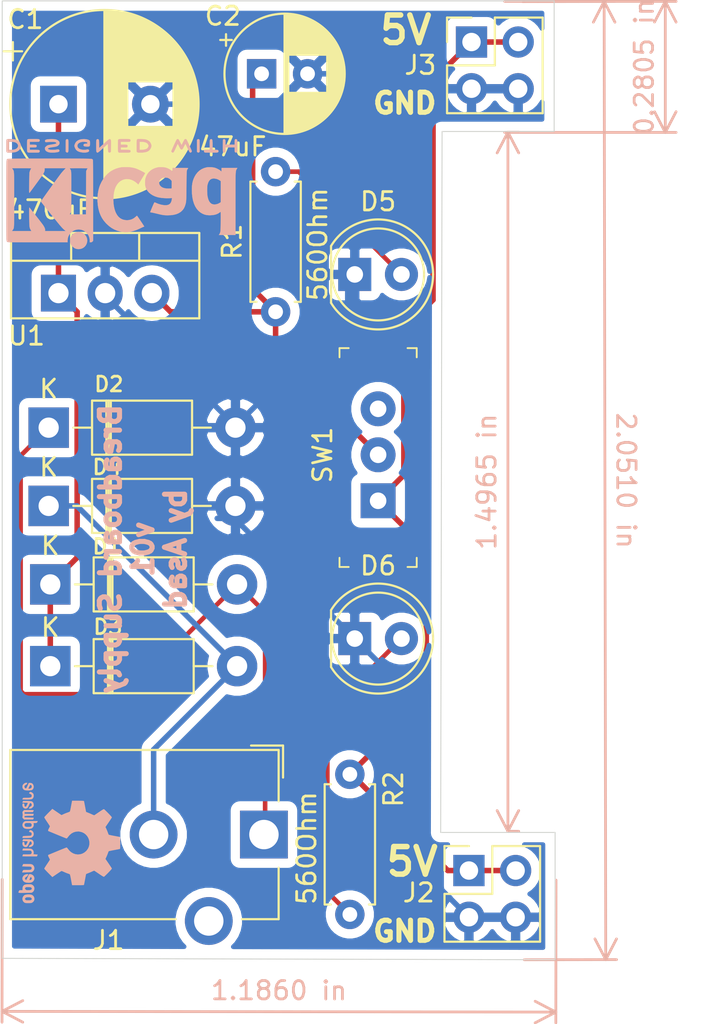
<source format=kicad_pcb>
(kicad_pcb (version 20171130) (host pcbnew "(5.1.8)-1")

  (general
    (thickness 1.6)
    (drawings 18)
    (tracks 66)
    (zones 0)
    (modules 17)
    (nets 11)
  )

  (page A4)
  (title_block
    (title "Breadboard Power Supply")
    (date 2021-02-03)
    (rev v01)
    (company AZLabs)
    (comment 1 "Designed by Asad")
  )

  (layers
    (0 F.Cu signal)
    (31 B.Cu signal)
    (32 B.Adhes user)
    (33 F.Adhes user)
    (34 B.Paste user)
    (35 F.Paste user)
    (36 B.SilkS user)
    (37 F.SilkS user)
    (38 B.Mask user)
    (39 F.Mask user)
    (40 Dwgs.User user)
    (41 Cmts.User user)
    (42 Eco1.User user)
    (43 Eco2.User user)
    (44 Edge.Cuts user)
    (45 Margin user)
    (46 B.CrtYd user)
    (47 F.CrtYd user)
    (48 B.Fab user)
    (49 F.Fab user)
  )

  (setup
    (last_trace_width 0.25)
    (user_trace_width 0.3)
    (trace_clearance 0.2)
    (zone_clearance 0.508)
    (zone_45_only no)
    (trace_min 0.2)
    (via_size 0.8)
    (via_drill 0.4)
    (via_min_size 0.4)
    (via_min_drill 0.3)
    (user_via 1 0.6)
    (uvia_size 0.3)
    (uvia_drill 0.1)
    (uvias_allowed no)
    (uvia_min_size 0.2)
    (uvia_min_drill 0.1)
    (edge_width 0.05)
    (segment_width 0.2)
    (pcb_text_width 0.3)
    (pcb_text_size 1.5 1.5)
    (mod_edge_width 0.12)
    (mod_text_size 1 1)
    (mod_text_width 0.15)
    (pad_size 1.524 1.524)
    (pad_drill 0.762)
    (pad_to_mask_clearance 0)
    (aux_axis_origin 0 0)
    (visible_elements 7FFFFFFF)
    (pcbplotparams
      (layerselection 0x010fc_ffffffff)
      (usegerberextensions true)
      (usegerberattributes true)
      (usegerberadvancedattributes true)
      (creategerberjobfile true)
      (excludeedgelayer true)
      (linewidth 0.100000)
      (plotframeref false)
      (viasonmask false)
      (mode 1)
      (useauxorigin false)
      (hpglpennumber 1)
      (hpglpenspeed 20)
      (hpglpendiameter 15.000000)
      (psnegative false)
      (psa4output false)
      (plotreference true)
      (plotvalue true)
      (plotinvisibletext false)
      (padsonsilk false)
      (subtractmaskfromsilk false)
      (outputformat 1)
      (mirror false)
      (drillshape 0)
      (scaleselection 1)
      (outputdirectory "Gerbers/"))
  )

  (net 0 "")
  (net 1 /Vin)
  (net 2 /V-)
  (net 3 /Vout1)
  (net 4 "Net-(D1-Pad2)")
  (net 5 "Net-(D3-Pad2)")
  (net 6 "Net-(D5-Pad2)")
  (net 7 "Net-(D6-Pad2)")
  (net 8 "Net-(J1-Pad3)")
  (net 9 /Vout2)
  (net 10 "Net-(SW1-Pad3)")

  (net_class Default "This is the default net class."
    (clearance 0.2)
    (trace_width 0.25)
    (via_dia 0.8)
    (via_drill 0.4)
    (uvia_dia 0.3)
    (uvia_drill 0.1)
    (add_net "Net-(D1-Pad2)")
    (add_net "Net-(D5-Pad2)")
    (add_net "Net-(D6-Pad2)")
    (add_net "Net-(J1-Pad3)")
    (add_net "Net-(SW1-Pad3)")
  )

  (net_class Power ""
    (clearance 0.3)
    (trace_width 0.3)
    (via_dia 1)
    (via_drill 0.5)
    (uvia_dia 0.3)
    (uvia_drill 0.1)
    (add_net /V-)
    (add_net /Vin)
    (add_net /Vout1)
    (add_net /Vout2)
    (add_net "Net-(D3-Pad2)")
  )

  (module Symbol:OSHW-Logo2_7.3x6mm_SilkScreen (layer B.Cu) (tedit 0) (tstamp 601B40F0)
    (at 69.6087 88.9127 90)
    (descr "Open Source Hardware Symbol")
    (tags "Logo Symbol OSHW")
    (attr virtual)
    (fp_text reference REF** (at 0 0 90) (layer B.SilkS) hide
      (effects (font (size 1 1) (thickness 0.15)) (justify mirror))
    )
    (fp_text value OSHW-Logo2_7.3x6mm_SilkScreen (at 0.75 0 90) (layer B.Fab) hide
      (effects (font (size 1 1) (thickness 0.15)) (justify mirror))
    )
    (fp_poly (pts (xy 0.10391 2.757652) (xy 0.182454 2.757222) (xy 0.239298 2.756058) (xy 0.278105 2.753793)
      (xy 0.302538 2.75006) (xy 0.316262 2.744494) (xy 0.32294 2.736727) (xy 0.326236 2.726395)
      (xy 0.326556 2.725057) (xy 0.331562 2.700921) (xy 0.340829 2.653299) (xy 0.353392 2.587259)
      (xy 0.368287 2.507872) (xy 0.384551 2.420204) (xy 0.385119 2.417125) (xy 0.40141 2.331211)
      (xy 0.416652 2.255304) (xy 0.429861 2.193955) (xy 0.440054 2.151718) (xy 0.446248 2.133145)
      (xy 0.446543 2.132816) (xy 0.464788 2.123747) (xy 0.502405 2.108633) (xy 0.551271 2.090738)
      (xy 0.551543 2.090642) (xy 0.613093 2.067507) (xy 0.685657 2.038035) (xy 0.754057 2.008403)
      (xy 0.757294 2.006938) (xy 0.868702 1.956374) (xy 1.115399 2.12484) (xy 1.191077 2.176197)
      (xy 1.259631 2.222111) (xy 1.317088 2.25997) (xy 1.359476 2.287163) (xy 1.382825 2.301079)
      (xy 1.385042 2.302111) (xy 1.40201 2.297516) (xy 1.433701 2.275345) (xy 1.481352 2.234553)
      (xy 1.546198 2.174095) (xy 1.612397 2.109773) (xy 1.676214 2.046388) (xy 1.733329 1.988549)
      (xy 1.780305 1.939825) (xy 1.813703 1.90379) (xy 1.830085 1.884016) (xy 1.830694 1.882998)
      (xy 1.832505 1.869428) (xy 1.825683 1.847267) (xy 1.80854 1.813522) (xy 1.779393 1.7652)
      (xy 1.736555 1.699308) (xy 1.679448 1.614483) (xy 1.628766 1.539823) (xy 1.583461 1.47286)
      (xy 1.54615 1.417484) (xy 1.519452 1.37758) (xy 1.505985 1.357038) (xy 1.505137 1.355644)
      (xy 1.506781 1.335962) (xy 1.519245 1.297707) (xy 1.540048 1.248111) (xy 1.547462 1.232272)
      (xy 1.579814 1.16171) (xy 1.614328 1.081647) (xy 1.642365 1.012371) (xy 1.662568 0.960955)
      (xy 1.678615 0.921881) (xy 1.687888 0.901459) (xy 1.689041 0.899886) (xy 1.706096 0.897279)
      (xy 1.746298 0.890137) (xy 1.804302 0.879477) (xy 1.874763 0.866315) (xy 1.952335 0.851667)
      (xy 2.031672 0.836551) (xy 2.107431 0.821982) (xy 2.174264 0.808978) (xy 2.226828 0.798555)
      (xy 2.259776 0.79173) (xy 2.267857 0.789801) (xy 2.276205 0.785038) (xy 2.282506 0.774282)
      (xy 2.287045 0.753902) (xy 2.290104 0.720266) (xy 2.291967 0.669745) (xy 2.292918 0.598708)
      (xy 2.29324 0.503524) (xy 2.293257 0.464508) (xy 2.293257 0.147201) (xy 2.217057 0.132161)
      (xy 2.174663 0.124005) (xy 2.1114 0.112101) (xy 2.034962 0.097884) (xy 1.953043 0.08279)
      (xy 1.9304 0.078645) (xy 1.854806 0.063947) (xy 1.788953 0.049495) (xy 1.738366 0.036625)
      (xy 1.708574 0.026678) (xy 1.703612 0.023713) (xy 1.691426 0.002717) (xy 1.673953 -0.037967)
      (xy 1.654577 -0.090322) (xy 1.650734 -0.1016) (xy 1.625339 -0.171523) (xy 1.593817 -0.250418)
      (xy 1.562969 -0.321266) (xy 1.562817 -0.321595) (xy 1.511447 -0.432733) (xy 1.680399 -0.681253)
      (xy 1.849352 -0.929772) (xy 1.632429 -1.147058) (xy 1.566819 -1.211726) (xy 1.506979 -1.268733)
      (xy 1.456267 -1.315033) (xy 1.418046 -1.347584) (xy 1.395675 -1.363343) (xy 1.392466 -1.364343)
      (xy 1.373626 -1.356469) (xy 1.33518 -1.334578) (xy 1.28133 -1.301267) (xy 1.216276 -1.259131)
      (xy 1.14594 -1.211943) (xy 1.074555 -1.16381) (xy 1.010908 -1.121928) (xy 0.959041 -1.088871)
      (xy 0.922995 -1.067218) (xy 0.906867 -1.059543) (xy 0.887189 -1.066037) (xy 0.849875 -1.08315)
      (xy 0.802621 -1.107326) (xy 0.797612 -1.110013) (xy 0.733977 -1.141927) (xy 0.690341 -1.157579)
      (xy 0.663202 -1.157745) (xy 0.649057 -1.143204) (xy 0.648975 -1.143) (xy 0.641905 -1.125779)
      (xy 0.625042 -1.084899) (xy 0.599695 -1.023525) (xy 0.567171 -0.944819) (xy 0.528778 -0.851947)
      (xy 0.485822 -0.748072) (xy 0.444222 -0.647502) (xy 0.398504 -0.536516) (xy 0.356526 -0.433703)
      (xy 0.319548 -0.342215) (xy 0.288827 -0.265201) (xy 0.265622 -0.205815) (xy 0.25119 -0.167209)
      (xy 0.246743 -0.1528) (xy 0.257896 -0.136272) (xy 0.287069 -0.10993) (xy 0.325971 -0.080887)
      (xy 0.436757 0.010961) (xy 0.523351 0.116241) (xy 0.584716 0.232734) (xy 0.619815 0.358224)
      (xy 0.627608 0.490493) (xy 0.621943 0.551543) (xy 0.591078 0.678205) (xy 0.53792 0.790059)
      (xy 0.465767 0.885999) (xy 0.377917 0.964924) (xy 0.277665 1.02573) (xy 0.16831 1.067313)
      (xy 0.053147 1.088572) (xy -0.064525 1.088401) (xy -0.18141 1.065699) (xy -0.294211 1.019362)
      (xy -0.399631 0.948287) (xy -0.443632 0.908089) (xy -0.528021 0.804871) (xy -0.586778 0.692075)
      (xy -0.620296 0.57299) (xy -0.628965 0.450905) (xy -0.613177 0.329107) (xy -0.573322 0.210884)
      (xy -0.509793 0.099525) (xy -0.422979 -0.001684) (xy -0.325971 -0.080887) (xy -0.285563 -0.111162)
      (xy -0.257018 -0.137219) (xy -0.246743 -0.152825) (xy -0.252123 -0.169843) (xy -0.267425 -0.2105)
      (xy -0.291388 -0.271642) (xy -0.322756 -0.350119) (xy -0.360268 -0.44278) (xy -0.402667 -0.546472)
      (xy -0.444337 -0.647526) (xy -0.49031 -0.758607) (xy -0.532893 -0.861541) (xy -0.570779 -0.953165)
      (xy -0.60266 -1.030316) (xy -0.627229 -1.089831) (xy -0.64318 -1.128544) (xy -0.64909 -1.143)
      (xy -0.663052 -1.157685) (xy -0.69006 -1.157642) (xy -0.733587 -1.142099) (xy -0.79711 -1.110284)
      (xy -0.797612 -1.110013) (xy -0.84544 -1.085323) (xy -0.884103 -1.067338) (xy -0.905905 -1.059614)
      (xy -0.906867 -1.059543) (xy -0.923279 -1.067378) (xy -0.959513 -1.089165) (xy -1.011526 -1.122328)
      (xy -1.075275 -1.164291) (xy -1.14594 -1.211943) (xy -1.217884 -1.260191) (xy -1.282726 -1.302151)
      (xy -1.336265 -1.335227) (xy -1.374303 -1.356821) (xy -1.392467 -1.364343) (xy -1.409192 -1.354457)
      (xy -1.44282 -1.326826) (xy -1.48999 -1.284495) (xy -1.547342 -1.230505) (xy -1.611516 -1.167899)
      (xy -1.632503 -1.146983) (xy -1.849501 -0.929623) (xy -1.684332 -0.68722) (xy -1.634136 -0.612781)
      (xy -1.590081 -0.545972) (xy -1.554638 -0.490665) (xy -1.530281 -0.450729) (xy -1.519478 -0.430036)
      (xy -1.519162 -0.428563) (xy -1.524857 -0.409058) (xy -1.540174 -0.369822) (xy -1.562463 -0.31743)
      (xy -1.578107 -0.282355) (xy -1.607359 -0.215201) (xy -1.634906 -0.147358) (xy -1.656263 -0.090034)
      (xy -1.662065 -0.072572) (xy -1.678548 -0.025938) (xy -1.69466 0.010095) (xy -1.70351 0.023713)
      (xy -1.72304 0.032048) (xy -1.765666 0.043863) (xy -1.825855 0.057819) (xy -1.898078 0.072578)
      (xy -1.9304 0.078645) (xy -2.012478 0.093727) (xy -2.091205 0.108331) (xy -2.158891 0.12102)
      (xy -2.20784 0.130358) (xy -2.217057 0.132161) (xy -2.293257 0.147201) (xy -2.293257 0.464508)
      (xy -2.293086 0.568846) (xy -2.292384 0.647787) (xy -2.290866 0.704962) (xy -2.288251 0.744001)
      (xy -2.284254 0.768535) (xy -2.278591 0.782195) (xy -2.27098 0.788611) (xy -2.267857 0.789801)
      (xy -2.249022 0.79402) (xy -2.207412 0.802438) (xy -2.14837 0.814039) (xy -2.077243 0.827805)
      (xy -1.999375 0.84272) (xy -1.920113 0.857768) (xy -1.844802 0.871931) (xy -1.778787 0.884194)
      (xy -1.727413 0.893539) (xy -1.696025 0.89895) (xy -1.689041 0.899886) (xy -1.682715 0.912404)
      (xy -1.66871 0.945754) (xy -1.649645 0.993623) (xy -1.642366 1.012371) (xy -1.613004 1.084805)
      (xy -1.578429 1.16483) (xy -1.547463 1.232272) (xy -1.524677 1.283841) (xy -1.509518 1.326215)
      (xy -1.504458 1.352166) (xy -1.505264 1.355644) (xy -1.515959 1.372064) (xy -1.54038 1.408583)
      (xy -1.575905 1.461313) (xy -1.619913 1.526365) (xy -1.669783 1.599849) (xy -1.679644 1.614355)
      (xy -1.737508 1.700296) (xy -1.780044 1.765739) (xy -1.808946 1.813696) (xy -1.82591 1.84718)
      (xy -1.832633 1.869205) (xy -1.83081 1.882783) (xy -1.830764 1.882869) (xy -1.816414 1.900703)
      (xy -1.784677 1.935183) (xy -1.73899 1.982732) (xy -1.682796 2.039778) (xy -1.619532 2.102745)
      (xy -1.612398 2.109773) (xy -1.53267 2.18698) (xy -1.471143 2.24367) (xy -1.426579 2.28089)
      (xy -1.397743 2.299685) (xy -1.385042 2.302111) (xy -1.366506 2.291529) (xy -1.328039 2.267084)
      (xy -1.273614 2.231388) (xy -1.207202 2.187053) (xy -1.132775 2.136689) (xy -1.115399 2.12484)
      (xy -0.868703 1.956374) (xy -0.757294 2.006938) (xy -0.689543 2.036405) (xy -0.616817 2.066041)
      (xy -0.554297 2.08967) (xy -0.551543 2.090642) (xy -0.50264 2.108543) (xy -0.464943 2.12368)
      (xy -0.446575 2.13279) (xy -0.446544 2.132816) (xy -0.440715 2.149283) (xy -0.430808 2.189781)
      (xy -0.417805 2.249758) (xy -0.402691 2.32466) (xy -0.386448 2.409936) (xy -0.385119 2.417125)
      (xy -0.368825 2.504986) (xy -0.353867 2.58474) (xy -0.341209 2.651319) (xy -0.331814 2.699653)
      (xy -0.326646 2.724675) (xy -0.326556 2.725057) (xy -0.323411 2.735701) (xy -0.317296 2.743738)
      (xy -0.304547 2.749533) (xy -0.2815 2.753453) (xy -0.244491 2.755865) (xy -0.189856 2.757135)
      (xy -0.113933 2.757629) (xy -0.013056 2.757714) (xy 0 2.757714) (xy 0.10391 2.757652)) (layer B.SilkS) (width 0.01))
    (fp_poly (pts (xy 3.153595 -1.966966) (xy 3.211021 -2.004497) (xy 3.238719 -2.038096) (xy 3.260662 -2.099064)
      (xy 3.262405 -2.147308) (xy 3.258457 -2.211816) (xy 3.109686 -2.276934) (xy 3.037349 -2.310202)
      (xy 2.990084 -2.336964) (xy 2.965507 -2.360144) (xy 2.961237 -2.382667) (xy 2.974889 -2.407455)
      (xy 2.989943 -2.423886) (xy 3.033746 -2.450235) (xy 3.081389 -2.452081) (xy 3.125145 -2.431546)
      (xy 3.157289 -2.390752) (xy 3.163038 -2.376347) (xy 3.190576 -2.331356) (xy 3.222258 -2.312182)
      (xy 3.265714 -2.295779) (xy 3.265714 -2.357966) (xy 3.261872 -2.400283) (xy 3.246823 -2.435969)
      (xy 3.21528 -2.476943) (xy 3.210592 -2.482267) (xy 3.175506 -2.51872) (xy 3.145347 -2.538283)
      (xy 3.107615 -2.547283) (xy 3.076335 -2.55023) (xy 3.020385 -2.550965) (xy 2.980555 -2.54166)
      (xy 2.955708 -2.527846) (xy 2.916656 -2.497467) (xy 2.889625 -2.464613) (xy 2.872517 -2.423294)
      (xy 2.863238 -2.367521) (xy 2.859693 -2.291305) (xy 2.85941 -2.252622) (xy 2.860372 -2.206247)
      (xy 2.948007 -2.206247) (xy 2.949023 -2.231126) (xy 2.951556 -2.2352) (xy 2.968274 -2.229665)
      (xy 3.004249 -2.215017) (xy 3.052331 -2.19419) (xy 3.062386 -2.189714) (xy 3.123152 -2.158814)
      (xy 3.156632 -2.131657) (xy 3.16399 -2.10622) (xy 3.146391 -2.080481) (xy 3.131856 -2.069109)
      (xy 3.07941 -2.046364) (xy 3.030322 -2.050122) (xy 2.989227 -2.077884) (xy 2.960758 -2.127152)
      (xy 2.951631 -2.166257) (xy 2.948007 -2.206247) (xy 2.860372 -2.206247) (xy 2.861285 -2.162249)
      (xy 2.868196 -2.095384) (xy 2.881884 -2.046695) (xy 2.904096 -2.010849) (xy 2.936574 -1.982513)
      (xy 2.950733 -1.973355) (xy 3.015053 -1.949507) (xy 3.085473 -1.948006) (xy 3.153595 -1.966966)) (layer B.SilkS) (width 0.01))
    (fp_poly (pts (xy 2.6526 -1.958752) (xy 2.669948 -1.966334) (xy 2.711356 -1.999128) (xy 2.746765 -2.046547)
      (xy 2.768664 -2.097151) (xy 2.772229 -2.122098) (xy 2.760279 -2.156927) (xy 2.734067 -2.175357)
      (xy 2.705964 -2.186516) (xy 2.693095 -2.188572) (xy 2.686829 -2.173649) (xy 2.674456 -2.141175)
      (xy 2.669028 -2.126502) (xy 2.63859 -2.075744) (xy 2.59452 -2.050427) (xy 2.53801 -2.051206)
      (xy 2.533825 -2.052203) (xy 2.503655 -2.066507) (xy 2.481476 -2.094393) (xy 2.466327 -2.139287)
      (xy 2.45725 -2.204615) (xy 2.453286 -2.293804) (xy 2.452914 -2.341261) (xy 2.45273 -2.416071)
      (xy 2.451522 -2.467069) (xy 2.448309 -2.499471) (xy 2.442109 -2.518495) (xy 2.43194 -2.529356)
      (xy 2.416819 -2.537272) (xy 2.415946 -2.53767) (xy 2.386828 -2.549981) (xy 2.372403 -2.554514)
      (xy 2.370186 -2.540809) (xy 2.368289 -2.502925) (xy 2.366847 -2.445715) (xy 2.365998 -2.374027)
      (xy 2.365829 -2.321565) (xy 2.366692 -2.220047) (xy 2.37007 -2.143032) (xy 2.377142 -2.086023)
      (xy 2.389088 -2.044526) (xy 2.40709 -2.014043) (xy 2.432327 -1.99008) (xy 2.457247 -1.973355)
      (xy 2.517171 -1.951097) (xy 2.586911 -1.946076) (xy 2.6526 -1.958752)) (layer B.SilkS) (width 0.01))
    (fp_poly (pts (xy 2.144876 -1.956335) (xy 2.186667 -1.975344) (xy 2.219469 -1.998378) (xy 2.243503 -2.024133)
      (xy 2.260097 -2.057358) (xy 2.270577 -2.1028) (xy 2.276271 -2.165207) (xy 2.278507 -2.249327)
      (xy 2.278743 -2.304721) (xy 2.278743 -2.520826) (xy 2.241774 -2.53767) (xy 2.212656 -2.549981)
      (xy 2.198231 -2.554514) (xy 2.195472 -2.541025) (xy 2.193282 -2.504653) (xy 2.191942 -2.451542)
      (xy 2.191657 -2.409372) (xy 2.190434 -2.348447) (xy 2.187136 -2.300115) (xy 2.182321 -2.270518)
      (xy 2.178496 -2.264229) (xy 2.152783 -2.270652) (xy 2.112418 -2.287125) (xy 2.065679 -2.309458)
      (xy 2.020845 -2.333457) (xy 1.986193 -2.35493) (xy 1.970002 -2.369685) (xy 1.969938 -2.369845)
      (xy 1.97133 -2.397152) (xy 1.983818 -2.423219) (xy 2.005743 -2.444392) (xy 2.037743 -2.451474)
      (xy 2.065092 -2.450649) (xy 2.103826 -2.450042) (xy 2.124158 -2.459116) (xy 2.136369 -2.483092)
      (xy 2.137909 -2.487613) (xy 2.143203 -2.521806) (xy 2.129047 -2.542568) (xy 2.092148 -2.552462)
      (xy 2.052289 -2.554292) (xy 1.980562 -2.540727) (xy 1.943432 -2.521355) (xy 1.897576 -2.475845)
      (xy 1.873256 -2.419983) (xy 1.871073 -2.360957) (xy 1.891629 -2.305953) (xy 1.922549 -2.271486)
      (xy 1.95342 -2.252189) (xy 2.001942 -2.227759) (xy 2.058485 -2.202985) (xy 2.06791 -2.199199)
      (xy 2.130019 -2.171791) (xy 2.165822 -2.147634) (xy 2.177337 -2.123619) (xy 2.16658 -2.096635)
      (xy 2.148114 -2.075543) (xy 2.104469 -2.049572) (xy 2.056446 -2.047624) (xy 2.012406 -2.067637)
      (xy 1.980709 -2.107551) (xy 1.976549 -2.117848) (xy 1.952327 -2.155724) (xy 1.916965 -2.183842)
      (xy 1.872343 -2.206917) (xy 1.872343 -2.141485) (xy 1.874969 -2.101506) (xy 1.88623 -2.069997)
      (xy 1.911199 -2.036378) (xy 1.935169 -2.010484) (xy 1.972441 -1.973817) (xy 2.001401 -1.954121)
      (xy 2.032505 -1.94622) (xy 2.067713 -1.944914) (xy 2.144876 -1.956335)) (layer B.SilkS) (width 0.01))
    (fp_poly (pts (xy 1.779833 -1.958663) (xy 1.782048 -1.99685) (xy 1.783784 -2.054886) (xy 1.784899 -2.12818)
      (xy 1.785257 -2.205055) (xy 1.785257 -2.465196) (xy 1.739326 -2.511127) (xy 1.707675 -2.539429)
      (xy 1.67989 -2.550893) (xy 1.641915 -2.550168) (xy 1.62684 -2.548321) (xy 1.579726 -2.542948)
      (xy 1.540756 -2.539869) (xy 1.531257 -2.539585) (xy 1.499233 -2.541445) (xy 1.453432 -2.546114)
      (xy 1.435674 -2.548321) (xy 1.392057 -2.551735) (xy 1.362745 -2.54432) (xy 1.33368 -2.521427)
      (xy 1.323188 -2.511127) (xy 1.277257 -2.465196) (xy 1.277257 -1.978602) (xy 1.314226 -1.961758)
      (xy 1.346059 -1.949282) (xy 1.364683 -1.944914) (xy 1.369458 -1.958718) (xy 1.373921 -1.997286)
      (xy 1.377775 -2.056356) (xy 1.380722 -2.131663) (xy 1.382143 -2.195286) (xy 1.386114 -2.445657)
      (xy 1.420759 -2.450556) (xy 1.452268 -2.447131) (xy 1.467708 -2.436041) (xy 1.472023 -2.415308)
      (xy 1.475708 -2.371145) (xy 1.478469 -2.309146) (xy 1.480012 -2.234909) (xy 1.480235 -2.196706)
      (xy 1.480457 -1.976783) (xy 1.526166 -1.960849) (xy 1.558518 -1.950015) (xy 1.576115 -1.944962)
      (xy 1.576623 -1.944914) (xy 1.578388 -1.958648) (xy 1.580329 -1.99673) (xy 1.582282 -2.054482)
      (xy 1.584084 -2.127227) (xy 1.585343 -2.195286) (xy 1.589314 -2.445657) (xy 1.6764 -2.445657)
      (xy 1.680396 -2.21724) (xy 1.684392 -1.988822) (xy 1.726847 -1.966868) (xy 1.758192 -1.951793)
      (xy 1.776744 -1.944951) (xy 1.777279 -1.944914) (xy 1.779833 -1.958663)) (layer B.SilkS) (width 0.01))
    (fp_poly (pts (xy 1.190117 -2.065358) (xy 1.189933 -2.173837) (xy 1.189219 -2.257287) (xy 1.187675 -2.319704)
      (xy 1.185001 -2.365085) (xy 1.180894 -2.397429) (xy 1.175055 -2.420733) (xy 1.167182 -2.438995)
      (xy 1.161221 -2.449418) (xy 1.111855 -2.505945) (xy 1.049264 -2.541377) (xy 0.980013 -2.55409)
      (xy 0.910668 -2.542463) (xy 0.869375 -2.521568) (xy 0.826025 -2.485422) (xy 0.796481 -2.441276)
      (xy 0.778655 -2.383462) (xy 0.770463 -2.306313) (xy 0.769302 -2.249714) (xy 0.769458 -2.245647)
      (xy 0.870857 -2.245647) (xy 0.871476 -2.31055) (xy 0.874314 -2.353514) (xy 0.88084 -2.381622)
      (xy 0.892523 -2.401953) (xy 0.906483 -2.417288) (xy 0.953365 -2.44689) (xy 1.003701 -2.449419)
      (xy 1.051276 -2.424705) (xy 1.054979 -2.421356) (xy 1.070783 -2.403935) (xy 1.080693 -2.383209)
      (xy 1.086058 -2.352362) (xy 1.088228 -2.304577) (xy 1.088571 -2.251748) (xy 1.087827 -2.185381)
      (xy 1.084748 -2.141106) (xy 1.078061 -2.112009) (xy 1.066496 -2.091173) (xy 1.057013 -2.080107)
      (xy 1.01296 -2.052198) (xy 0.962224 -2.048843) (xy 0.913796 -2.070159) (xy 0.90445 -2.078073)
      (xy 0.88854 -2.095647) (xy 0.87861 -2.116587) (xy 0.873278 -2.147782) (xy 0.871163 -2.196122)
      (xy 0.870857 -2.245647) (xy 0.769458 -2.245647) (xy 0.77281 -2.158568) (xy 0.784726 -2.090086)
      (xy 0.807135 -2.0386) (xy 0.842124 -1.998443) (xy 0.869375 -1.977861) (xy 0.918907 -1.955625)
      (xy 0.976316 -1.945304) (xy 1.029682 -1.948067) (xy 1.059543 -1.959212) (xy 1.071261 -1.962383)
      (xy 1.079037 -1.950557) (xy 1.084465 -1.918866) (xy 1.088571 -1.870593) (xy 1.093067 -1.816829)
      (xy 1.099313 -1.784482) (xy 1.110676 -1.765985) (xy 1.130528 -1.75377) (xy 1.143 -1.748362)
      (xy 1.190171 -1.728601) (xy 1.190117 -2.065358)) (layer B.SilkS) (width 0.01))
    (fp_poly (pts (xy 0.529926 -1.949755) (xy 0.595858 -1.974084) (xy 0.649273 -2.017117) (xy 0.670164 -2.047409)
      (xy 0.692939 -2.102994) (xy 0.692466 -2.143186) (xy 0.668562 -2.170217) (xy 0.659717 -2.174813)
      (xy 0.62153 -2.189144) (xy 0.602028 -2.185472) (xy 0.595422 -2.161407) (xy 0.595086 -2.148114)
      (xy 0.582992 -2.09921) (xy 0.551471 -2.064999) (xy 0.507659 -2.048476) (xy 0.458695 -2.052634)
      (xy 0.418894 -2.074227) (xy 0.40545 -2.086544) (xy 0.395921 -2.101487) (xy 0.389485 -2.124075)
      (xy 0.385317 -2.159328) (xy 0.382597 -2.212266) (xy 0.380502 -2.287907) (xy 0.37996 -2.311857)
      (xy 0.377981 -2.39379) (xy 0.375731 -2.451455) (xy 0.372357 -2.489608) (xy 0.367006 -2.513004)
      (xy 0.358824 -2.526398) (xy 0.346959 -2.534545) (xy 0.339362 -2.538144) (xy 0.307102 -2.550452)
      (xy 0.288111 -2.554514) (xy 0.281836 -2.540948) (xy 0.278006 -2.499934) (xy 0.2766 -2.430999)
      (xy 0.277598 -2.333669) (xy 0.277908 -2.318657) (xy 0.280101 -2.229859) (xy 0.282693 -2.165019)
      (xy 0.286382 -2.119067) (xy 0.291864 -2.086935) (xy 0.299835 -2.063553) (xy 0.310993 -2.043852)
      (xy 0.31683 -2.03541) (xy 0.350296 -1.998057) (xy 0.387727 -1.969003) (xy 0.392309 -1.966467)
      (xy 0.459426 -1.946443) (xy 0.529926 -1.949755)) (layer B.SilkS) (width 0.01))
    (fp_poly (pts (xy 0.039744 -1.950968) (xy 0.096616 -1.972087) (xy 0.097267 -1.972493) (xy 0.13244 -1.99838)
      (xy 0.158407 -2.028633) (xy 0.17667 -2.068058) (xy 0.188732 -2.121462) (xy 0.196096 -2.193651)
      (xy 0.200264 -2.289432) (xy 0.200629 -2.303078) (xy 0.205876 -2.508842) (xy 0.161716 -2.531678)
      (xy 0.129763 -2.54711) (xy 0.11047 -2.554423) (xy 0.109578 -2.554514) (xy 0.106239 -2.541022)
      (xy 0.103587 -2.504626) (xy 0.101956 -2.451452) (xy 0.1016 -2.408393) (xy 0.101592 -2.338641)
      (xy 0.098403 -2.294837) (xy 0.087288 -2.273944) (xy 0.063501 -2.272925) (xy 0.022296 -2.288741)
      (xy -0.039914 -2.317815) (xy -0.085659 -2.341963) (xy -0.109187 -2.362913) (xy -0.116104 -2.385747)
      (xy -0.116114 -2.386877) (xy -0.104701 -2.426212) (xy -0.070908 -2.447462) (xy -0.019191 -2.450539)
      (xy 0.018061 -2.450006) (xy 0.037703 -2.460735) (xy 0.049952 -2.486505) (xy 0.057002 -2.519337)
      (xy 0.046842 -2.537966) (xy 0.043017 -2.540632) (xy 0.007001 -2.55134) (xy -0.043434 -2.552856)
      (xy -0.095374 -2.545759) (xy -0.132178 -2.532788) (xy -0.183062 -2.489585) (xy -0.211986 -2.429446)
      (xy -0.217714 -2.382462) (xy -0.213343 -2.340082) (xy -0.197525 -2.305488) (xy -0.166203 -2.274763)
      (xy -0.115322 -2.24399) (xy -0.040824 -2.209252) (xy -0.036286 -2.207288) (xy 0.030821 -2.176287)
      (xy 0.072232 -2.150862) (xy 0.089981 -2.128014) (xy 0.086107 -2.104745) (xy 0.062643 -2.078056)
      (xy 0.055627 -2.071914) (xy 0.00863 -2.0481) (xy -0.040067 -2.049103) (xy -0.082478 -2.072451)
      (xy -0.110616 -2.115675) (xy -0.113231 -2.12416) (xy -0.138692 -2.165308) (xy -0.170999 -2.185128)
      (xy -0.217714 -2.20477) (xy -0.217714 -2.15395) (xy -0.203504 -2.080082) (xy -0.161325 -2.012327)
      (xy -0.139376 -1.989661) (xy -0.089483 -1.960569) (xy -0.026033 -1.9474) (xy 0.039744 -1.950968)) (layer B.SilkS) (width 0.01))
    (fp_poly (pts (xy -0.624114 -1.851289) (xy -0.619861 -1.910613) (xy -0.614975 -1.945572) (xy -0.608205 -1.96082)
      (xy -0.598298 -1.961015) (xy -0.595086 -1.959195) (xy -0.552356 -1.946015) (xy -0.496773 -1.946785)
      (xy -0.440263 -1.960333) (xy -0.404918 -1.977861) (xy -0.368679 -2.005861) (xy -0.342187 -2.037549)
      (xy -0.324001 -2.077813) (xy -0.312678 -2.131543) (xy -0.306778 -2.203626) (xy -0.304857 -2.298951)
      (xy -0.304823 -2.317237) (xy -0.3048 -2.522646) (xy -0.350509 -2.53858) (xy -0.382973 -2.54942)
      (xy -0.400785 -2.554468) (xy -0.401309 -2.554514) (xy -0.403063 -2.540828) (xy -0.404556 -2.503076)
      (xy -0.405674 -2.446224) (xy -0.406303 -2.375234) (xy -0.4064 -2.332073) (xy -0.406602 -2.246973)
      (xy -0.407642 -2.185981) (xy -0.410169 -2.144177) (xy -0.414836 -2.116642) (xy -0.422293 -2.098456)
      (xy -0.433189 -2.084698) (xy -0.439993 -2.078073) (xy -0.486728 -2.051375) (xy -0.537728 -2.049375)
      (xy -0.583999 -2.071955) (xy -0.592556 -2.080107) (xy -0.605107 -2.095436) (xy -0.613812 -2.113618)
      (xy -0.619369 -2.139909) (xy -0.622474 -2.179562) (xy -0.623824 -2.237832) (xy -0.624114 -2.318173)
      (xy -0.624114 -2.522646) (xy -0.669823 -2.53858) (xy -0.702287 -2.54942) (xy -0.720099 -2.554468)
      (xy -0.720623 -2.554514) (xy -0.721963 -2.540623) (xy -0.723172 -2.501439) (xy -0.724199 -2.4407)
      (xy -0.724998 -2.362141) (xy -0.725519 -2.269498) (xy -0.725714 -2.166509) (xy -0.725714 -1.769342)
      (xy -0.678543 -1.749444) (xy -0.631371 -1.729547) (xy -0.624114 -1.851289)) (layer B.SilkS) (width 0.01))
    (fp_poly (pts (xy -1.831697 -1.931239) (xy -1.774473 -1.969735) (xy -1.730251 -2.025335) (xy -1.703833 -2.096086)
      (xy -1.69849 -2.148162) (xy -1.699097 -2.169893) (xy -1.704178 -2.186531) (xy -1.718145 -2.201437)
      (xy -1.745411 -2.217973) (xy -1.790388 -2.239498) (xy -1.857489 -2.269374) (xy -1.857829 -2.269524)
      (xy -1.919593 -2.297813) (xy -1.970241 -2.322933) (xy -2.004596 -2.342179) (xy -2.017482 -2.352848)
      (xy -2.017486 -2.352934) (xy -2.006128 -2.376166) (xy -1.979569 -2.401774) (xy -1.949077 -2.420221)
      (xy -1.93363 -2.423886) (xy -1.891485 -2.411212) (xy -1.855192 -2.379471) (xy -1.837483 -2.344572)
      (xy -1.820448 -2.318845) (xy -1.787078 -2.289546) (xy -1.747851 -2.264235) (xy -1.713244 -2.250471)
      (xy -1.706007 -2.249714) (xy -1.697861 -2.26216) (xy -1.69737 -2.293972) (xy -1.703357 -2.336866)
      (xy -1.714643 -2.382558) (xy -1.73005 -2.422761) (xy -1.730829 -2.424322) (xy -1.777196 -2.489062)
      (xy -1.837289 -2.533097) (xy -1.905535 -2.554711) (xy -1.976362 -2.552185) (xy -2.044196 -2.523804)
      (xy -2.047212 -2.521808) (xy -2.100573 -2.473448) (xy -2.13566 -2.410352) (xy -2.155078 -2.327387)
      (xy -2.157684 -2.304078) (xy -2.162299 -2.194055) (xy -2.156767 -2.142748) (xy -2.017486 -2.142748)
      (xy -2.015676 -2.174753) (xy -2.005778 -2.184093) (xy -1.981102 -2.177105) (xy -1.942205 -2.160587)
      (xy -1.898725 -2.139881) (xy -1.897644 -2.139333) (xy -1.860791 -2.119949) (xy -1.846 -2.107013)
      (xy -1.849647 -2.093451) (xy -1.865005 -2.075632) (xy -1.904077 -2.049845) (xy -1.946154 -2.04795)
      (xy -1.983897 -2.066717) (xy -2.009966 -2.102915) (xy -2.017486 -2.142748) (xy -2.156767 -2.142748)
      (xy -2.152806 -2.106027) (xy -2.12845 -2.036212) (xy -2.094544 -1.987302) (xy -2.033347 -1.937878)
      (xy -1.965937 -1.913359) (xy -1.89712 -1.911797) (xy -1.831697 -1.931239)) (layer B.SilkS) (width 0.01))
    (fp_poly (pts (xy -2.958885 -1.921962) (xy -2.890855 -1.957733) (xy -2.840649 -2.015301) (xy -2.822815 -2.052312)
      (xy -2.808937 -2.107882) (xy -2.801833 -2.178096) (xy -2.80116 -2.254727) (xy -2.806573 -2.329552)
      (xy -2.81773 -2.394342) (xy -2.834286 -2.440873) (xy -2.839374 -2.448887) (xy -2.899645 -2.508707)
      (xy -2.971231 -2.544535) (xy -3.048908 -2.55502) (xy -3.127452 -2.53881) (xy -3.149311 -2.529092)
      (xy -3.191878 -2.499143) (xy -3.229237 -2.459433) (xy -3.232768 -2.454397) (xy -3.247119 -2.430124)
      (xy -3.256606 -2.404178) (xy -3.26221 -2.370022) (xy -3.264914 -2.321119) (xy -3.265701 -2.250935)
      (xy -3.265714 -2.2352) (xy -3.265678 -2.230192) (xy -3.120571 -2.230192) (xy -3.119727 -2.29643)
      (xy -3.116404 -2.340386) (xy -3.109417 -2.368779) (xy -3.097584 -2.388325) (xy -3.091543 -2.394857)
      (xy -3.056814 -2.41968) (xy -3.023097 -2.418548) (xy -2.989005 -2.397016) (xy -2.968671 -2.374029)
      (xy -2.956629 -2.340478) (xy -2.949866 -2.287569) (xy -2.949402 -2.281399) (xy -2.948248 -2.185513)
      (xy -2.960312 -2.114299) (xy -2.98543 -2.068194) (xy -3.02344 -2.047635) (xy -3.037008 -2.046514)
      (xy -3.072636 -2.052152) (xy -3.097006 -2.071686) (xy -3.111907 -2.109042) (xy -3.119125 -2.16815)
      (xy -3.120571 -2.230192) (xy -3.265678 -2.230192) (xy -3.265174 -2.160413) (xy -3.262904 -2.108159)
      (xy -3.257932 -2.071949) (xy -3.249287 -2.045299) (xy -3.235995 -2.021722) (xy -3.233057 -2.017338)
      (xy -3.183687 -1.958249) (xy -3.129891 -1.923947) (xy -3.064398 -1.910331) (xy -3.042158 -1.909665)
      (xy -2.958885 -1.921962)) (layer B.SilkS) (width 0.01))
    (fp_poly (pts (xy -1.283907 -1.92778) (xy -1.237328 -1.954723) (xy -1.204943 -1.981466) (xy -1.181258 -2.009484)
      (xy -1.164941 -2.043748) (xy -1.154661 -2.089227) (xy -1.149086 -2.150892) (xy -1.146884 -2.233711)
      (xy -1.146629 -2.293246) (xy -1.146629 -2.512391) (xy -1.208314 -2.540044) (xy -1.27 -2.567697)
      (xy -1.277257 -2.32767) (xy -1.280256 -2.238028) (xy -1.283402 -2.172962) (xy -1.287299 -2.128026)
      (xy -1.292553 -2.09877) (xy -1.299769 -2.080748) (xy -1.30955 -2.069511) (xy -1.312688 -2.067079)
      (xy -1.360239 -2.048083) (xy -1.408303 -2.0556) (xy -1.436914 -2.075543) (xy -1.448553 -2.089675)
      (xy -1.456609 -2.10822) (xy -1.461729 -2.136334) (xy -1.464559 -2.179173) (xy -1.465744 -2.241895)
      (xy -1.465943 -2.307261) (xy -1.465982 -2.389268) (xy -1.467386 -2.447316) (xy -1.472086 -2.486465)
      (xy -1.482013 -2.51178) (xy -1.499097 -2.528323) (xy -1.525268 -2.541156) (xy -1.560225 -2.554491)
      (xy -1.598404 -2.569007) (xy -1.593859 -2.311389) (xy -1.592029 -2.218519) (xy -1.589888 -2.149889)
      (xy -1.586819 -2.100711) (xy -1.582206 -2.066198) (xy -1.575432 -2.041562) (xy -1.565881 -2.022016)
      (xy -1.554366 -2.00477) (xy -1.49881 -1.94968) (xy -1.43102 -1.917822) (xy -1.357287 -1.910191)
      (xy -1.283907 -1.92778)) (layer B.SilkS) (width 0.01))
    (fp_poly (pts (xy -2.400256 -1.919918) (xy -2.344799 -1.947568) (xy -2.295852 -1.99848) (xy -2.282371 -2.017338)
      (xy -2.267686 -2.042015) (xy -2.258158 -2.068816) (xy -2.252707 -2.104587) (xy -2.250253 -2.156169)
      (xy -2.249714 -2.224267) (xy -2.252148 -2.317588) (xy -2.260606 -2.387657) (xy -2.276826 -2.439931)
      (xy -2.302546 -2.479869) (xy -2.339503 -2.512929) (xy -2.342218 -2.514886) (xy -2.37864 -2.534908)
      (xy -2.422498 -2.544815) (xy -2.478276 -2.547257) (xy -2.568952 -2.547257) (xy -2.56899 -2.635283)
      (xy -2.569834 -2.684308) (xy -2.574976 -2.713065) (xy -2.588413 -2.730311) (xy -2.614142 -2.744808)
      (xy -2.620321 -2.747769) (xy -2.649236 -2.761648) (xy -2.671624 -2.770414) (xy -2.688271 -2.771171)
      (xy -2.699964 -2.761023) (xy -2.70749 -2.737073) (xy -2.711634 -2.696426) (xy -2.713185 -2.636186)
      (xy -2.712929 -2.553455) (xy -2.711651 -2.445339) (xy -2.711252 -2.413) (xy -2.709815 -2.301524)
      (xy -2.708528 -2.228603) (xy -2.569029 -2.228603) (xy -2.568245 -2.290499) (xy -2.56476 -2.330997)
      (xy -2.556876 -2.357708) (xy -2.542895 -2.378244) (xy -2.533403 -2.38826) (xy -2.494596 -2.417567)
      (xy -2.460237 -2.419952) (xy -2.424784 -2.39575) (xy -2.423886 -2.394857) (xy -2.409461 -2.376153)
      (xy -2.400687 -2.350732) (xy -2.396261 -2.311584) (xy -2.394882 -2.251697) (xy -2.394857 -2.23843)
      (xy -2.398188 -2.155901) (xy -2.409031 -2.098691) (xy -2.42866 -2.063766) (xy -2.45835 -2.048094)
      (xy -2.475509 -2.046514) (xy -2.516234 -2.053926) (xy -2.544168 -2.07833) (xy -2.560983 -2.12298)
      (xy -2.56835 -2.19113) (xy -2.569029 -2.228603) (xy -2.708528 -2.228603) (xy -2.708292 -2.215245)
      (xy -2.706323 -2.150333) (xy -2.70355 -2.102958) (xy -2.699612 -2.06929) (xy -2.694151 -2.045498)
      (xy -2.686808 -2.027753) (xy -2.677223 -2.012224) (xy -2.673113 -2.006381) (xy -2.618595 -1.951185)
      (xy -2.549664 -1.91989) (xy -2.469928 -1.911165) (xy -2.400256 -1.919918)) (layer B.SilkS) (width 0.01))
  )

  (module Symbol:KiCad-Logo2_5mm_SilkScreen (layer B.Cu) (tedit 0) (tstamp 601B1E31)
    (at 72.4535 53.6448)
    (descr "KiCad Logo")
    (tags "Logo KiCad")
    (attr virtual)
    (fp_text reference REF** (at 0 5.08) (layer B.SilkS) hide
      (effects (font (size 1 1) (thickness 0.15)) (justify mirror))
    )
    (fp_text value KiCad-Logo2_5mm_SilkScreen (at 0 -5.08) (layer B.Fab) hide
      (effects (font (size 1 1) (thickness 0.15)) (justify mirror))
    )
    (fp_poly (pts (xy 6.228823 -2.274533) (xy 6.260202 -2.296776) (xy 6.287911 -2.324485) (xy 6.287911 -2.63392)
      (xy 6.287838 -2.725799) (xy 6.287495 -2.79784) (xy 6.286692 -2.85278) (xy 6.285241 -2.89336)
      (xy 6.282952 -2.922317) (xy 6.279636 -2.942391) (xy 6.275105 -2.956321) (xy 6.269169 -2.966845)
      (xy 6.264514 -2.9731) (xy 6.233783 -2.997673) (xy 6.198496 -3.000341) (xy 6.166245 -2.985271)
      (xy 6.155588 -2.976374) (xy 6.148464 -2.964557) (xy 6.144167 -2.945526) (xy 6.141991 -2.914992)
      (xy 6.141228 -2.868662) (xy 6.141155 -2.832871) (xy 6.141155 -2.698045) (xy 5.644444 -2.698045)
      (xy 5.644444 -2.8207) (xy 5.643931 -2.876787) (xy 5.641876 -2.915333) (xy 5.637508 -2.941361)
      (xy 5.630056 -2.959897) (xy 5.621047 -2.9731) (xy 5.590144 -2.997604) (xy 5.555196 -3.000506)
      (xy 5.521738 -2.983089) (xy 5.512604 -2.973959) (xy 5.506152 -2.961855) (xy 5.501897 -2.943001)
      (xy 5.499352 -2.91362) (xy 5.498029 -2.869937) (xy 5.497443 -2.808175) (xy 5.497375 -2.794)
      (xy 5.496891 -2.677631) (xy 5.496641 -2.581727) (xy 5.496723 -2.504177) (xy 5.497231 -2.442869)
      (xy 5.498262 -2.39569) (xy 5.499913 -2.36053) (xy 5.502279 -2.335276) (xy 5.505457 -2.317817)
      (xy 5.509544 -2.306041) (xy 5.514634 -2.297835) (xy 5.520266 -2.291645) (xy 5.552128 -2.271844)
      (xy 5.585357 -2.274533) (xy 5.616735 -2.296776) (xy 5.629433 -2.311126) (xy 5.637526 -2.326978)
      (xy 5.642042 -2.349554) (xy 5.644006 -2.384078) (xy 5.644444 -2.435776) (xy 5.644444 -2.551289)
      (xy 6.141155 -2.551289) (xy 6.141155 -2.432756) (xy 6.141662 -2.378148) (xy 6.143698 -2.341275)
      (xy 6.148035 -2.317307) (xy 6.155447 -2.301415) (xy 6.163733 -2.291645) (xy 6.195594 -2.271844)
      (xy 6.228823 -2.274533)) (layer B.SilkS) (width 0.01))
    (fp_poly (pts (xy 4.963065 -2.269163) (xy 5.041772 -2.269542) (xy 5.102863 -2.270333) (xy 5.148817 -2.27167)
      (xy 5.182114 -2.273683) (xy 5.205236 -2.276506) (xy 5.220662 -2.280269) (xy 5.230871 -2.285105)
      (xy 5.235813 -2.288822) (xy 5.261457 -2.321358) (xy 5.264559 -2.355138) (xy 5.248711 -2.385826)
      (xy 5.238348 -2.398089) (xy 5.227196 -2.40645) (xy 5.211035 -2.411657) (xy 5.185642 -2.414457)
      (xy 5.146798 -2.415596) (xy 5.09028 -2.415821) (xy 5.07918 -2.415822) (xy 4.933244 -2.415822)
      (xy 4.933244 -2.686756) (xy 4.933148 -2.772154) (xy 4.932711 -2.837864) (xy 4.931712 -2.886774)
      (xy 4.929928 -2.921773) (xy 4.927137 -2.945749) (xy 4.923117 -2.961593) (xy 4.917645 -2.972191)
      (xy 4.910666 -2.980267) (xy 4.877734 -3.000112) (xy 4.843354 -2.998548) (xy 4.812176 -2.975906)
      (xy 4.809886 -2.9731) (xy 4.802429 -2.962492) (xy 4.796747 -2.950081) (xy 4.792601 -2.93285)
      (xy 4.78975 -2.907784) (xy 4.787954 -2.871867) (xy 4.786972 -2.822083) (xy 4.786564 -2.755417)
      (xy 4.786489 -2.679589) (xy 4.786489 -2.415822) (xy 4.647127 -2.415822) (xy 4.587322 -2.415418)
      (xy 4.545918 -2.41384) (xy 4.518748 -2.410547) (xy 4.501646 -2.404992) (xy 4.490443 -2.396631)
      (xy 4.489083 -2.395178) (xy 4.472725 -2.361939) (xy 4.474172 -2.324362) (xy 4.492978 -2.291645)
      (xy 4.50025 -2.285298) (xy 4.509627 -2.280266) (xy 4.523609 -2.276396) (xy 4.544696 -2.273537)
      (xy 4.575389 -2.271535) (xy 4.618189 -2.270239) (xy 4.675595 -2.269498) (xy 4.75011 -2.269158)
      (xy 4.844233 -2.269068) (xy 4.86426 -2.269067) (xy 4.963065 -2.269163)) (layer B.SilkS) (width 0.01))
    (fp_poly (pts (xy 4.188614 -2.275877) (xy 4.212327 -2.290647) (xy 4.238978 -2.312227) (xy 4.238978 -2.633773)
      (xy 4.238893 -2.72783) (xy 4.238529 -2.801932) (xy 4.237724 -2.858704) (xy 4.236313 -2.900768)
      (xy 4.234133 -2.930748) (xy 4.231021 -2.951267) (xy 4.226814 -2.964949) (xy 4.221348 -2.974416)
      (xy 4.217472 -2.979082) (xy 4.186034 -2.999575) (xy 4.150233 -2.998739) (xy 4.118873 -2.981264)
      (xy 4.092222 -2.959684) (xy 4.092222 -2.312227) (xy 4.118873 -2.290647) (xy 4.144594 -2.274949)
      (xy 4.1656 -2.269067) (xy 4.188614 -2.275877)) (layer B.SilkS) (width 0.01))
    (fp_poly (pts (xy 3.744665 -2.271034) (xy 3.764255 -2.278035) (xy 3.76501 -2.278377) (xy 3.791613 -2.298678)
      (xy 3.80627 -2.319561) (xy 3.809138 -2.329352) (xy 3.808996 -2.342361) (xy 3.804961 -2.360895)
      (xy 3.796146 -2.387257) (xy 3.781669 -2.423752) (xy 3.760645 -2.472687) (xy 3.732188 -2.536365)
      (xy 3.695415 -2.617093) (xy 3.675175 -2.661216) (xy 3.638625 -2.739985) (xy 3.604315 -2.812423)
      (xy 3.573552 -2.87588) (xy 3.547648 -2.927708) (xy 3.52791 -2.965259) (xy 3.51565 -2.985884)
      (xy 3.513224 -2.988733) (xy 3.482183 -3.001302) (xy 3.447121 -2.999619) (xy 3.419 -2.984332)
      (xy 3.417854 -2.983089) (xy 3.406668 -2.966154) (xy 3.387904 -2.93317) (xy 3.363875 -2.88838)
      (xy 3.336897 -2.836032) (xy 3.327201 -2.816742) (xy 3.254014 -2.67015) (xy 3.17424 -2.829393)
      (xy 3.145767 -2.884415) (xy 3.11935 -2.932132) (xy 3.097148 -2.968893) (xy 3.081319 -2.991044)
      (xy 3.075954 -2.995741) (xy 3.034257 -3.002102) (xy 2.999849 -2.988733) (xy 2.989728 -2.974446)
      (xy 2.972214 -2.942692) (xy 2.948735 -2.896597) (xy 2.92072 -2.839285) (xy 2.889599 -2.77388)
      (xy 2.856799 -2.703507) (xy 2.82375 -2.631291) (xy 2.791881 -2.560355) (xy 2.762619 -2.493825)
      (xy 2.737395 -2.434826) (xy 2.717636 -2.386481) (xy 2.704772 -2.351915) (xy 2.700231 -2.334253)
      (xy 2.700277 -2.333613) (xy 2.711326 -2.311388) (xy 2.73341 -2.288753) (xy 2.73471 -2.287768)
      (xy 2.761853 -2.272425) (xy 2.786958 -2.272574) (xy 2.796368 -2.275466) (xy 2.807834 -2.281718)
      (xy 2.82001 -2.294014) (xy 2.834357 -2.314908) (xy 2.852336 -2.346949) (xy 2.875407 -2.392688)
      (xy 2.90503 -2.454677) (xy 2.931745 -2.511898) (xy 2.96248 -2.578226) (xy 2.990021 -2.637874)
      (xy 3.012938 -2.687725) (xy 3.029798 -2.724664) (xy 3.039173 -2.745573) (xy 3.04054 -2.748845)
      (xy 3.046689 -2.743497) (xy 3.060822 -2.721109) (xy 3.081057 -2.684946) (xy 3.105515 -2.638277)
      (xy 3.115248 -2.619022) (xy 3.148217 -2.554004) (xy 3.173643 -2.506654) (xy 3.193612 -2.474219)
      (xy 3.21021 -2.453946) (xy 3.225524 -2.443082) (xy 3.24164 -2.438875) (xy 3.252143 -2.4384)
      (xy 3.27067 -2.440042) (xy 3.286904 -2.446831) (xy 3.303035 -2.461566) (xy 3.321251 -2.487044)
      (xy 3.343739 -2.526061) (xy 3.372689 -2.581414) (xy 3.388662 -2.612903) (xy 3.41457 -2.663087)
      (xy 3.437167 -2.704704) (xy 3.454458 -2.734242) (xy 3.46445 -2.748189) (xy 3.465809 -2.74877)
      (xy 3.472261 -2.737793) (xy 3.486708 -2.70929) (xy 3.507703 -2.666244) (xy 3.533797 -2.611638)
      (xy 3.563546 -2.548454) (xy 3.57818 -2.517071) (xy 3.61625 -2.436078) (xy 3.646905 -2.373756)
      (xy 3.671737 -2.328071) (xy 3.692337 -2.296989) (xy 3.710298 -2.278478) (xy 3.72721 -2.270504)
      (xy 3.744665 -2.271034)) (layer B.SilkS) (width 0.01))
    (fp_poly (pts (xy 1.018309 -2.269275) (xy 1.147288 -2.273636) (xy 1.256991 -2.286861) (xy 1.349226 -2.309741)
      (xy 1.425802 -2.34307) (xy 1.488527 -2.387638) (xy 1.539212 -2.444236) (xy 1.579663 -2.513658)
      (xy 1.580459 -2.515351) (xy 1.604601 -2.577483) (xy 1.613203 -2.632509) (xy 1.606231 -2.687887)
      (xy 1.583654 -2.751073) (xy 1.579372 -2.760689) (xy 1.550172 -2.816966) (xy 1.517356 -2.860451)
      (xy 1.475002 -2.897417) (xy 1.41719 -2.934135) (xy 1.413831 -2.936052) (xy 1.363504 -2.960227)
      (xy 1.306621 -2.978282) (xy 1.239527 -2.990839) (xy 1.158565 -2.998522) (xy 1.060082 -3.001953)
      (xy 1.025286 -3.002251) (xy 0.859594 -3.002845) (xy 0.836197 -2.9731) (xy 0.829257 -2.963319)
      (xy 0.823842 -2.951897) (xy 0.819765 -2.936095) (xy 0.816837 -2.913175) (xy 0.814867 -2.880396)
      (xy 0.814225 -2.856089) (xy 0.970844 -2.856089) (xy 1.064726 -2.856089) (xy 1.119664 -2.854483)
      (xy 1.17606 -2.850255) (xy 1.222345 -2.844292) (xy 1.225139 -2.84379) (xy 1.307348 -2.821736)
      (xy 1.371114 -2.7886) (xy 1.418452 -2.742847) (xy 1.451382 -2.682939) (xy 1.457108 -2.667061)
      (xy 1.462721 -2.642333) (xy 1.460291 -2.617902) (xy 1.448467 -2.5854) (xy 1.44134 -2.569434)
      (xy 1.418 -2.527006) (xy 1.38988 -2.49724) (xy 1.35894 -2.476511) (xy 1.296966 -2.449537)
      (xy 1.217651 -2.429998) (xy 1.125253 -2.418746) (xy 1.058333 -2.41627) (xy 0.970844 -2.415822)
      (xy 0.970844 -2.856089) (xy 0.814225 -2.856089) (xy 0.813668 -2.835021) (xy 0.81305 -2.774311)
      (xy 0.812825 -2.695526) (xy 0.8128 -2.63392) (xy 0.8128 -2.324485) (xy 0.840509 -2.296776)
      (xy 0.852806 -2.285544) (xy 0.866103 -2.277853) (xy 0.884672 -2.27304) (xy 0.912786 -2.270446)
      (xy 0.954717 -2.26941) (xy 1.014737 -2.26927) (xy 1.018309 -2.269275)) (layer B.SilkS) (width 0.01))
    (fp_poly (pts (xy 0.230343 -2.26926) (xy 0.306701 -2.270174) (xy 0.365217 -2.272311) (xy 0.408255 -2.276175)
      (xy 0.438183 -2.282267) (xy 0.457368 -2.29109) (xy 0.468176 -2.303146) (xy 0.472973 -2.318939)
      (xy 0.474127 -2.33897) (xy 0.474133 -2.341335) (xy 0.473131 -2.363992) (xy 0.468396 -2.381503)
      (xy 0.457333 -2.394574) (xy 0.437348 -2.403913) (xy 0.405846 -2.410227) (xy 0.360232 -2.414222)
      (xy 0.297913 -2.416606) (xy 0.216293 -2.418086) (xy 0.191277 -2.418414) (xy -0.0508 -2.421467)
      (xy -0.054186 -2.486378) (xy -0.057571 -2.551289) (xy 0.110576 -2.551289) (xy 0.176266 -2.551531)
      (xy 0.223172 -2.552556) (xy 0.255083 -2.554811) (xy 0.275791 -2.558742) (xy 0.289084 -2.564798)
      (xy 0.298755 -2.573424) (xy 0.298817 -2.573493) (xy 0.316356 -2.607112) (xy 0.315722 -2.643448)
      (xy 0.297314 -2.674423) (xy 0.293671 -2.677607) (xy 0.280741 -2.685812) (xy 0.263024 -2.691521)
      (xy 0.23657 -2.695162) (xy 0.197432 -2.697167) (xy 0.141662 -2.697964) (xy 0.105994 -2.698045)
      (xy -0.056445 -2.698045) (xy -0.056445 -2.856089) (xy 0.190161 -2.856089) (xy 0.27158 -2.856231)
      (xy 0.33341 -2.856814) (xy 0.378637 -2.858068) (xy 0.410248 -2.860227) (xy 0.431231 -2.863523)
      (xy 0.444573 -2.868189) (xy 0.453261 -2.874457) (xy 0.45545 -2.876733) (xy 0.471614 -2.90828)
      (xy 0.472797 -2.944168) (xy 0.459536 -2.975285) (xy 0.449043 -2.985271) (xy 0.438129 -2.990769)
      (xy 0.421217 -2.995022) (xy 0.395633 -2.99818) (xy 0.358701 -3.000392) (xy 0.307746 -3.001806)
      (xy 0.240094 -3.002572) (xy 0.153069 -3.002838) (xy 0.133394 -3.002845) (xy 0.044911 -3.002787)
      (xy -0.023773 -3.002467) (xy -0.075436 -3.001667) (xy -0.112855 -3.000167) (xy -0.13881 -2.997749)
      (xy -0.156078 -2.994194) (xy -0.167438 -2.989282) (xy -0.175668 -2.982795) (xy -0.180183 -2.978138)
      (xy -0.186979 -2.969889) (xy -0.192288 -2.959669) (xy -0.196294 -2.9448) (xy -0.199179 -2.922602)
      (xy -0.201126 -2.890393) (xy -0.202319 -2.845496) (xy -0.202939 -2.785228) (xy -0.203171 -2.706911)
      (xy -0.2032 -2.640994) (xy -0.203129 -2.548628) (xy -0.202792 -2.476117) (xy -0.202002 -2.420737)
      (xy -0.200574 -2.379765) (xy -0.198321 -2.350478) (xy -0.195057 -2.330153) (xy -0.190596 -2.316066)
      (xy -0.184752 -2.305495) (xy -0.179803 -2.298811) (xy -0.156406 -2.269067) (xy 0.133774 -2.269067)
      (xy 0.230343 -2.26926)) (layer B.SilkS) (width 0.01))
    (fp_poly (pts (xy -1.300114 -2.273448) (xy -1.276548 -2.287273) (xy -1.245735 -2.309881) (xy -1.206078 -2.342338)
      (xy -1.15598 -2.385708) (xy -1.093843 -2.441058) (xy -1.018072 -2.509451) (xy -0.931334 -2.588084)
      (xy -0.750711 -2.751878) (xy -0.745067 -2.532029) (xy -0.743029 -2.456351) (xy -0.741063 -2.399994)
      (xy -0.738734 -2.359706) (xy -0.735606 -2.332235) (xy -0.731245 -2.314329) (xy -0.725216 -2.302737)
      (xy -0.717084 -2.294208) (xy -0.712772 -2.290623) (xy -0.678241 -2.27167) (xy -0.645383 -2.274441)
      (xy -0.619318 -2.290633) (xy -0.592667 -2.312199) (xy -0.589352 -2.627151) (xy -0.588435 -2.719779)
      (xy -0.587968 -2.792544) (xy -0.588113 -2.848161) (xy -0.589032 -2.889342) (xy -0.590887 -2.918803)
      (xy -0.593839 -2.939255) (xy -0.59805 -2.953413) (xy -0.603682 -2.963991) (xy -0.609927 -2.972474)
      (xy -0.623439 -2.988207) (xy -0.636883 -2.998636) (xy -0.652124 -3.002639) (xy -0.671026 -2.999094)
      (xy -0.695455 -2.986879) (xy -0.727273 -2.964871) (xy -0.768348 -2.931949) (xy -0.820542 -2.886991)
      (xy -0.885722 -2.828875) (xy -0.959556 -2.762099) (xy -1.224845 -2.521458) (xy -1.230489 -2.740589)
      (xy -1.232531 -2.816128) (xy -1.234502 -2.872354) (xy -1.236839 -2.912524) (xy -1.239981 -2.939896)
      (xy -1.244364 -2.957728) (xy -1.250424 -2.969279) (xy -1.2586 -2.977807) (xy -1.262784 -2.981282)
      (xy -1.299765 -3.000372) (xy -1.334708 -2.997493) (xy -1.365136 -2.9731) (xy -1.372097 -2.963286)
      (xy -1.377523 -2.951826) (xy -1.381603 -2.935968) (xy -1.384529 -2.912963) (xy -1.386492 -2.880062)
      (xy -1.387683 -2.834516) (xy -1.388292 -2.773573) (xy -1.388511 -2.694486) (xy -1.388534 -2.635956)
      (xy -1.38846 -2.544407) (xy -1.388113 -2.472687) (xy -1.387301 -2.418045) (xy -1.385833 -2.377732)
      (xy -1.383519 -2.348998) (xy -1.380167 -2.329093) (xy -1.375588 -2.315268) (xy -1.369589 -2.304772)
      (xy -1.365136 -2.298811) (xy -1.35385 -2.284691) (xy -1.343301 -2.274029) (xy -1.331893 -2.267892)
      (xy -1.31803 -2.267343) (xy -1.300114 -2.273448)) (layer B.SilkS) (width 0.01))
    (fp_poly (pts (xy -1.950081 -2.274599) (xy -1.881565 -2.286095) (xy -1.828943 -2.303967) (xy -1.794708 -2.327499)
      (xy -1.785379 -2.340924) (xy -1.775893 -2.372148) (xy -1.782277 -2.400395) (xy -1.80243 -2.427182)
      (xy -1.833745 -2.439713) (xy -1.879183 -2.438696) (xy -1.914326 -2.431906) (xy -1.992419 -2.418971)
      (xy -2.072226 -2.417742) (xy -2.161555 -2.428241) (xy -2.186229 -2.43269) (xy -2.269291 -2.456108)
      (xy -2.334273 -2.490945) (xy -2.380461 -2.536604) (xy -2.407145 -2.592494) (xy -2.412663 -2.621388)
      (xy -2.409051 -2.680012) (xy -2.385729 -2.731879) (xy -2.344824 -2.775978) (xy -2.288459 -2.811299)
      (xy -2.21876 -2.836829) (xy -2.137852 -2.851559) (xy -2.04786 -2.854478) (xy -1.95091 -2.844575)
      (xy -1.945436 -2.843641) (xy -1.906875 -2.836459) (xy -1.885494 -2.829521) (xy -1.876227 -2.819227)
      (xy -1.874006 -2.801976) (xy -1.873956 -2.792841) (xy -1.873956 -2.754489) (xy -1.942431 -2.754489)
      (xy -2.0029 -2.750347) (xy -2.044165 -2.737147) (xy -2.068175 -2.71373) (xy -2.076877 -2.678936)
      (xy -2.076983 -2.674394) (xy -2.071892 -2.644654) (xy -2.054433 -2.623419) (xy -2.021939 -2.609366)
      (xy -1.971743 -2.601173) (xy -1.923123 -2.598161) (xy -1.852456 -2.596433) (xy -1.801198 -2.59907)
      (xy -1.766239 -2.6088) (xy -1.74447 -2.628353) (xy -1.73278 -2.660456) (xy -1.72806 -2.707838)
      (xy -1.7272 -2.770071) (xy -1.728609 -2.839535) (xy -1.732848 -2.886786) (xy -1.739936 -2.912012)
      (xy -1.741311 -2.913988) (xy -1.780228 -2.945508) (xy -1.837286 -2.97047) (xy -1.908869 -2.98834)
      (xy -1.991358 -2.998586) (xy -2.081139 -3.000673) (xy -2.174592 -2.994068) (xy -2.229556 -2.985956)
      (xy -2.315766 -2.961554) (xy -2.395892 -2.921662) (xy -2.462977 -2.869887) (xy -2.473173 -2.859539)
      (xy -2.506302 -2.816035) (xy -2.536194 -2.762118) (xy -2.559357 -2.705592) (xy -2.572298 -2.654259)
      (xy -2.573858 -2.634544) (xy -2.567218 -2.593419) (xy -2.549568 -2.542252) (xy -2.524297 -2.488394)
      (xy -2.494789 -2.439195) (xy -2.468719 -2.406334) (xy -2.407765 -2.357452) (xy -2.328969 -2.318545)
      (xy -2.235157 -2.290494) (xy -2.12915 -2.274179) (xy -2.032 -2.270192) (xy -1.950081 -2.274599)) (layer B.SilkS) (width 0.01))
    (fp_poly (pts (xy -2.923822 -2.291645) (xy -2.917242 -2.299218) (xy -2.912079 -2.308987) (xy -2.908164 -2.323571)
      (xy -2.905324 -2.345585) (xy -2.903387 -2.377648) (xy -2.902183 -2.422375) (xy -2.901539 -2.482385)
      (xy -2.901284 -2.560294) (xy -2.901245 -2.635956) (xy -2.901314 -2.729802) (xy -2.901638 -2.803689)
      (xy -2.902386 -2.860232) (xy -2.903732 -2.902049) (xy -2.905846 -2.931757) (xy -2.9089 -2.951973)
      (xy -2.913066 -2.965314) (xy -2.918516 -2.974398) (xy -2.923822 -2.980267) (xy -2.956826 -2.999947)
      (xy -2.991991 -2.998181) (xy -3.023455 -2.976717) (xy -3.030684 -2.968337) (xy -3.036334 -2.958614)
      (xy -3.040599 -2.944861) (xy -3.043673 -2.924389) (xy -3.045752 -2.894512) (xy -3.04703 -2.852541)
      (xy -3.047701 -2.795789) (xy -3.047959 -2.721567) (xy -3.048 -2.637537) (xy -3.048 -2.324485)
      (xy -3.020291 -2.296776) (xy -2.986137 -2.273463) (xy -2.953006 -2.272623) (xy -2.923822 -2.291645)) (layer B.SilkS) (width 0.01))
    (fp_poly (pts (xy -3.691703 -2.270351) (xy -3.616888 -2.275581) (xy -3.547306 -2.28375) (xy -3.487002 -2.29455)
      (xy -3.44002 -2.307673) (xy -3.410406 -2.322813) (xy -3.40586 -2.327269) (xy -3.390054 -2.36185)
      (xy -3.394847 -2.397351) (xy -3.419364 -2.427725) (xy -3.420534 -2.428596) (xy -3.434954 -2.437954)
      (xy -3.450008 -2.442876) (xy -3.471005 -2.443473) (xy -3.503257 -2.439861) (xy -3.552073 -2.432154)
      (xy -3.556 -2.431505) (xy -3.628739 -2.422569) (xy -3.707217 -2.418161) (xy -3.785927 -2.418119)
      (xy -3.859361 -2.422279) (xy -3.922011 -2.430479) (xy -3.96837 -2.442557) (xy -3.971416 -2.443771)
      (xy -4.005048 -2.462615) (xy -4.016864 -2.481685) (xy -4.007614 -2.500439) (xy -3.978047 -2.518337)
      (xy -3.928911 -2.534837) (xy -3.860957 -2.549396) (xy -3.815645 -2.556406) (xy -3.721456 -2.569889)
      (xy -3.646544 -2.582214) (xy -3.587717 -2.594449) (xy -3.541785 -2.607661) (xy -3.505555 -2.622917)
      (xy -3.475838 -2.641285) (xy -3.449442 -2.663831) (xy -3.42823 -2.685971) (xy -3.403065 -2.716819)
      (xy -3.390681 -2.743345) (xy -3.386808 -2.776026) (xy -3.386667 -2.787995) (xy -3.389576 -2.827712)
      (xy -3.401202 -2.857259) (xy -3.421323 -2.883486) (xy -3.462216 -2.923576) (xy -3.507817 -2.954149)
      (xy -3.561513 -2.976203) (xy -3.626692 -2.990735) (xy -3.706744 -2.998741) (xy -3.805057 -3.001218)
      (xy -3.821289 -3.001177) (xy -3.886849 -2.999818) (xy -3.951866 -2.99673) (xy -4.009252 -2.992356)
      (xy -4.051922 -2.98714) (xy -4.055372 -2.986541) (xy -4.097796 -2.976491) (xy -4.13378 -2.963796)
      (xy -4.15415 -2.95219) (xy -4.173107 -2.921572) (xy -4.174427 -2.885918) (xy -4.158085 -2.854144)
      (xy -4.154429 -2.850551) (xy -4.139315 -2.839876) (xy -4.120415 -2.835276) (xy -4.091162 -2.836059)
      (xy -4.055651 -2.840127) (xy -4.01597 -2.843762) (xy -3.960345 -2.846828) (xy -3.895406 -2.849053)
      (xy -3.827785 -2.850164) (xy -3.81 -2.850237) (xy -3.742128 -2.849964) (xy -3.692454 -2.848646)
      (xy -3.65661 -2.845827) (xy -3.630224 -2.84105) (xy -3.608926 -2.833857) (xy -3.596126 -2.827867)
      (xy -3.568 -2.811233) (xy -3.550068 -2.796168) (xy -3.547447 -2.791897) (xy -3.552976 -2.774263)
      (xy -3.57926 -2.757192) (xy -3.624478 -2.741458) (xy -3.686808 -2.727838) (xy -3.705171 -2.724804)
      (xy -3.80109 -2.709738) (xy -3.877641 -2.697146) (xy -3.93778 -2.686111) (xy -3.98446 -2.67572)
      (xy -4.020637 -2.665056) (xy -4.049265 -2.653205) (xy -4.073298 -2.639251) (xy -4.095692 -2.622281)
      (xy -4.119402 -2.601378) (xy -4.12738 -2.594049) (xy -4.155353 -2.566699) (xy -4.17016 -2.545029)
      (xy -4.175952 -2.520232) (xy -4.176889 -2.488983) (xy -4.166575 -2.427705) (xy -4.135752 -2.37564)
      (xy -4.084595 -2.332958) (xy -4.013283 -2.299825) (xy -3.9624 -2.284964) (xy -3.9071 -2.275366)
      (xy -3.840853 -2.269936) (xy -3.767706 -2.268367) (xy -3.691703 -2.270351)) (layer B.SilkS) (width 0.01))
    (fp_poly (pts (xy -4.712794 -2.269146) (xy -4.643386 -2.269518) (xy -4.590997 -2.270385) (xy -4.552847 -2.271946)
      (xy -4.526159 -2.274403) (xy -4.508153 -2.277957) (xy -4.496049 -2.28281) (xy -4.487069 -2.289161)
      (xy -4.483818 -2.292084) (xy -4.464043 -2.323142) (xy -4.460482 -2.358828) (xy -4.473491 -2.39051)
      (xy -4.479506 -2.396913) (xy -4.489235 -2.403121) (xy -4.504901 -2.40791) (xy -4.529408 -2.411514)
      (xy -4.565661 -2.414164) (xy -4.616565 -2.416095) (xy -4.685026 -2.417539) (xy -4.747617 -2.418418)
      (xy -4.995334 -2.421467) (xy -4.998719 -2.486378) (xy -5.002105 -2.551289) (xy -4.833958 -2.551289)
      (xy -4.760959 -2.551919) (xy -4.707517 -2.554553) (xy -4.670628 -2.560309) (xy -4.647288 -2.570304)
      (xy -4.634494 -2.585656) (xy -4.629242 -2.607482) (xy -4.628445 -2.627738) (xy -4.630923 -2.652592)
      (xy -4.640277 -2.670906) (xy -4.659383 -2.683637) (xy -4.691118 -2.691741) (xy -4.738359 -2.696176)
      (xy -4.803983 -2.697899) (xy -4.839801 -2.698045) (xy -5.000978 -2.698045) (xy -5.000978 -2.856089)
      (xy -4.752622 -2.856089) (xy -4.671213 -2.856202) (xy -4.609342 -2.856712) (xy -4.563968 -2.85787)
      (xy -4.532054 -2.85993) (xy -4.510559 -2.863146) (xy -4.496443 -2.867772) (xy -4.486668 -2.874059)
      (xy -4.481689 -2.878667) (xy -4.46461 -2.90556) (xy -4.459111 -2.929467) (xy -4.466963 -2.958667)
      (xy -4.481689 -2.980267) (xy -4.489546 -2.987066) (xy -4.499688 -2.992346) (xy -4.514844 -2.996298)
      (xy -4.537741 -2.999113) (xy -4.571109 -3.000982) (xy -4.617675 -3.002098) (xy -4.680167 -3.002651)
      (xy -4.761314 -3.002833) (xy -4.803422 -3.002845) (xy -4.893598 -3.002765) (xy -4.963924 -3.002398)
      (xy -5.017129 -3.001552) (xy -5.05594 -3.000036) (xy -5.083087 -2.997659) (xy -5.101298 -2.994229)
      (xy -5.1133 -2.989554) (xy -5.121822 -2.983444) (xy -5.125156 -2.980267) (xy -5.131755 -2.97267)
      (xy -5.136927 -2.96287) (xy -5.140846 -2.948239) (xy -5.143684 -2.926152) (xy -5.145615 -2.893982)
      (xy -5.146812 -2.849103) (xy -5.147448 -2.788889) (xy -5.147697 -2.710713) (xy -5.147734 -2.637923)
      (xy -5.1477 -2.544707) (xy -5.147465 -2.471431) (xy -5.14683 -2.415458) (xy -5.145594 -2.374151)
      (xy -5.143556 -2.344872) (xy -5.140517 -2.324984) (xy -5.136277 -2.31185) (xy -5.130635 -2.302832)
      (xy -5.123391 -2.295293) (xy -5.121606 -2.293612) (xy -5.112945 -2.286172) (xy -5.102882 -2.280409)
      (xy -5.088625 -2.276112) (xy -5.067383 -2.273064) (xy -5.036364 -2.271051) (xy -4.992777 -2.26986)
      (xy -4.933831 -2.269275) (xy -4.856734 -2.269083) (xy -4.802001 -2.269067) (xy -4.712794 -2.269146)) (layer B.SilkS) (width 0.01))
    (fp_poly (pts (xy -6.121371 -2.269066) (xy -6.081889 -2.269467) (xy -5.9662 -2.272259) (xy -5.869311 -2.28055)
      (xy -5.787919 -2.295232) (xy -5.718723 -2.317193) (xy -5.65842 -2.347322) (xy -5.603708 -2.38651)
      (xy -5.584167 -2.403532) (xy -5.55175 -2.443363) (xy -5.52252 -2.497413) (xy -5.499991 -2.557323)
      (xy -5.487679 -2.614739) (xy -5.4864 -2.635956) (xy -5.494417 -2.694769) (xy -5.515899 -2.759013)
      (xy -5.546999 -2.819821) (xy -5.583866 -2.86833) (xy -5.589854 -2.874182) (xy -5.640579 -2.915321)
      (xy -5.696125 -2.947435) (xy -5.759696 -2.971365) (xy -5.834494 -2.987953) (xy -5.923722 -2.998041)
      (xy -6.030582 -3.002469) (xy -6.079528 -3.002845) (xy -6.141762 -3.002545) (xy -6.185528 -3.001292)
      (xy -6.214931 -2.998554) (xy -6.234079 -2.993801) (xy -6.247077 -2.986501) (xy -6.254045 -2.980267)
      (xy -6.260626 -2.972694) (xy -6.265788 -2.962924) (xy -6.269703 -2.94834) (xy -6.272543 -2.926326)
      (xy -6.27448 -2.894264) (xy -6.275684 -2.849536) (xy -6.276328 -2.789526) (xy -6.276583 -2.711617)
      (xy -6.276622 -2.635956) (xy -6.27687 -2.535041) (xy -6.276817 -2.454427) (xy -6.275857 -2.415822)
      (xy -6.129867 -2.415822) (xy -6.129867 -2.856089) (xy -6.036734 -2.856004) (xy -5.980693 -2.854396)
      (xy -5.921999 -2.850256) (xy -5.873028 -2.844464) (xy -5.871538 -2.844226) (xy -5.792392 -2.82509)
      (xy -5.731002 -2.795287) (xy -5.684305 -2.752878) (xy -5.654635 -2.706961) (xy -5.636353 -2.656026)
      (xy -5.637771 -2.6082) (xy -5.658988 -2.556933) (xy -5.700489 -2.503899) (xy -5.757998 -2.4646)
      (xy -5.83275 -2.438331) (xy -5.882708 -2.429035) (xy -5.939416 -2.422507) (xy -5.999519 -2.417782)
      (xy -6.050639 -2.415817) (xy -6.053667 -2.415808) (xy -6.129867 -2.415822) (xy -6.275857 -2.415822)
      (xy -6.27526 -2.391851) (xy -6.270998 -2.345055) (xy -6.26283 -2.311778) (xy -6.249556 -2.289759)
      (xy -6.229974 -2.276739) (xy -6.202883 -2.270457) (xy -6.167082 -2.268653) (xy -6.121371 -2.269066)) (layer B.SilkS) (width 0.01))
    (fp_poly (pts (xy -2.273043 2.973429) (xy -2.176768 2.949191) (xy -2.090184 2.906359) (xy -2.015373 2.846581)
      (xy -1.954418 2.771506) (xy -1.909399 2.68278) (xy -1.883136 2.58647) (xy -1.877286 2.489205)
      (xy -1.89214 2.395346) (xy -1.92584 2.307489) (xy -1.976528 2.22823) (xy -2.042345 2.160164)
      (xy -2.121434 2.105888) (xy -2.211934 2.067998) (xy -2.2632 2.055574) (xy -2.307698 2.048053)
      (xy -2.341999 2.045081) (xy -2.37496 2.046906) (xy -2.415434 2.053775) (xy -2.448531 2.06075)
      (xy -2.541947 2.092259) (xy -2.625619 2.143383) (xy -2.697665 2.212571) (xy -2.7562 2.298272)
      (xy -2.770148 2.325511) (xy -2.786586 2.361878) (xy -2.796894 2.392418) (xy -2.80246 2.42455)
      (xy -2.804669 2.465693) (xy -2.804948 2.511778) (xy -2.800861 2.596135) (xy -2.787446 2.665414)
      (xy -2.762256 2.726039) (xy -2.722846 2.784433) (xy -2.684298 2.828698) (xy -2.612406 2.894516)
      (xy -2.537313 2.939947) (xy -2.454562 2.96715) (xy -2.376928 2.977424) (xy -2.273043 2.973429)) (layer B.SilkS) (width 0.01))
    (fp_poly (pts (xy 6.186507 0.527755) (xy 6.186526 0.293338) (xy 6.186552 0.080397) (xy 6.186625 -0.112168)
      (xy 6.186782 -0.285459) (xy 6.187064 -0.440576) (xy 6.187509 -0.57862) (xy 6.188156 -0.700692)
      (xy 6.189045 -0.807894) (xy 6.190213 -0.901326) (xy 6.191701 -0.98209) (xy 6.193546 -1.051286)
      (xy 6.195789 -1.110015) (xy 6.198469 -1.159379) (xy 6.201623 -1.200478) (xy 6.205292 -1.234413)
      (xy 6.209513 -1.262286) (xy 6.214327 -1.285198) (xy 6.219773 -1.304249) (xy 6.225888 -1.32054)
      (xy 6.232712 -1.335173) (xy 6.240285 -1.349249) (xy 6.248645 -1.363868) (xy 6.253839 -1.372974)
      (xy 6.288104 -1.433689) (xy 5.429955 -1.433689) (xy 5.429955 -1.337733) (xy 5.429224 -1.29437)
      (xy 5.427272 -1.261205) (xy 5.424463 -1.243424) (xy 5.423221 -1.241778) (xy 5.411799 -1.248662)
      (xy 5.389084 -1.266505) (xy 5.366385 -1.285879) (xy 5.3118 -1.326614) (xy 5.242321 -1.367617)
      (xy 5.16527 -1.405123) (xy 5.087965 -1.435364) (xy 5.057113 -1.445012) (xy 4.988616 -1.459578)
      (xy 4.905764 -1.469539) (xy 4.816371 -1.474583) (xy 4.728248 -1.474396) (xy 4.649207 -1.468666)
      (xy 4.611511 -1.462858) (xy 4.473414 -1.424797) (xy 4.346113 -1.367073) (xy 4.230292 -1.290211)
      (xy 4.126637 -1.194739) (xy 4.035833 -1.081179) (xy 3.969031 -0.970381) (xy 3.914164 -0.853625)
      (xy 3.872163 -0.734276) (xy 3.842167 -0.608283) (xy 3.823311 -0.471594) (xy 3.814732 -0.320158)
      (xy 3.814006 -0.242711) (xy 3.8161 -0.185934) (xy 4.645217 -0.185934) (xy 4.645424 -0.279002)
      (xy 4.648337 -0.366692) (xy 4.654 -0.443772) (xy 4.662455 -0.505009) (xy 4.665038 -0.51735)
      (xy 4.69684 -0.624633) (xy 4.738498 -0.711658) (xy 4.790363 -0.778642) (xy 4.852781 -0.825805)
      (xy 4.9261 -0.853365) (xy 5.010669 -0.861541) (xy 5.106835 -0.850551) (xy 5.170311 -0.834829)
      (xy 5.219454 -0.816639) (xy 5.273583 -0.790791) (xy 5.314244 -0.767089) (xy 5.3848 -0.720721)
      (xy 5.3848 0.42947) (xy 5.317392 0.473038) (xy 5.238867 0.51396) (xy 5.154681 0.540611)
      (xy 5.069557 0.552535) (xy 4.988216 0.549278) (xy 4.91538 0.530385) (xy 4.883426 0.514816)
      (xy 4.825501 0.471819) (xy 4.776544 0.415047) (xy 4.73539 0.342425) (xy 4.700874 0.251879)
      (xy 4.671833 0.141334) (xy 4.670552 0.135467) (xy 4.660381 0.073212) (xy 4.652739 -0.004594)
      (xy 4.64767 -0.09272) (xy 4.645217 -0.185934) (xy 3.8161 -0.185934) (xy 3.821857 -0.029895)
      (xy 3.843802 0.165941) (xy 3.879786 0.344668) (xy 3.929759 0.506155) (xy 3.993668 0.650274)
      (xy 4.071462 0.776894) (xy 4.163089 0.885885) (xy 4.268497 0.977117) (xy 4.313662 1.008068)
      (xy 4.414611 1.064215) (xy 4.517901 1.103826) (xy 4.627989 1.127986) (xy 4.74933 1.137781)
      (xy 4.841836 1.136735) (xy 4.97149 1.125769) (xy 5.084084 1.103954) (xy 5.182875 1.070286)
      (xy 5.271121 1.023764) (xy 5.319986 0.989552) (xy 5.349353 0.967638) (xy 5.371043 0.952667)
      (xy 5.379253 0.948267) (xy 5.380868 0.959096) (xy 5.382159 0.989749) (xy 5.383138 1.037474)
      (xy 5.383817 1.099521) (xy 5.38421 1.173138) (xy 5.38433 1.255573) (xy 5.384188 1.344075)
      (xy 5.383797 1.435893) (xy 5.383171 1.528276) (xy 5.38232 1.618472) (xy 5.38126 1.703729)
      (xy 5.380001 1.781297) (xy 5.378556 1.848424) (xy 5.376938 1.902359) (xy 5.375161 1.94035)
      (xy 5.374669 1.947333) (xy 5.367092 2.017749) (xy 5.355531 2.072898) (xy 5.337792 2.120019)
      (xy 5.311682 2.166353) (xy 5.305415 2.175933) (xy 5.280983 2.212622) (xy 6.186311 2.212622)
      (xy 6.186507 0.527755)) (layer B.SilkS) (width 0.01))
    (fp_poly (pts (xy 2.673574 1.133448) (xy 2.825492 1.113433) (xy 2.960756 1.079798) (xy 3.080239 1.032275)
      (xy 3.184815 0.970595) (xy 3.262424 0.907035) (xy 3.331265 0.832901) (xy 3.385006 0.753129)
      (xy 3.42791 0.660909) (xy 3.443384 0.617839) (xy 3.456244 0.578858) (xy 3.467446 0.542711)
      (xy 3.47712 0.507566) (xy 3.485396 0.47159) (xy 3.492403 0.43295) (xy 3.498272 0.389815)
      (xy 3.503131 0.340351) (xy 3.50711 0.282727) (xy 3.51034 0.215109) (xy 3.512949 0.135666)
      (xy 3.515067 0.042564) (xy 3.516824 -0.066027) (xy 3.518349 -0.191942) (xy 3.519772 -0.337012)
      (xy 3.521025 -0.479778) (xy 3.522351 -0.635968) (xy 3.523556 -0.771239) (xy 3.524766 -0.887246)
      (xy 3.526106 -0.985645) (xy 3.5277 -1.068093) (xy 3.529675 -1.136246) (xy 3.532156 -1.19176)
      (xy 3.535269 -1.236292) (xy 3.539138 -1.271498) (xy 3.543889 -1.299034) (xy 3.549648 -1.320556)
      (xy 3.556539 -1.337722) (xy 3.564689 -1.352186) (xy 3.574223 -1.365606) (xy 3.585266 -1.379638)
      (xy 3.589566 -1.385071) (xy 3.605386 -1.40791) (xy 3.612422 -1.423463) (xy 3.612444 -1.423922)
      (xy 3.601567 -1.426121) (xy 3.570582 -1.428147) (xy 3.521957 -1.429942) (xy 3.458163 -1.431451)
      (xy 3.381669 -1.432616) (xy 3.294944 -1.43338) (xy 3.200457 -1.433686) (xy 3.18955 -1.433689)
      (xy 2.766657 -1.433689) (xy 2.763395 -1.337622) (xy 2.760133 -1.241556) (xy 2.698044 -1.292543)
      (xy 2.600714 -1.360057) (xy 2.490813 -1.414749) (xy 2.404349 -1.444978) (xy 2.335278 -1.459666)
      (xy 2.251925 -1.469659) (xy 2.162159 -1.474646) (xy 2.073845 -1.474313) (xy 1.994851 -1.468351)
      (xy 1.958622 -1.462638) (xy 1.818603 -1.424776) (xy 1.692178 -1.369932) (xy 1.58026 -1.298924)
      (xy 1.483762 -1.212568) (xy 1.4036 -1.111679) (xy 1.340687 -0.997076) (xy 1.296312 -0.870984)
      (xy 1.283978 -0.814401) (xy 1.276368 -0.752202) (xy 1.272739 -0.677363) (xy 1.272245 -0.643467)
      (xy 1.27231 -0.640282) (xy 2.032248 -0.640282) (xy 2.041541 -0.715333) (xy 2.069728 -0.77916)
      (xy 2.118197 -0.834798) (xy 2.123254 -0.839211) (xy 2.171548 -0.874037) (xy 2.223257 -0.89662)
      (xy 2.283989 -0.90854) (xy 2.359352 -0.911383) (xy 2.377459 -0.910978) (xy 2.431278 -0.908325)
      (xy 2.471308 -0.902909) (xy 2.506324 -0.892745) (xy 2.545103 -0.87585) (xy 2.555745 -0.870672)
      (xy 2.616396 -0.834844) (xy 2.663215 -0.792212) (xy 2.675952 -0.776973) (xy 2.720622 -0.720462)
      (xy 2.720622 -0.524586) (xy 2.720086 -0.445939) (xy 2.718396 -0.387988) (xy 2.715428 -0.348875)
      (xy 2.711057 -0.326741) (xy 2.706972 -0.320274) (xy 2.691047 -0.317111) (xy 2.657264 -0.314488)
      (xy 2.61034 -0.312655) (xy 2.554993 -0.311857) (xy 2.546106 -0.311842) (xy 2.42533 -0.317096)
      (xy 2.32266 -0.333263) (xy 2.236106 -0.360961) (xy 2.163681 -0.400808) (xy 2.108751 -0.447758)
      (xy 2.064204 -0.505645) (xy 2.03948 -0.568693) (xy 2.032248 -0.640282) (xy 1.27231 -0.640282)
      (xy 1.274178 -0.549712) (xy 1.282522 -0.470812) (xy 1.298768 -0.39959) (xy 1.324405 -0.328864)
      (xy 1.348401 -0.276493) (xy 1.40702 -0.181196) (xy 1.485117 -0.09317) (xy 1.580315 -0.014017)
      (xy 1.690238 0.05466) (xy 1.81251 0.111259) (xy 1.944755 0.154179) (xy 2.009422 0.169118)
      (xy 2.145604 0.191223) (xy 2.294049 0.205806) (xy 2.445505 0.212187) (xy 2.572064 0.210555)
      (xy 2.73395 0.203776) (xy 2.72653 0.262755) (xy 2.707238 0.361908) (xy 2.676104 0.442628)
      (xy 2.632269 0.505534) (xy 2.574871 0.551244) (xy 2.503048 0.580378) (xy 2.415941 0.593553)
      (xy 2.312686 0.591389) (xy 2.274711 0.587388) (xy 2.13352 0.56222) (xy 1.996707 0.521186)
      (xy 1.902178 0.483185) (xy 1.857018 0.46381) (xy 1.818585 0.44824) (xy 1.792234 0.438595)
      (xy 1.784546 0.436548) (xy 1.774802 0.445626) (xy 1.758083 0.474595) (xy 1.734232 0.523783)
      (xy 1.703093 0.593516) (xy 1.664507 0.684121) (xy 1.65791 0.699911) (xy 1.627853 0.772228)
      (xy 1.600874 0.837575) (xy 1.578136 0.893094) (xy 1.560806 0.935928) (xy 1.550048 0.963219)
      (xy 1.546941 0.972058) (xy 1.55694 0.976813) (xy 1.583217 0.98209) (xy 1.611489 0.985769)
      (xy 1.641646 0.990526) (xy 1.689433 0.999972) (xy 1.750612 1.01318) (xy 1.820946 1.029224)
      (xy 1.896194 1.04718) (xy 1.924755 1.054203) (xy 2.029816 1.079791) (xy 2.11748 1.099853)
      (xy 2.192068 1.115031) (xy 2.257903 1.125965) (xy 2.319307 1.133296) (xy 2.380602 1.137665)
      (xy 2.44611 1.139713) (xy 2.504128 1.140111) (xy 2.673574 1.133448)) (layer B.SilkS) (width 0.01))
    (fp_poly (pts (xy 0.328429 2.050929) (xy 0.48857 2.029755) (xy 0.65251 1.989615) (xy 0.822313 1.930111)
      (xy 1.000043 1.850846) (xy 1.01131 1.845301) (xy 1.069005 1.817275) (xy 1.120552 1.793198)
      (xy 1.162191 1.774751) (xy 1.190162 1.763614) (xy 1.199733 1.761067) (xy 1.21895 1.756059)
      (xy 1.223561 1.751853) (xy 1.218458 1.74142) (xy 1.202418 1.715132) (xy 1.177288 1.675743)
      (xy 1.144914 1.626009) (xy 1.107143 1.568685) (xy 1.065822 1.506524) (xy 1.022798 1.442282)
      (xy 0.979917 1.378715) (xy 0.939026 1.318575) (xy 0.901971 1.26462) (xy 0.8706 1.219603)
      (xy 0.846759 1.186279) (xy 0.832294 1.167403) (xy 0.830309 1.165213) (xy 0.820191 1.169862)
      (xy 0.79785 1.187038) (xy 0.76728 1.21356) (xy 0.751536 1.228036) (xy 0.655047 1.303318)
      (xy 0.548336 1.358759) (xy 0.432832 1.393859) (xy 0.309962 1.40812) (xy 0.240561 1.406949)
      (xy 0.119423 1.389788) (xy 0.010205 1.353906) (xy -0.087418 1.299041) (xy -0.173772 1.22493)
      (xy -0.249185 1.131312) (xy -0.313982 1.017924) (xy -0.351399 0.931333) (xy -0.395252 0.795634)
      (xy -0.427572 0.64815) (xy -0.448443 0.492686) (xy -0.457949 0.333044) (xy -0.456173 0.173027)
      (xy -0.443197 0.016439) (xy -0.419106 -0.132918) (xy -0.383982 -0.27124) (xy -0.337908 -0.394724)
      (xy -0.321627 -0.428978) (xy -0.25338 -0.543064) (xy -0.172921 -0.639557) (xy -0.08143 -0.71767)
      (xy 0.019911 -0.776617) (xy 0.12992 -0.815612) (xy 0.247415 -0.833868) (xy 0.288883 -0.835211)
      (xy 0.410441 -0.82429) (xy 0.530878 -0.791474) (xy 0.648666 -0.737439) (xy 0.762277 -0.662865)
      (xy 0.853685 -0.584539) (xy 0.900215 -0.540008) (xy 1.081483 -0.837271) (xy 1.12658 -0.911433)
      (xy 1.167819 -0.979646) (xy 1.203735 -1.039459) (xy 1.232866 -1.08842) (xy 1.25375 -1.124079)
      (xy 1.264924 -1.143984) (xy 1.266375 -1.147079) (xy 1.258146 -1.156718) (xy 1.232567 -1.173999)
      (xy 1.192873 -1.197283) (xy 1.142297 -1.224934) (xy 1.084074 -1.255315) (xy 1.021437 -1.28679)
      (xy 0.957621 -1.317722) (xy 0.89586 -1.346473) (xy 0.839388 -1.371408) (xy 0.791438 -1.390889)
      (xy 0.767986 -1.399318) (xy 0.634221 -1.437133) (xy 0.496327 -1.462136) (xy 0.348622 -1.47514)
      (xy 0.221833 -1.477468) (xy 0.153878 -1.476373) (xy 0.088277 -1.474275) (xy 0.030847 -1.471434)
      (xy -0.012597 -1.468106) (xy -0.026702 -1.466422) (xy -0.165716 -1.437587) (xy -0.307243 -1.392468)
      (xy -0.444725 -1.33375) (xy -0.571606 -1.26412) (xy -0.649111 -1.211441) (xy -0.776519 -1.103239)
      (xy -0.894822 -0.976671) (xy -1.001828 -0.834866) (xy -1.095348 -0.680951) (xy -1.17319 -0.518053)
      (xy -1.217044 -0.400756) (xy -1.267292 -0.217128) (xy -1.300791 -0.022581) (xy -1.317551 0.178675)
      (xy -1.317584 0.382432) (xy -1.300899 0.584479) (xy -1.267507 0.780608) (xy -1.21742 0.966609)
      (xy -1.213603 0.978197) (xy -1.150719 1.14025) (xy -1.073972 1.288168) (xy -0.980758 1.426135)
      (xy -0.868473 1.558339) (xy -0.824608 1.603601) (xy -0.688466 1.727543) (xy -0.548509 1.830085)
      (xy -0.402589 1.912344) (xy -0.248558 1.975436) (xy -0.084268 2.020477) (xy 0.011289 2.037967)
      (xy 0.170023 2.053534) (xy 0.328429 2.050929)) (layer B.SilkS) (width 0.01))
    (fp_poly (pts (xy -2.9464 2.510946) (xy -2.935535 2.397007) (xy -2.903918 2.289384) (xy -2.853015 2.190385)
      (xy -2.784293 2.102316) (xy -2.699219 2.027484) (xy -2.602232 1.969616) (xy -2.495964 1.929995)
      (xy -2.38895 1.911427) (xy -2.2833 1.912566) (xy -2.181125 1.93207) (xy -2.084534 1.968594)
      (xy -1.995638 2.020795) (xy -1.916546 2.087327) (xy -1.849369 2.166848) (xy -1.796217 2.258013)
      (xy -1.759199 2.359477) (xy -1.740427 2.469898) (xy -1.738489 2.519794) (xy -1.738489 2.607733)
      (xy -1.68656 2.607733) (xy -1.650253 2.604889) (xy -1.623355 2.593089) (xy -1.596249 2.569351)
      (xy -1.557867 2.530969) (xy -1.557867 0.339398) (xy -1.557876 0.077261) (xy -1.557908 -0.163241)
      (xy -1.557972 -0.383048) (xy -1.558076 -0.583101) (xy -1.558227 -0.764344) (xy -1.558434 -0.927716)
      (xy -1.558706 -1.07416) (xy -1.55905 -1.204617) (xy -1.559474 -1.320029) (xy -1.559987 -1.421338)
      (xy -1.560597 -1.509484) (xy -1.561312 -1.58541) (xy -1.56214 -1.650057) (xy -1.563089 -1.704367)
      (xy -1.564167 -1.74928) (xy -1.565383 -1.78574) (xy -1.566745 -1.814687) (xy -1.568261 -1.837063)
      (xy -1.569938 -1.853809) (xy -1.571786 -1.865868) (xy -1.573813 -1.87418) (xy -1.576025 -1.879687)
      (xy -1.577108 -1.881537) (xy -1.581271 -1.888549) (xy -1.584805 -1.894996) (xy -1.588635 -1.9009)
      (xy -1.593682 -1.906286) (xy -1.600871 -1.911178) (xy -1.611123 -1.915598) (xy -1.625364 -1.919572)
      (xy -1.644514 -1.923121) (xy -1.669499 -1.92627) (xy -1.70124 -1.929042) (xy -1.740662 -1.931461)
      (xy -1.788686 -1.933551) (xy -1.846237 -1.935335) (xy -1.914237 -1.936837) (xy -1.99361 -1.93808)
      (xy -2.085279 -1.939089) (xy -2.190166 -1.939885) (xy -2.309196 -1.940494) (xy -2.44329 -1.940939)
      (xy -2.593373 -1.941243) (xy -2.760367 -1.94143) (xy -2.945196 -1.941524) (xy -3.148783 -1.941548)
      (xy -3.37205 -1.941525) (xy -3.615922 -1.94148) (xy -3.881321 -1.941437) (xy -3.919704 -1.941432)
      (xy -4.186682 -1.941389) (xy -4.432002 -1.941318) (xy -4.656583 -1.941213) (xy -4.861345 -1.941066)
      (xy -5.047206 -1.940869) (xy -5.215088 -1.940616) (xy -5.365908 -1.9403) (xy -5.500587 -1.939913)
      (xy -5.620044 -1.939447) (xy -5.725199 -1.938897) (xy -5.816971 -1.938253) (xy -5.896279 -1.937511)
      (xy -5.964043 -1.936661) (xy -6.021182 -1.935697) (xy -6.068617 -1.934611) (xy -6.107266 -1.933397)
      (xy -6.138049 -1.932047) (xy -6.161885 -1.930555) (xy -6.179694 -1.928911) (xy -6.192395 -1.927111)
      (xy -6.200908 -1.925145) (xy -6.205266 -1.923477) (xy -6.213728 -1.919906) (xy -6.221497 -1.91727)
      (xy -6.228602 -1.914634) (xy -6.235073 -1.911062) (xy -6.240939 -1.905621) (xy -6.246229 -1.897375)
      (xy -6.250974 -1.88539) (xy -6.255202 -1.868731) (xy -6.258943 -1.846463) (xy -6.262227 -1.817652)
      (xy -6.265083 -1.781363) (xy -6.26754 -1.736661) (xy -6.269629 -1.682611) (xy -6.271378 -1.618279)
      (xy -6.272817 -1.54273) (xy -6.273976 -1.45503) (xy -6.274883 -1.354243) (xy -6.275569 -1.239434)
      (xy -6.276063 -1.10967) (xy -6.276395 -0.964015) (xy -6.276593 -0.801535) (xy -6.276687 -0.621295)
      (xy -6.276708 -0.42236) (xy -6.276685 -0.203796) (xy -6.276646 0.035332) (xy -6.276622 0.29596)
      (xy -6.276622 0.338111) (xy -6.276636 0.601008) (xy -6.276661 0.842268) (xy -6.276671 1.062835)
      (xy -6.276642 1.263648) (xy -6.276548 1.445651) (xy -6.276362 1.609784) (xy -6.276059 1.756989)
      (xy -6.275614 1.888208) (xy -6.275034 1.998133) (xy -5.972197 1.998133) (xy -5.932407 1.940289)
      (xy -5.921236 1.924521) (xy -5.911166 1.910559) (xy -5.902138 1.897216) (xy -5.894097 1.883307)
      (xy -5.886986 1.867644) (xy -5.880747 1.849042) (xy -5.875325 1.826314) (xy -5.870662 1.798273)
      (xy -5.866701 1.763733) (xy -5.863385 1.721508) (xy -5.860659 1.670411) (xy -5.858464 1.609256)
      (xy -5.856745 1.536856) (xy -5.855444 1.452025) (xy -5.854505 1.353578) (xy -5.85387 1.240326)
      (xy -5.853484 1.111084) (xy -5.853288 0.964666) (xy -5.853227 0.799884) (xy -5.853243 0.615553)
      (xy -5.85328 0.410487) (xy -5.853289 0.287867) (xy -5.853265 0.070918) (xy -5.853231 -0.124642)
      (xy -5.853243 -0.299999) (xy -5.853358 -0.456341) (xy -5.85363 -0.594857) (xy -5.854118 -0.716734)
      (xy -5.854876 -0.82316) (xy -5.855962 -0.915322) (xy -5.857431 -0.994409) (xy -5.85934 -1.061608)
      (xy -5.861744 -1.118107) (xy -5.864701 -1.165093) (xy -5.868266 -1.203755) (xy -5.872495 -1.23528)
      (xy -5.877446 -1.260855) (xy -5.883173 -1.28167) (xy -5.889733 -1.298911) (xy -5.897183 -1.313765)
      (xy -5.905579 -1.327422) (xy -5.914976 -1.341069) (xy -5.925432 -1.355893) (xy -5.931523 -1.364783)
      (xy -5.970296 -1.4224) (xy -5.438732 -1.4224) (xy -5.315483 -1.422365) (xy -5.212987 -1.422215)
      (xy -5.12942 -1.421878) (xy -5.062956 -1.421286) (xy -5.011771 -1.420367) (xy -4.974041 -1.419051)
      (xy -4.94794 -1.417269) (xy -4.931644 -1.414951) (xy -4.923328 -1.412026) (xy -4.921168 -1.408424)
      (xy -4.923339 -1.404075) (xy -4.924535 -1.402645) (xy -4.949685 -1.365573) (xy -4.975583 -1.312772)
      (xy -4.999192 -1.25077) (xy -5.007461 -1.224357) (xy -5.012078 -1.206416) (xy -5.015979 -1.185355)
      (xy -5.019248 -1.159089) (xy -5.021966 -1.125532) (xy -5.024215 -1.082599) (xy -5.026077 -1.028204)
      (xy -5.027636 -0.960262) (xy -5.028972 -0.876688) (xy -5.030169 -0.775395) (xy -5.031308 -0.6543)
      (xy -5.031685 -0.6096) (xy -5.032702 -0.484449) (xy -5.03346 -0.380082) (xy -5.033903 -0.294707)
      (xy -5.03397 -0.226533) (xy -5.033605 -0.173765) (xy -5.032748 -0.134614) (xy -5.031341 -0.107285)
      (xy -5.029325 -0.089986) (xy -5.026643 -0.080926) (xy -5.023236 -0.078312) (xy -5.019044 -0.080351)
      (xy -5.014571 -0.084667) (xy -5.004216 -0.097602) (xy -4.982158 -0.126676) (xy -4.949957 -0.169759)
      (xy -4.909174 -0.224718) (xy -4.86137 -0.289423) (xy -4.808105 -0.361742) (xy -4.75094 -0.439544)
      (xy -4.691437 -0.520698) (xy -4.631155 -0.603072) (xy -4.571655 -0.684536) (xy -4.514498 -0.762957)
      (xy -4.461245 -0.836204) (xy -4.413457 -0.902147) (xy -4.372693 -0.958654) (xy -4.340516 -1.003593)
      (xy -4.318485 -1.034834) (xy -4.313917 -1.041466) (xy -4.290996 -1.078369) (xy -4.264188 -1.126359)
      (xy -4.238789 -1.175897) (xy -4.235568 -1.182577) (xy -4.21389 -1.230772) (xy -4.201304 -1.268334)
      (xy -4.195574 -1.30416) (xy -4.194456 -1.3462) (xy -4.19509 -1.4224) (xy -3.040651 -1.4224)
      (xy -3.131815 -1.328669) (xy -3.178612 -1.278775) (xy -3.228899 -1.222295) (xy -3.274944 -1.168026)
      (xy -3.295369 -1.142673) (xy -3.325807 -1.103128) (xy -3.365862 -1.049916) (xy -3.414361 -0.984667)
      (xy -3.470135 -0.909011) (xy -3.532011 -0.824577) (xy -3.598819 -0.732994) (xy -3.669387 -0.635892)
      (xy -3.742545 -0.534901) (xy -3.817121 -0.43165) (xy -3.891944 -0.327768) (xy -3.965843 -0.224885)
      (xy -4.037646 -0.124631) (xy -4.106184 -0.028636) (xy -4.170284 0.061473) (xy -4.228775 0.144064)
      (xy -4.280486 0.217508) (xy -4.324247 0.280176) (xy -4.358885 0.330439) (xy -4.38323 0.366666)
      (xy -4.396111 0.387229) (xy -4.397869 0.391332) (xy -4.38991 0.402658) (xy -4.369115 0.429838)
      (xy -4.336847 0.471171) (xy -4.29447 0.524956) (xy -4.243347 0.589494) (xy -4.184841 0.663082)
      (xy -4.120314 0.744022) (xy -4.051131 0.830612) (xy -3.978653 0.921152) (xy -3.904246 1.01394)
      (xy -3.844517 1.088298) (xy -2.833511 1.088298) (xy -2.827602 1.075341) (xy -2.813272 1.053092)
      (xy -2.812225 1.051609) (xy -2.793438 1.021456) (xy -2.773791 0.984625) (xy -2.769892 0.976489)
      (xy -2.766356 0.96806) (xy -2.76323 0.957941) (xy -2.760486 0.94474) (xy -2.758092 0.927062)
      (xy -2.756019 0.903516) (xy -2.754235 0.872707) (xy -2.752712 0.833243) (xy -2.751419 0.783731)
      (xy -2.750326 0.722777) (xy -2.749403 0.648989) (xy -2.748619 0.560972) (xy -2.747945 0.457335)
      (xy -2.74735 0.336684) (xy -2.746805 0.197626) (xy -2.746279 0.038768) (xy -2.745745 -0.140089)
      (xy -2.745206 -0.325207) (xy -2.744772 -0.489145) (xy -2.744509 -0.633303) (xy -2.744484 -0.759079)
      (xy -2.744765 -0.867871) (xy -2.745419 -0.961077) (xy -2.746514 -1.040097) (xy -2.748118 -1.106328)
      (xy -2.750297 -1.16117) (xy -2.753119 -1.206021) (xy -2.756651 -1.242278) (xy -2.760961 -1.271341)
      (xy -2.766117 -1.294609) (xy -2.772185 -1.313479) (xy -2.779233 -1.329351) (xy -2.787329 -1.343622)
      (xy -2.79654 -1.357691) (xy -2.80504 -1.370158) (xy -2.822176 -1.396452) (xy -2.832322 -1.414037)
      (xy -2.833511 -1.417257) (xy -2.822604 -1.418334) (xy -2.791411 -1.419335) (xy -2.742223 -1.420235)
      (xy -2.677333 -1.42101) (xy -2.59903 -1.421637) (xy -2.509607 -1.422091) (xy -2.411356 -1.422349)
      (xy -2.342445 -1.4224) (xy -2.237452 -1.42218) (xy -2.14061 -1.421548) (xy -2.054107 -1.420549)
      (xy -1.980132 -1.419227) (xy -1.920874 -1.417626) (xy -1.87852 -1.415791) (xy -1.85526 -1.413765)
      (xy -1.851378 -1.412493) (xy -1.859076 -1.397591) (xy -1.867074 -1.38956) (xy -1.880246 -1.372434)
      (xy -1.897485 -1.342183) (xy -1.909407 -1.317622) (xy -1.936045 -1.258711) (xy -1.93912 -0.081845)
      (xy -1.942195 1.095022) (xy -2.387853 1.095022) (xy -2.48567 1.094858) (xy -2.576064 1.094389)
      (xy -2.65663 1.093653) (xy -2.724962 1.092684) (xy -2.778656 1.09152) (xy -2.815305 1.090197)
      (xy -2.832504 1.088751) (xy -2.833511 1.088298) (xy -3.844517 1.088298) (xy -3.82927 1.107278)
      (xy -3.75509 1.199463) (xy -3.683069 1.288796) (xy -3.614569 1.373576) (xy -3.550955 1.452102)
      (xy -3.493588 1.522674) (xy -3.443833 1.583591) (xy -3.403052 1.633153) (xy -3.385888 1.653822)
      (xy -3.299596 1.754484) (xy -3.222997 1.837741) (xy -3.154183 1.905562) (xy -3.091248 1.959911)
      (xy -3.081867 1.967278) (xy -3.042356 1.997883) (xy -4.174116 1.998133) (xy -4.168827 1.950156)
      (xy -4.17213 1.892812) (xy -4.193661 1.824537) (xy -4.233635 1.744788) (xy -4.278943 1.672505)
      (xy -4.295161 1.64986) (xy -4.323214 1.612304) (xy -4.36143 1.561979) (xy -4.408137 1.501027)
      (xy -4.461661 1.431589) (xy -4.520331 1.355806) (xy -4.582475 1.27582) (xy -4.646421 1.193772)
      (xy -4.710495 1.111804) (xy -4.773027 1.032057) (xy -4.832343 0.956673) (xy -4.886771 0.887793)
      (xy -4.934639 0.827558) (xy -4.974275 0.778111) (xy -5.004006 0.741592) (xy -5.022161 0.720142)
      (xy -5.02522 0.716844) (xy -5.028079 0.724851) (xy -5.030293 0.755145) (xy -5.031857 0.807444)
      (xy -5.032767 0.881469) (xy -5.03302 0.976937) (xy -5.032613 1.093566) (xy -5.031704 1.213555)
      (xy -5.030382 1.345667) (xy -5.028857 1.457406) (xy -5.026881 1.550975) (xy -5.024206 1.628581)
      (xy -5.020582 1.692426) (xy -5.015761 1.744717) (xy -5.009494 1.787656) (xy -5.001532 1.823449)
      (xy -4.991627 1.8543) (xy -4.979531 1.882414) (xy -4.964993 1.909995) (xy -4.950311 1.935034)
      (xy -4.912314 1.998133) (xy -5.972197 1.998133) (xy -6.275034 1.998133) (xy -6.275001 2.004383)
      (xy -6.274195 2.106456) (xy -6.27317 2.195367) (xy -6.2719 2.272059) (xy -6.27036 2.337473)
      (xy -6.268524 2.392551) (xy -6.266367 2.438235) (xy -6.263863 2.475466) (xy -6.260987 2.505187)
      (xy -6.257713 2.528338) (xy -6.254015 2.545861) (xy -6.249869 2.558699) (xy -6.245247 2.567792)
      (xy -6.240126 2.574082) (xy -6.234478 2.578512) (xy -6.228279 2.582022) (xy -6.221504 2.585555)
      (xy -6.215508 2.589124) (xy -6.210275 2.5917) (xy -6.202099 2.594028) (xy -6.189886 2.596122)
      (xy -6.172541 2.597993) (xy -6.148969 2.599653) (xy -6.118077 2.601116) (xy -6.078768 2.602392)
      (xy -6.02995 2.603496) (xy -5.970527 2.604439) (xy -5.899404 2.605233) (xy -5.815488 2.605891)
      (xy -5.717683 2.606425) (xy -5.604894 2.606847) (xy -5.476029 2.607171) (xy -5.329991 2.607408)
      (xy -5.165686 2.60757) (xy -4.98202 2.60767) (xy -4.777897 2.60772) (xy -4.566753 2.607733)
      (xy -2.9464 2.607733) (xy -2.9464 2.510946)) (layer B.SilkS) (width 0.01))
  )

  (module Capacitor_THT:CP_Radial_D10.0mm_P5.00mm (layer F.Cu) (tedit 5AE50EF1) (tstamp 601AF293)
    (at 69.0118 48.7426)
    (descr "CP, Radial series, Radial, pin pitch=5.00mm, , diameter=10mm, Electrolytic Capacitor")
    (tags "CP Radial series Radial pin pitch 5.00mm  diameter 10mm Electrolytic Capacitor")
    (path /601AC65C)
    (fp_text reference C1 (at -1.8034 -4.6101) (layer F.SilkS)
      (effects (font (size 1 1) (thickness 0.15)))
    )
    (fp_text value 470uF (at -0.4572 5.7404) (layer F.SilkS)
      (effects (font (size 1 1) (thickness 0.15)))
    )
    (fp_circle (center 2.5 0) (end 7.5 0) (layer F.Fab) (width 0.1))
    (fp_circle (center 2.5 0) (end 7.62 0) (layer F.SilkS) (width 0.12))
    (fp_circle (center 2.5 0) (end 7.75 0) (layer F.CrtYd) (width 0.05))
    (fp_line (start -1.788861 -2.1875) (end -0.788861 -2.1875) (layer F.Fab) (width 0.1))
    (fp_line (start -1.288861 -2.6875) (end -1.288861 -1.6875) (layer F.Fab) (width 0.1))
    (fp_line (start 2.5 -5.08) (end 2.5 5.08) (layer F.SilkS) (width 0.12))
    (fp_line (start 2.54 -5.08) (end 2.54 5.08) (layer F.SilkS) (width 0.12))
    (fp_line (start 2.58 -5.08) (end 2.58 5.08) (layer F.SilkS) (width 0.12))
    (fp_line (start 2.62 -5.079) (end 2.62 5.079) (layer F.SilkS) (width 0.12))
    (fp_line (start 2.66 -5.078) (end 2.66 5.078) (layer F.SilkS) (width 0.12))
    (fp_line (start 2.7 -5.077) (end 2.7 5.077) (layer F.SilkS) (width 0.12))
    (fp_line (start 2.74 -5.075) (end 2.74 5.075) (layer F.SilkS) (width 0.12))
    (fp_line (start 2.78 -5.073) (end 2.78 5.073) (layer F.SilkS) (width 0.12))
    (fp_line (start 2.82 -5.07) (end 2.82 5.07) (layer F.SilkS) (width 0.12))
    (fp_line (start 2.86 -5.068) (end 2.86 5.068) (layer F.SilkS) (width 0.12))
    (fp_line (start 2.9 -5.065) (end 2.9 5.065) (layer F.SilkS) (width 0.12))
    (fp_line (start 2.94 -5.062) (end 2.94 5.062) (layer F.SilkS) (width 0.12))
    (fp_line (start 2.98 -5.058) (end 2.98 5.058) (layer F.SilkS) (width 0.12))
    (fp_line (start 3.02 -5.054) (end 3.02 5.054) (layer F.SilkS) (width 0.12))
    (fp_line (start 3.06 -5.05) (end 3.06 5.05) (layer F.SilkS) (width 0.12))
    (fp_line (start 3.1 -5.045) (end 3.1 5.045) (layer F.SilkS) (width 0.12))
    (fp_line (start 3.14 -5.04) (end 3.14 5.04) (layer F.SilkS) (width 0.12))
    (fp_line (start 3.18 -5.035) (end 3.18 5.035) (layer F.SilkS) (width 0.12))
    (fp_line (start 3.221 -5.03) (end 3.221 5.03) (layer F.SilkS) (width 0.12))
    (fp_line (start 3.261 -5.024) (end 3.261 5.024) (layer F.SilkS) (width 0.12))
    (fp_line (start 3.301 -5.018) (end 3.301 5.018) (layer F.SilkS) (width 0.12))
    (fp_line (start 3.341 -5.011) (end 3.341 5.011) (layer F.SilkS) (width 0.12))
    (fp_line (start 3.381 -5.004) (end 3.381 5.004) (layer F.SilkS) (width 0.12))
    (fp_line (start 3.421 -4.997) (end 3.421 4.997) (layer F.SilkS) (width 0.12))
    (fp_line (start 3.461 -4.99) (end 3.461 4.99) (layer F.SilkS) (width 0.12))
    (fp_line (start 3.501 -4.982) (end 3.501 4.982) (layer F.SilkS) (width 0.12))
    (fp_line (start 3.541 -4.974) (end 3.541 4.974) (layer F.SilkS) (width 0.12))
    (fp_line (start 3.581 -4.965) (end 3.581 4.965) (layer F.SilkS) (width 0.12))
    (fp_line (start 3.621 -4.956) (end 3.621 4.956) (layer F.SilkS) (width 0.12))
    (fp_line (start 3.661 -4.947) (end 3.661 4.947) (layer F.SilkS) (width 0.12))
    (fp_line (start 3.701 -4.938) (end 3.701 4.938) (layer F.SilkS) (width 0.12))
    (fp_line (start 3.741 -4.928) (end 3.741 4.928) (layer F.SilkS) (width 0.12))
    (fp_line (start 3.781 -4.918) (end 3.781 -1.241) (layer F.SilkS) (width 0.12))
    (fp_line (start 3.781 1.241) (end 3.781 4.918) (layer F.SilkS) (width 0.12))
    (fp_line (start 3.821 -4.907) (end 3.821 -1.241) (layer F.SilkS) (width 0.12))
    (fp_line (start 3.821 1.241) (end 3.821 4.907) (layer F.SilkS) (width 0.12))
    (fp_line (start 3.861 -4.897) (end 3.861 -1.241) (layer F.SilkS) (width 0.12))
    (fp_line (start 3.861 1.241) (end 3.861 4.897) (layer F.SilkS) (width 0.12))
    (fp_line (start 3.901 -4.885) (end 3.901 -1.241) (layer F.SilkS) (width 0.12))
    (fp_line (start 3.901 1.241) (end 3.901 4.885) (layer F.SilkS) (width 0.12))
    (fp_line (start 3.941 -4.874) (end 3.941 -1.241) (layer F.SilkS) (width 0.12))
    (fp_line (start 3.941 1.241) (end 3.941 4.874) (layer F.SilkS) (width 0.12))
    (fp_line (start 3.981 -4.862) (end 3.981 -1.241) (layer F.SilkS) (width 0.12))
    (fp_line (start 3.981 1.241) (end 3.981 4.862) (layer F.SilkS) (width 0.12))
    (fp_line (start 4.021 -4.85) (end 4.021 -1.241) (layer F.SilkS) (width 0.12))
    (fp_line (start 4.021 1.241) (end 4.021 4.85) (layer F.SilkS) (width 0.12))
    (fp_line (start 4.061 -4.837) (end 4.061 -1.241) (layer F.SilkS) (width 0.12))
    (fp_line (start 4.061 1.241) (end 4.061 4.837) (layer F.SilkS) (width 0.12))
    (fp_line (start 4.101 -4.824) (end 4.101 -1.241) (layer F.SilkS) (width 0.12))
    (fp_line (start 4.101 1.241) (end 4.101 4.824) (layer F.SilkS) (width 0.12))
    (fp_line (start 4.141 -4.811) (end 4.141 -1.241) (layer F.SilkS) (width 0.12))
    (fp_line (start 4.141 1.241) (end 4.141 4.811) (layer F.SilkS) (width 0.12))
    (fp_line (start 4.181 -4.797) (end 4.181 -1.241) (layer F.SilkS) (width 0.12))
    (fp_line (start 4.181 1.241) (end 4.181 4.797) (layer F.SilkS) (width 0.12))
    (fp_line (start 4.221 -4.783) (end 4.221 -1.241) (layer F.SilkS) (width 0.12))
    (fp_line (start 4.221 1.241) (end 4.221 4.783) (layer F.SilkS) (width 0.12))
    (fp_line (start 4.261 -4.768) (end 4.261 -1.241) (layer F.SilkS) (width 0.12))
    (fp_line (start 4.261 1.241) (end 4.261 4.768) (layer F.SilkS) (width 0.12))
    (fp_line (start 4.301 -4.754) (end 4.301 -1.241) (layer F.SilkS) (width 0.12))
    (fp_line (start 4.301 1.241) (end 4.301 4.754) (layer F.SilkS) (width 0.12))
    (fp_line (start 4.341 -4.738) (end 4.341 -1.241) (layer F.SilkS) (width 0.12))
    (fp_line (start 4.341 1.241) (end 4.341 4.738) (layer F.SilkS) (width 0.12))
    (fp_line (start 4.381 -4.723) (end 4.381 -1.241) (layer F.SilkS) (width 0.12))
    (fp_line (start 4.381 1.241) (end 4.381 4.723) (layer F.SilkS) (width 0.12))
    (fp_line (start 4.421 -4.707) (end 4.421 -1.241) (layer F.SilkS) (width 0.12))
    (fp_line (start 4.421 1.241) (end 4.421 4.707) (layer F.SilkS) (width 0.12))
    (fp_line (start 4.461 -4.69) (end 4.461 -1.241) (layer F.SilkS) (width 0.12))
    (fp_line (start 4.461 1.241) (end 4.461 4.69) (layer F.SilkS) (width 0.12))
    (fp_line (start 4.501 -4.674) (end 4.501 -1.241) (layer F.SilkS) (width 0.12))
    (fp_line (start 4.501 1.241) (end 4.501 4.674) (layer F.SilkS) (width 0.12))
    (fp_line (start 4.541 -4.657) (end 4.541 -1.241) (layer F.SilkS) (width 0.12))
    (fp_line (start 4.541 1.241) (end 4.541 4.657) (layer F.SilkS) (width 0.12))
    (fp_line (start 4.581 -4.639) (end 4.581 -1.241) (layer F.SilkS) (width 0.12))
    (fp_line (start 4.581 1.241) (end 4.581 4.639) (layer F.SilkS) (width 0.12))
    (fp_line (start 4.621 -4.621) (end 4.621 -1.241) (layer F.SilkS) (width 0.12))
    (fp_line (start 4.621 1.241) (end 4.621 4.621) (layer F.SilkS) (width 0.12))
    (fp_line (start 4.661 -4.603) (end 4.661 -1.241) (layer F.SilkS) (width 0.12))
    (fp_line (start 4.661 1.241) (end 4.661 4.603) (layer F.SilkS) (width 0.12))
    (fp_line (start 4.701 -4.584) (end 4.701 -1.241) (layer F.SilkS) (width 0.12))
    (fp_line (start 4.701 1.241) (end 4.701 4.584) (layer F.SilkS) (width 0.12))
    (fp_line (start 4.741 -4.564) (end 4.741 -1.241) (layer F.SilkS) (width 0.12))
    (fp_line (start 4.741 1.241) (end 4.741 4.564) (layer F.SilkS) (width 0.12))
    (fp_line (start 4.781 -4.545) (end 4.781 -1.241) (layer F.SilkS) (width 0.12))
    (fp_line (start 4.781 1.241) (end 4.781 4.545) (layer F.SilkS) (width 0.12))
    (fp_line (start 4.821 -4.525) (end 4.821 -1.241) (layer F.SilkS) (width 0.12))
    (fp_line (start 4.821 1.241) (end 4.821 4.525) (layer F.SilkS) (width 0.12))
    (fp_line (start 4.861 -4.504) (end 4.861 -1.241) (layer F.SilkS) (width 0.12))
    (fp_line (start 4.861 1.241) (end 4.861 4.504) (layer F.SilkS) (width 0.12))
    (fp_line (start 4.901 -4.483) (end 4.901 -1.241) (layer F.SilkS) (width 0.12))
    (fp_line (start 4.901 1.241) (end 4.901 4.483) (layer F.SilkS) (width 0.12))
    (fp_line (start 4.941 -4.462) (end 4.941 -1.241) (layer F.SilkS) (width 0.12))
    (fp_line (start 4.941 1.241) (end 4.941 4.462) (layer F.SilkS) (width 0.12))
    (fp_line (start 4.981 -4.44) (end 4.981 -1.241) (layer F.SilkS) (width 0.12))
    (fp_line (start 4.981 1.241) (end 4.981 4.44) (layer F.SilkS) (width 0.12))
    (fp_line (start 5.021 -4.417) (end 5.021 -1.241) (layer F.SilkS) (width 0.12))
    (fp_line (start 5.021 1.241) (end 5.021 4.417) (layer F.SilkS) (width 0.12))
    (fp_line (start 5.061 -4.395) (end 5.061 -1.241) (layer F.SilkS) (width 0.12))
    (fp_line (start 5.061 1.241) (end 5.061 4.395) (layer F.SilkS) (width 0.12))
    (fp_line (start 5.101 -4.371) (end 5.101 -1.241) (layer F.SilkS) (width 0.12))
    (fp_line (start 5.101 1.241) (end 5.101 4.371) (layer F.SilkS) (width 0.12))
    (fp_line (start 5.141 -4.347) (end 5.141 -1.241) (layer F.SilkS) (width 0.12))
    (fp_line (start 5.141 1.241) (end 5.141 4.347) (layer F.SilkS) (width 0.12))
    (fp_line (start 5.181 -4.323) (end 5.181 -1.241) (layer F.SilkS) (width 0.12))
    (fp_line (start 5.181 1.241) (end 5.181 4.323) (layer F.SilkS) (width 0.12))
    (fp_line (start 5.221 -4.298) (end 5.221 -1.241) (layer F.SilkS) (width 0.12))
    (fp_line (start 5.221 1.241) (end 5.221 4.298) (layer F.SilkS) (width 0.12))
    (fp_line (start 5.261 -4.273) (end 5.261 -1.241) (layer F.SilkS) (width 0.12))
    (fp_line (start 5.261 1.241) (end 5.261 4.273) (layer F.SilkS) (width 0.12))
    (fp_line (start 5.301 -4.247) (end 5.301 -1.241) (layer F.SilkS) (width 0.12))
    (fp_line (start 5.301 1.241) (end 5.301 4.247) (layer F.SilkS) (width 0.12))
    (fp_line (start 5.341 -4.221) (end 5.341 -1.241) (layer F.SilkS) (width 0.12))
    (fp_line (start 5.341 1.241) (end 5.341 4.221) (layer F.SilkS) (width 0.12))
    (fp_line (start 5.381 -4.194) (end 5.381 -1.241) (layer F.SilkS) (width 0.12))
    (fp_line (start 5.381 1.241) (end 5.381 4.194) (layer F.SilkS) (width 0.12))
    (fp_line (start 5.421 -4.166) (end 5.421 -1.241) (layer F.SilkS) (width 0.12))
    (fp_line (start 5.421 1.241) (end 5.421 4.166) (layer F.SilkS) (width 0.12))
    (fp_line (start 5.461 -4.138) (end 5.461 -1.241) (layer F.SilkS) (width 0.12))
    (fp_line (start 5.461 1.241) (end 5.461 4.138) (layer F.SilkS) (width 0.12))
    (fp_line (start 5.501 -4.11) (end 5.501 -1.241) (layer F.SilkS) (width 0.12))
    (fp_line (start 5.501 1.241) (end 5.501 4.11) (layer F.SilkS) (width 0.12))
    (fp_line (start 5.541 -4.08) (end 5.541 -1.241) (layer F.SilkS) (width 0.12))
    (fp_line (start 5.541 1.241) (end 5.541 4.08) (layer F.SilkS) (width 0.12))
    (fp_line (start 5.581 -4.05) (end 5.581 -1.241) (layer F.SilkS) (width 0.12))
    (fp_line (start 5.581 1.241) (end 5.581 4.05) (layer F.SilkS) (width 0.12))
    (fp_line (start 5.621 -4.02) (end 5.621 -1.241) (layer F.SilkS) (width 0.12))
    (fp_line (start 5.621 1.241) (end 5.621 4.02) (layer F.SilkS) (width 0.12))
    (fp_line (start 5.661 -3.989) (end 5.661 -1.241) (layer F.SilkS) (width 0.12))
    (fp_line (start 5.661 1.241) (end 5.661 3.989) (layer F.SilkS) (width 0.12))
    (fp_line (start 5.701 -3.957) (end 5.701 -1.241) (layer F.SilkS) (width 0.12))
    (fp_line (start 5.701 1.241) (end 5.701 3.957) (layer F.SilkS) (width 0.12))
    (fp_line (start 5.741 -3.925) (end 5.741 -1.241) (layer F.SilkS) (width 0.12))
    (fp_line (start 5.741 1.241) (end 5.741 3.925) (layer F.SilkS) (width 0.12))
    (fp_line (start 5.781 -3.892) (end 5.781 -1.241) (layer F.SilkS) (width 0.12))
    (fp_line (start 5.781 1.241) (end 5.781 3.892) (layer F.SilkS) (width 0.12))
    (fp_line (start 5.821 -3.858) (end 5.821 -1.241) (layer F.SilkS) (width 0.12))
    (fp_line (start 5.821 1.241) (end 5.821 3.858) (layer F.SilkS) (width 0.12))
    (fp_line (start 5.861 -3.824) (end 5.861 -1.241) (layer F.SilkS) (width 0.12))
    (fp_line (start 5.861 1.241) (end 5.861 3.824) (layer F.SilkS) (width 0.12))
    (fp_line (start 5.901 -3.789) (end 5.901 -1.241) (layer F.SilkS) (width 0.12))
    (fp_line (start 5.901 1.241) (end 5.901 3.789) (layer F.SilkS) (width 0.12))
    (fp_line (start 5.941 -3.753) (end 5.941 -1.241) (layer F.SilkS) (width 0.12))
    (fp_line (start 5.941 1.241) (end 5.941 3.753) (layer F.SilkS) (width 0.12))
    (fp_line (start 5.981 -3.716) (end 5.981 -1.241) (layer F.SilkS) (width 0.12))
    (fp_line (start 5.981 1.241) (end 5.981 3.716) (layer F.SilkS) (width 0.12))
    (fp_line (start 6.021 -3.679) (end 6.021 -1.241) (layer F.SilkS) (width 0.12))
    (fp_line (start 6.021 1.241) (end 6.021 3.679) (layer F.SilkS) (width 0.12))
    (fp_line (start 6.061 -3.64) (end 6.061 -1.241) (layer F.SilkS) (width 0.12))
    (fp_line (start 6.061 1.241) (end 6.061 3.64) (layer F.SilkS) (width 0.12))
    (fp_line (start 6.101 -3.601) (end 6.101 -1.241) (layer F.SilkS) (width 0.12))
    (fp_line (start 6.101 1.241) (end 6.101 3.601) (layer F.SilkS) (width 0.12))
    (fp_line (start 6.141 -3.561) (end 6.141 -1.241) (layer F.SilkS) (width 0.12))
    (fp_line (start 6.141 1.241) (end 6.141 3.561) (layer F.SilkS) (width 0.12))
    (fp_line (start 6.181 -3.52) (end 6.181 -1.241) (layer F.SilkS) (width 0.12))
    (fp_line (start 6.181 1.241) (end 6.181 3.52) (layer F.SilkS) (width 0.12))
    (fp_line (start 6.221 -3.478) (end 6.221 -1.241) (layer F.SilkS) (width 0.12))
    (fp_line (start 6.221 1.241) (end 6.221 3.478) (layer F.SilkS) (width 0.12))
    (fp_line (start 6.261 -3.436) (end 6.261 3.436) (layer F.SilkS) (width 0.12))
    (fp_line (start 6.301 -3.392) (end 6.301 3.392) (layer F.SilkS) (width 0.12))
    (fp_line (start 6.341 -3.347) (end 6.341 3.347) (layer F.SilkS) (width 0.12))
    (fp_line (start 6.381 -3.301) (end 6.381 3.301) (layer F.SilkS) (width 0.12))
    (fp_line (start 6.421 -3.254) (end 6.421 3.254) (layer F.SilkS) (width 0.12))
    (fp_line (start 6.461 -3.206) (end 6.461 3.206) (layer F.SilkS) (width 0.12))
    (fp_line (start 6.501 -3.156) (end 6.501 3.156) (layer F.SilkS) (width 0.12))
    (fp_line (start 6.541 -3.106) (end 6.541 3.106) (layer F.SilkS) (width 0.12))
    (fp_line (start 6.581 -3.054) (end 6.581 3.054) (layer F.SilkS) (width 0.12))
    (fp_line (start 6.621 -3) (end 6.621 3) (layer F.SilkS) (width 0.12))
    (fp_line (start 6.661 -2.945) (end 6.661 2.945) (layer F.SilkS) (width 0.12))
    (fp_line (start 6.701 -2.889) (end 6.701 2.889) (layer F.SilkS) (width 0.12))
    (fp_line (start 6.741 -2.83) (end 6.741 2.83) (layer F.SilkS) (width 0.12))
    (fp_line (start 6.781 -2.77) (end 6.781 2.77) (layer F.SilkS) (width 0.12))
    (fp_line (start 6.821 -2.709) (end 6.821 2.709) (layer F.SilkS) (width 0.12))
    (fp_line (start 6.861 -2.645) (end 6.861 2.645) (layer F.SilkS) (width 0.12))
    (fp_line (start 6.901 -2.579) (end 6.901 2.579) (layer F.SilkS) (width 0.12))
    (fp_line (start 6.941 -2.51) (end 6.941 2.51) (layer F.SilkS) (width 0.12))
    (fp_line (start 6.981 -2.439) (end 6.981 2.439) (layer F.SilkS) (width 0.12))
    (fp_line (start 7.021 -2.365) (end 7.021 2.365) (layer F.SilkS) (width 0.12))
    (fp_line (start 7.061 -2.289) (end 7.061 2.289) (layer F.SilkS) (width 0.12))
    (fp_line (start 7.101 -2.209) (end 7.101 2.209) (layer F.SilkS) (width 0.12))
    (fp_line (start 7.141 -2.125) (end 7.141 2.125) (layer F.SilkS) (width 0.12))
    (fp_line (start 7.181 -2.037) (end 7.181 2.037) (layer F.SilkS) (width 0.12))
    (fp_line (start 7.221 -1.944) (end 7.221 1.944) (layer F.SilkS) (width 0.12))
    (fp_line (start 7.261 -1.846) (end 7.261 1.846) (layer F.SilkS) (width 0.12))
    (fp_line (start 7.301 -1.742) (end 7.301 1.742) (layer F.SilkS) (width 0.12))
    (fp_line (start 7.341 -1.63) (end 7.341 1.63) (layer F.SilkS) (width 0.12))
    (fp_line (start 7.381 -1.51) (end 7.381 1.51) (layer F.SilkS) (width 0.12))
    (fp_line (start 7.421 -1.378) (end 7.421 1.378) (layer F.SilkS) (width 0.12))
    (fp_line (start 7.461 -1.23) (end 7.461 1.23) (layer F.SilkS) (width 0.12))
    (fp_line (start 7.501 -1.062) (end 7.501 1.062) (layer F.SilkS) (width 0.12))
    (fp_line (start 7.541 -0.862) (end 7.541 0.862) (layer F.SilkS) (width 0.12))
    (fp_line (start 7.581 -0.599) (end 7.581 0.599) (layer F.SilkS) (width 0.12))
    (fp_line (start -2.979646 -2.875) (end -1.979646 -2.875) (layer F.SilkS) (width 0.12))
    (fp_line (start -2.479646 -3.375) (end -2.479646 -2.375) (layer F.SilkS) (width 0.12))
    (fp_text user %R (at 2.5 0) (layer F.Fab)
      (effects (font (size 1 1) (thickness 0.15)))
    )
    (pad 1 thru_hole rect (at 0 0) (size 2 2) (drill 1) (layers *.Cu *.Mask)
      (net 1 /Vin))
    (pad 2 thru_hole circle (at 5 0) (size 2 2) (drill 1) (layers *.Cu *.Mask)
      (net 2 /V-))
    (model ${KISYS3DMOD}/Capacitor_THT.3dshapes/CP_Radial_D10.0mm_P5.00mm.wrl
      (at (xyz 0 0 0))
      (scale (xyz 1 1 1))
      (rotate (xyz 0 0 0))
    )
  )

  (module Capacitor_THT:CP_Radial_D6.3mm_P2.50mm (layer F.Cu) (tedit 5AE50EF0) (tstamp 601AF327)
    (at 80.0608 47.0916)
    (descr "CP, Radial series, Radial, pin pitch=2.50mm, , diameter=6.3mm, Electrolytic Capacitor")
    (tags "CP Radial series Radial pin pitch 2.50mm  diameter 6.3mm Electrolytic Capacitor")
    (path /601ACD25)
    (fp_text reference C2 (at -2.1082 -3.1369) (layer F.SilkS)
      (effects (font (size 1 1) (thickness 0.15)))
    )
    (fp_text value 47uF (at -1.5748 3.9624) (layer F.SilkS)
      (effects (font (size 1 1) (thickness 0.15)))
    )
    (fp_circle (center 1.25 0) (end 4.4 0) (layer F.Fab) (width 0.1))
    (fp_circle (center 1.25 0) (end 4.52 0) (layer F.SilkS) (width 0.12))
    (fp_circle (center 1.25 0) (end 4.65 0) (layer F.CrtYd) (width 0.05))
    (fp_line (start -1.443972 -1.3735) (end -0.813972 -1.3735) (layer F.Fab) (width 0.1))
    (fp_line (start -1.128972 -1.6885) (end -1.128972 -1.0585) (layer F.Fab) (width 0.1))
    (fp_line (start 1.25 -3.23) (end 1.25 3.23) (layer F.SilkS) (width 0.12))
    (fp_line (start 1.29 -3.23) (end 1.29 3.23) (layer F.SilkS) (width 0.12))
    (fp_line (start 1.33 -3.23) (end 1.33 3.23) (layer F.SilkS) (width 0.12))
    (fp_line (start 1.37 -3.228) (end 1.37 3.228) (layer F.SilkS) (width 0.12))
    (fp_line (start 1.41 -3.227) (end 1.41 3.227) (layer F.SilkS) (width 0.12))
    (fp_line (start 1.45 -3.224) (end 1.45 3.224) (layer F.SilkS) (width 0.12))
    (fp_line (start 1.49 -3.222) (end 1.49 -1.04) (layer F.SilkS) (width 0.12))
    (fp_line (start 1.49 1.04) (end 1.49 3.222) (layer F.SilkS) (width 0.12))
    (fp_line (start 1.53 -3.218) (end 1.53 -1.04) (layer F.SilkS) (width 0.12))
    (fp_line (start 1.53 1.04) (end 1.53 3.218) (layer F.SilkS) (width 0.12))
    (fp_line (start 1.57 -3.215) (end 1.57 -1.04) (layer F.SilkS) (width 0.12))
    (fp_line (start 1.57 1.04) (end 1.57 3.215) (layer F.SilkS) (width 0.12))
    (fp_line (start 1.61 -3.211) (end 1.61 -1.04) (layer F.SilkS) (width 0.12))
    (fp_line (start 1.61 1.04) (end 1.61 3.211) (layer F.SilkS) (width 0.12))
    (fp_line (start 1.65 -3.206) (end 1.65 -1.04) (layer F.SilkS) (width 0.12))
    (fp_line (start 1.65 1.04) (end 1.65 3.206) (layer F.SilkS) (width 0.12))
    (fp_line (start 1.69 -3.201) (end 1.69 -1.04) (layer F.SilkS) (width 0.12))
    (fp_line (start 1.69 1.04) (end 1.69 3.201) (layer F.SilkS) (width 0.12))
    (fp_line (start 1.73 -3.195) (end 1.73 -1.04) (layer F.SilkS) (width 0.12))
    (fp_line (start 1.73 1.04) (end 1.73 3.195) (layer F.SilkS) (width 0.12))
    (fp_line (start 1.77 -3.189) (end 1.77 -1.04) (layer F.SilkS) (width 0.12))
    (fp_line (start 1.77 1.04) (end 1.77 3.189) (layer F.SilkS) (width 0.12))
    (fp_line (start 1.81 -3.182) (end 1.81 -1.04) (layer F.SilkS) (width 0.12))
    (fp_line (start 1.81 1.04) (end 1.81 3.182) (layer F.SilkS) (width 0.12))
    (fp_line (start 1.85 -3.175) (end 1.85 -1.04) (layer F.SilkS) (width 0.12))
    (fp_line (start 1.85 1.04) (end 1.85 3.175) (layer F.SilkS) (width 0.12))
    (fp_line (start 1.89 -3.167) (end 1.89 -1.04) (layer F.SilkS) (width 0.12))
    (fp_line (start 1.89 1.04) (end 1.89 3.167) (layer F.SilkS) (width 0.12))
    (fp_line (start 1.93 -3.159) (end 1.93 -1.04) (layer F.SilkS) (width 0.12))
    (fp_line (start 1.93 1.04) (end 1.93 3.159) (layer F.SilkS) (width 0.12))
    (fp_line (start 1.971 -3.15) (end 1.971 -1.04) (layer F.SilkS) (width 0.12))
    (fp_line (start 1.971 1.04) (end 1.971 3.15) (layer F.SilkS) (width 0.12))
    (fp_line (start 2.011 -3.141) (end 2.011 -1.04) (layer F.SilkS) (width 0.12))
    (fp_line (start 2.011 1.04) (end 2.011 3.141) (layer F.SilkS) (width 0.12))
    (fp_line (start 2.051 -3.131) (end 2.051 -1.04) (layer F.SilkS) (width 0.12))
    (fp_line (start 2.051 1.04) (end 2.051 3.131) (layer F.SilkS) (width 0.12))
    (fp_line (start 2.091 -3.121) (end 2.091 -1.04) (layer F.SilkS) (width 0.12))
    (fp_line (start 2.091 1.04) (end 2.091 3.121) (layer F.SilkS) (width 0.12))
    (fp_line (start 2.131 -3.11) (end 2.131 -1.04) (layer F.SilkS) (width 0.12))
    (fp_line (start 2.131 1.04) (end 2.131 3.11) (layer F.SilkS) (width 0.12))
    (fp_line (start 2.171 -3.098) (end 2.171 -1.04) (layer F.SilkS) (width 0.12))
    (fp_line (start 2.171 1.04) (end 2.171 3.098) (layer F.SilkS) (width 0.12))
    (fp_line (start 2.211 -3.086) (end 2.211 -1.04) (layer F.SilkS) (width 0.12))
    (fp_line (start 2.211 1.04) (end 2.211 3.086) (layer F.SilkS) (width 0.12))
    (fp_line (start 2.251 -3.074) (end 2.251 -1.04) (layer F.SilkS) (width 0.12))
    (fp_line (start 2.251 1.04) (end 2.251 3.074) (layer F.SilkS) (width 0.12))
    (fp_line (start 2.291 -3.061) (end 2.291 -1.04) (layer F.SilkS) (width 0.12))
    (fp_line (start 2.291 1.04) (end 2.291 3.061) (layer F.SilkS) (width 0.12))
    (fp_line (start 2.331 -3.047) (end 2.331 -1.04) (layer F.SilkS) (width 0.12))
    (fp_line (start 2.331 1.04) (end 2.331 3.047) (layer F.SilkS) (width 0.12))
    (fp_line (start 2.371 -3.033) (end 2.371 -1.04) (layer F.SilkS) (width 0.12))
    (fp_line (start 2.371 1.04) (end 2.371 3.033) (layer F.SilkS) (width 0.12))
    (fp_line (start 2.411 -3.018) (end 2.411 -1.04) (layer F.SilkS) (width 0.12))
    (fp_line (start 2.411 1.04) (end 2.411 3.018) (layer F.SilkS) (width 0.12))
    (fp_line (start 2.451 -3.002) (end 2.451 -1.04) (layer F.SilkS) (width 0.12))
    (fp_line (start 2.451 1.04) (end 2.451 3.002) (layer F.SilkS) (width 0.12))
    (fp_line (start 2.491 -2.986) (end 2.491 -1.04) (layer F.SilkS) (width 0.12))
    (fp_line (start 2.491 1.04) (end 2.491 2.986) (layer F.SilkS) (width 0.12))
    (fp_line (start 2.531 -2.97) (end 2.531 -1.04) (layer F.SilkS) (width 0.12))
    (fp_line (start 2.531 1.04) (end 2.531 2.97) (layer F.SilkS) (width 0.12))
    (fp_line (start 2.571 -2.952) (end 2.571 -1.04) (layer F.SilkS) (width 0.12))
    (fp_line (start 2.571 1.04) (end 2.571 2.952) (layer F.SilkS) (width 0.12))
    (fp_line (start 2.611 -2.934) (end 2.611 -1.04) (layer F.SilkS) (width 0.12))
    (fp_line (start 2.611 1.04) (end 2.611 2.934) (layer F.SilkS) (width 0.12))
    (fp_line (start 2.651 -2.916) (end 2.651 -1.04) (layer F.SilkS) (width 0.12))
    (fp_line (start 2.651 1.04) (end 2.651 2.916) (layer F.SilkS) (width 0.12))
    (fp_line (start 2.691 -2.896) (end 2.691 -1.04) (layer F.SilkS) (width 0.12))
    (fp_line (start 2.691 1.04) (end 2.691 2.896) (layer F.SilkS) (width 0.12))
    (fp_line (start 2.731 -2.876) (end 2.731 -1.04) (layer F.SilkS) (width 0.12))
    (fp_line (start 2.731 1.04) (end 2.731 2.876) (layer F.SilkS) (width 0.12))
    (fp_line (start 2.771 -2.856) (end 2.771 -1.04) (layer F.SilkS) (width 0.12))
    (fp_line (start 2.771 1.04) (end 2.771 2.856) (layer F.SilkS) (width 0.12))
    (fp_line (start 2.811 -2.834) (end 2.811 -1.04) (layer F.SilkS) (width 0.12))
    (fp_line (start 2.811 1.04) (end 2.811 2.834) (layer F.SilkS) (width 0.12))
    (fp_line (start 2.851 -2.812) (end 2.851 -1.04) (layer F.SilkS) (width 0.12))
    (fp_line (start 2.851 1.04) (end 2.851 2.812) (layer F.SilkS) (width 0.12))
    (fp_line (start 2.891 -2.79) (end 2.891 -1.04) (layer F.SilkS) (width 0.12))
    (fp_line (start 2.891 1.04) (end 2.891 2.79) (layer F.SilkS) (width 0.12))
    (fp_line (start 2.931 -2.766) (end 2.931 -1.04) (layer F.SilkS) (width 0.12))
    (fp_line (start 2.931 1.04) (end 2.931 2.766) (layer F.SilkS) (width 0.12))
    (fp_line (start 2.971 -2.742) (end 2.971 -1.04) (layer F.SilkS) (width 0.12))
    (fp_line (start 2.971 1.04) (end 2.971 2.742) (layer F.SilkS) (width 0.12))
    (fp_line (start 3.011 -2.716) (end 3.011 -1.04) (layer F.SilkS) (width 0.12))
    (fp_line (start 3.011 1.04) (end 3.011 2.716) (layer F.SilkS) (width 0.12))
    (fp_line (start 3.051 -2.69) (end 3.051 -1.04) (layer F.SilkS) (width 0.12))
    (fp_line (start 3.051 1.04) (end 3.051 2.69) (layer F.SilkS) (width 0.12))
    (fp_line (start 3.091 -2.664) (end 3.091 -1.04) (layer F.SilkS) (width 0.12))
    (fp_line (start 3.091 1.04) (end 3.091 2.664) (layer F.SilkS) (width 0.12))
    (fp_line (start 3.131 -2.636) (end 3.131 -1.04) (layer F.SilkS) (width 0.12))
    (fp_line (start 3.131 1.04) (end 3.131 2.636) (layer F.SilkS) (width 0.12))
    (fp_line (start 3.171 -2.607) (end 3.171 -1.04) (layer F.SilkS) (width 0.12))
    (fp_line (start 3.171 1.04) (end 3.171 2.607) (layer F.SilkS) (width 0.12))
    (fp_line (start 3.211 -2.578) (end 3.211 -1.04) (layer F.SilkS) (width 0.12))
    (fp_line (start 3.211 1.04) (end 3.211 2.578) (layer F.SilkS) (width 0.12))
    (fp_line (start 3.251 -2.548) (end 3.251 -1.04) (layer F.SilkS) (width 0.12))
    (fp_line (start 3.251 1.04) (end 3.251 2.548) (layer F.SilkS) (width 0.12))
    (fp_line (start 3.291 -2.516) (end 3.291 -1.04) (layer F.SilkS) (width 0.12))
    (fp_line (start 3.291 1.04) (end 3.291 2.516) (layer F.SilkS) (width 0.12))
    (fp_line (start 3.331 -2.484) (end 3.331 -1.04) (layer F.SilkS) (width 0.12))
    (fp_line (start 3.331 1.04) (end 3.331 2.484) (layer F.SilkS) (width 0.12))
    (fp_line (start 3.371 -2.45) (end 3.371 -1.04) (layer F.SilkS) (width 0.12))
    (fp_line (start 3.371 1.04) (end 3.371 2.45) (layer F.SilkS) (width 0.12))
    (fp_line (start 3.411 -2.416) (end 3.411 -1.04) (layer F.SilkS) (width 0.12))
    (fp_line (start 3.411 1.04) (end 3.411 2.416) (layer F.SilkS) (width 0.12))
    (fp_line (start 3.451 -2.38) (end 3.451 -1.04) (layer F.SilkS) (width 0.12))
    (fp_line (start 3.451 1.04) (end 3.451 2.38) (layer F.SilkS) (width 0.12))
    (fp_line (start 3.491 -2.343) (end 3.491 -1.04) (layer F.SilkS) (width 0.12))
    (fp_line (start 3.491 1.04) (end 3.491 2.343) (layer F.SilkS) (width 0.12))
    (fp_line (start 3.531 -2.305) (end 3.531 -1.04) (layer F.SilkS) (width 0.12))
    (fp_line (start 3.531 1.04) (end 3.531 2.305) (layer F.SilkS) (width 0.12))
    (fp_line (start 3.571 -2.265) (end 3.571 2.265) (layer F.SilkS) (width 0.12))
    (fp_line (start 3.611 -2.224) (end 3.611 2.224) (layer F.SilkS) (width 0.12))
    (fp_line (start 3.651 -2.182) (end 3.651 2.182) (layer F.SilkS) (width 0.12))
    (fp_line (start 3.691 -2.137) (end 3.691 2.137) (layer F.SilkS) (width 0.12))
    (fp_line (start 3.731 -2.092) (end 3.731 2.092) (layer F.SilkS) (width 0.12))
    (fp_line (start 3.771 -2.044) (end 3.771 2.044) (layer F.SilkS) (width 0.12))
    (fp_line (start 3.811 -1.995) (end 3.811 1.995) (layer F.SilkS) (width 0.12))
    (fp_line (start 3.851 -1.944) (end 3.851 1.944) (layer F.SilkS) (width 0.12))
    (fp_line (start 3.891 -1.89) (end 3.891 1.89) (layer F.SilkS) (width 0.12))
    (fp_line (start 3.931 -1.834) (end 3.931 1.834) (layer F.SilkS) (width 0.12))
    (fp_line (start 3.971 -1.776) (end 3.971 1.776) (layer F.SilkS) (width 0.12))
    (fp_line (start 4.011 -1.714) (end 4.011 1.714) (layer F.SilkS) (width 0.12))
    (fp_line (start 4.051 -1.65) (end 4.051 1.65) (layer F.SilkS) (width 0.12))
    (fp_line (start 4.091 -1.581) (end 4.091 1.581) (layer F.SilkS) (width 0.12))
    (fp_line (start 4.131 -1.509) (end 4.131 1.509) (layer F.SilkS) (width 0.12))
    (fp_line (start 4.171 -1.432) (end 4.171 1.432) (layer F.SilkS) (width 0.12))
    (fp_line (start 4.211 -1.35) (end 4.211 1.35) (layer F.SilkS) (width 0.12))
    (fp_line (start 4.251 -1.262) (end 4.251 1.262) (layer F.SilkS) (width 0.12))
    (fp_line (start 4.291 -1.165) (end 4.291 1.165) (layer F.SilkS) (width 0.12))
    (fp_line (start 4.331 -1.059) (end 4.331 1.059) (layer F.SilkS) (width 0.12))
    (fp_line (start 4.371 -0.94) (end 4.371 0.94) (layer F.SilkS) (width 0.12))
    (fp_line (start 4.411 -0.802) (end 4.411 0.802) (layer F.SilkS) (width 0.12))
    (fp_line (start 4.451 -0.633) (end 4.451 0.633) (layer F.SilkS) (width 0.12))
    (fp_line (start 4.491 -0.402) (end 4.491 0.402) (layer F.SilkS) (width 0.12))
    (fp_line (start -2.250241 -1.839) (end -1.620241 -1.839) (layer F.SilkS) (width 0.12))
    (fp_line (start -1.935241 -2.154) (end -1.935241 -1.524) (layer F.SilkS) (width 0.12))
    (fp_text user %R (at 1.25 0) (layer F.Fab)
      (effects (font (size 1 1) (thickness 0.15)))
    )
    (pad 1 thru_hole rect (at 0 0) (size 1.6 1.6) (drill 0.8) (layers *.Cu *.Mask)
      (net 3 /Vout1))
    (pad 2 thru_hole circle (at 2.5 0) (size 1.6 1.6) (drill 0.8) (layers *.Cu *.Mask)
      (net 2 /V-))
    (model ${KISYS3DMOD}/Capacitor_THT.3dshapes/CP_Radial_D6.3mm_P2.50mm.wrl
      (at (xyz 0 0 0))
      (scale (xyz 1 1 1))
      (rotate (xyz 0 0 0))
    )
  )

  (module Diode_THT:D_DO-41_SOD81_P10.16mm_Horizontal (layer F.Cu) (tedit 5AE50CD5) (tstamp 601AF346)
    (at 68.5673 74.8538)
    (descr "Diode, DO-41_SOD81 series, Axial, Horizontal, pin pitch=10.16mm, , length*diameter=5.2*2.7mm^2, , http://www.diodes.com/_files/packages/DO-41%20(Plastic).pdf")
    (tags "Diode DO-41_SOD81 series Axial Horizontal pin pitch 10.16mm  length 5.2mm diameter 2.7mm")
    (path /602913BF)
    (fp_text reference D1 (at 3.0861 -2.0574) (layer F.SilkS)
      (effects (font (size 0.8 0.8) (thickness 0.15)))
    )
    (fp_text value 1N4007 (at 5.08 2.47) (layer F.Fab)
      (effects (font (size 1 1) (thickness 0.15)))
    )
    (fp_line (start 2.48 -1.35) (end 2.48 1.35) (layer F.Fab) (width 0.1))
    (fp_line (start 2.48 1.35) (end 7.68 1.35) (layer F.Fab) (width 0.1))
    (fp_line (start 7.68 1.35) (end 7.68 -1.35) (layer F.Fab) (width 0.1))
    (fp_line (start 7.68 -1.35) (end 2.48 -1.35) (layer F.Fab) (width 0.1))
    (fp_line (start 0 0) (end 2.48 0) (layer F.Fab) (width 0.1))
    (fp_line (start 10.16 0) (end 7.68 0) (layer F.Fab) (width 0.1))
    (fp_line (start 3.26 -1.35) (end 3.26 1.35) (layer F.Fab) (width 0.1))
    (fp_line (start 3.36 -1.35) (end 3.36 1.35) (layer F.Fab) (width 0.1))
    (fp_line (start 3.16 -1.35) (end 3.16 1.35) (layer F.Fab) (width 0.1))
    (fp_line (start 2.36 -1.47) (end 2.36 1.47) (layer F.SilkS) (width 0.12))
    (fp_line (start 2.36 1.47) (end 7.8 1.47) (layer F.SilkS) (width 0.12))
    (fp_line (start 7.8 1.47) (end 7.8 -1.47) (layer F.SilkS) (width 0.12))
    (fp_line (start 7.8 -1.47) (end 2.36 -1.47) (layer F.SilkS) (width 0.12))
    (fp_line (start 1.34 0) (end 2.36 0) (layer F.SilkS) (width 0.12))
    (fp_line (start 8.82 0) (end 7.8 0) (layer F.SilkS) (width 0.12))
    (fp_line (start 3.26 -1.47) (end 3.26 1.47) (layer F.SilkS) (width 0.12))
    (fp_line (start 3.38 -1.47) (end 3.38 1.47) (layer F.SilkS) (width 0.12))
    (fp_line (start 3.14 -1.47) (end 3.14 1.47) (layer F.SilkS) (width 0.12))
    (fp_line (start -1.35 -1.6) (end -1.35 1.6) (layer F.CrtYd) (width 0.05))
    (fp_line (start -1.35 1.6) (end 11.51 1.6) (layer F.CrtYd) (width 0.05))
    (fp_line (start 11.51 1.6) (end 11.51 -1.6) (layer F.CrtYd) (width 0.05))
    (fp_line (start 11.51 -1.6) (end -1.35 -1.6) (layer F.CrtYd) (width 0.05))
    (fp_text user %R (at 5.47 0) (layer F.Fab)
      (effects (font (size 1 1) (thickness 0.15)))
    )
    (fp_text user K (at 0 -2.1) (layer F.Fab)
      (effects (font (size 1 1) (thickness 0.15)))
    )
    (fp_text user K (at 0 -2.1) (layer F.SilkS)
      (effects (font (size 1 1) (thickness 0.15)))
    )
    (pad 1 thru_hole rect (at 0 0) (size 2.2 2.2) (drill 1.1) (layers *.Cu *.Mask)
      (net 1 /Vin))
    (pad 2 thru_hole oval (at 10.16 0) (size 2.2 2.2) (drill 1.1) (layers *.Cu *.Mask)
      (net 4 "Net-(D1-Pad2)"))
    (model ${KISYS3DMOD}/Diode_THT.3dshapes/D_DO-41_SOD81_P10.16mm_Horizontal.wrl
      (at (xyz 0 0 0))
      (scale (xyz 1 1 1))
      (rotate (xyz 0 0 0))
    )
  )

  (module Diode_THT:D_DO-41_SOD81_P10.16mm_Horizontal (layer F.Cu) (tedit 5AE50CD5) (tstamp 601AF365)
    (at 68.4784 66.3321)
    (descr "Diode, DO-41_SOD81 series, Axial, Horizontal, pin pitch=10.16mm, , length*diameter=5.2*2.7mm^2, , http://www.diodes.com/_files/packages/DO-41%20(Plastic).pdf")
    (tags "Diode DO-41_SOD81 series Axial Horizontal pin pitch 10.16mm  length 5.2mm diameter 2.7mm")
    (path /60293552)
    (fp_text reference D2 (at 3.2766 -2.3622) (layer F.SilkS)
      (effects (font (size 0.8 0.8) (thickness 0.15)))
    )
    (fp_text value 1N4007 (at 5.08 2.47) (layer F.Fab)
      (effects (font (size 1 1) (thickness 0.15)))
    )
    (fp_line (start 2.48 -1.35) (end 2.48 1.35) (layer F.Fab) (width 0.1))
    (fp_line (start 2.48 1.35) (end 7.68 1.35) (layer F.Fab) (width 0.1))
    (fp_line (start 7.68 1.35) (end 7.68 -1.35) (layer F.Fab) (width 0.1))
    (fp_line (start 7.68 -1.35) (end 2.48 -1.35) (layer F.Fab) (width 0.1))
    (fp_line (start 0 0) (end 2.48 0) (layer F.Fab) (width 0.1))
    (fp_line (start 10.16 0) (end 7.68 0) (layer F.Fab) (width 0.1))
    (fp_line (start 3.26 -1.35) (end 3.26 1.35) (layer F.Fab) (width 0.1))
    (fp_line (start 3.36 -1.35) (end 3.36 1.35) (layer F.Fab) (width 0.1))
    (fp_line (start 3.16 -1.35) (end 3.16 1.35) (layer F.Fab) (width 0.1))
    (fp_line (start 2.36 -1.47) (end 2.36 1.47) (layer F.SilkS) (width 0.12))
    (fp_line (start 2.36 1.47) (end 7.8 1.47) (layer F.SilkS) (width 0.12))
    (fp_line (start 7.8 1.47) (end 7.8 -1.47) (layer F.SilkS) (width 0.12))
    (fp_line (start 7.8 -1.47) (end 2.36 -1.47) (layer F.SilkS) (width 0.12))
    (fp_line (start 1.34 0) (end 2.36 0) (layer F.SilkS) (width 0.12))
    (fp_line (start 8.82 0) (end 7.8 0) (layer F.SilkS) (width 0.12))
    (fp_line (start 3.26 -1.47) (end 3.26 1.47) (layer F.SilkS) (width 0.12))
    (fp_line (start 3.38 -1.47) (end 3.38 1.47) (layer F.SilkS) (width 0.12))
    (fp_line (start 3.14 -1.47) (end 3.14 1.47) (layer F.SilkS) (width 0.12))
    (fp_line (start -1.35 -1.6) (end -1.35 1.6) (layer F.CrtYd) (width 0.05))
    (fp_line (start -1.35 1.6) (end 11.51 1.6) (layer F.CrtYd) (width 0.05))
    (fp_line (start 11.51 1.6) (end 11.51 -1.6) (layer F.CrtYd) (width 0.05))
    (fp_line (start 11.51 -1.6) (end -1.35 -1.6) (layer F.CrtYd) (width 0.05))
    (fp_text user %R (at 5.47 0) (layer F.Fab)
      (effects (font (size 1 1) (thickness 0.15)))
    )
    (fp_text user K (at 0 -2.1) (layer F.Fab)
      (effects (font (size 1 1) (thickness 0.15)))
    )
    (fp_text user K (at 0 -2.1) (layer F.SilkS)
      (effects (font (size 1 1) (thickness 0.15)))
    )
    (pad 1 thru_hole rect (at 0 0) (size 2.2 2.2) (drill 1.1) (layers *.Cu *.Mask)
      (net 4 "Net-(D1-Pad2)"))
    (pad 2 thru_hole oval (at 10.16 0) (size 2.2 2.2) (drill 1.1) (layers *.Cu *.Mask)
      (net 2 /V-))
    (model ${KISYS3DMOD}/Diode_THT.3dshapes/D_DO-41_SOD81_P10.16mm_Horizontal.wrl
      (at (xyz 0 0 0))
      (scale (xyz 1 1 1))
      (rotate (xyz 0 0 0))
    )
  )

  (module Diode_THT:D_DO-41_SOD81_P10.16mm_Horizontal (layer F.Cu) (tedit 5AE50CD5) (tstamp 601AF384)
    (at 68.5673 79.2988)
    (descr "Diode, DO-41_SOD81 series, Axial, Horizontal, pin pitch=10.16mm, , length*diameter=5.2*2.7mm^2, , http://www.diodes.com/_files/packages/DO-41%20(Plastic).pdf")
    (tags "Diode DO-41_SOD81 series Axial Horizontal pin pitch 10.16mm  length 5.2mm diameter 2.7mm")
    (path /602926A8)
    (fp_text reference D3 (at 3.1369 -2.1336) (layer F.SilkS)
      (effects (font (size 0.8 0.8) (thickness 0.15)))
    )
    (fp_text value 1N4007 (at 5.08 2.47) (layer F.Fab)
      (effects (font (size 1 1) (thickness 0.15)))
    )
    (fp_line (start 11.51 -1.6) (end -1.35 -1.6) (layer F.CrtYd) (width 0.05))
    (fp_line (start 11.51 1.6) (end 11.51 -1.6) (layer F.CrtYd) (width 0.05))
    (fp_line (start -1.35 1.6) (end 11.51 1.6) (layer F.CrtYd) (width 0.05))
    (fp_line (start -1.35 -1.6) (end -1.35 1.6) (layer F.CrtYd) (width 0.05))
    (fp_line (start 3.14 -1.47) (end 3.14 1.47) (layer F.SilkS) (width 0.12))
    (fp_line (start 3.38 -1.47) (end 3.38 1.47) (layer F.SilkS) (width 0.12))
    (fp_line (start 3.26 -1.47) (end 3.26 1.47) (layer F.SilkS) (width 0.12))
    (fp_line (start 8.82 0) (end 7.8 0) (layer F.SilkS) (width 0.12))
    (fp_line (start 1.34 0) (end 2.36 0) (layer F.SilkS) (width 0.12))
    (fp_line (start 7.8 -1.47) (end 2.36 -1.47) (layer F.SilkS) (width 0.12))
    (fp_line (start 7.8 1.47) (end 7.8 -1.47) (layer F.SilkS) (width 0.12))
    (fp_line (start 2.36 1.47) (end 7.8 1.47) (layer F.SilkS) (width 0.12))
    (fp_line (start 2.36 -1.47) (end 2.36 1.47) (layer F.SilkS) (width 0.12))
    (fp_line (start 3.16 -1.35) (end 3.16 1.35) (layer F.Fab) (width 0.1))
    (fp_line (start 3.36 -1.35) (end 3.36 1.35) (layer F.Fab) (width 0.1))
    (fp_line (start 3.26 -1.35) (end 3.26 1.35) (layer F.Fab) (width 0.1))
    (fp_line (start 10.16 0) (end 7.68 0) (layer F.Fab) (width 0.1))
    (fp_line (start 0 0) (end 2.48 0) (layer F.Fab) (width 0.1))
    (fp_line (start 7.68 -1.35) (end 2.48 -1.35) (layer F.Fab) (width 0.1))
    (fp_line (start 7.68 1.35) (end 7.68 -1.35) (layer F.Fab) (width 0.1))
    (fp_line (start 2.48 1.35) (end 7.68 1.35) (layer F.Fab) (width 0.1))
    (fp_line (start 2.48 -1.35) (end 2.48 1.35) (layer F.Fab) (width 0.1))
    (fp_text user K (at 0 -2.1) (layer F.SilkS)
      (effects (font (size 1 1) (thickness 0.15)))
    )
    (fp_text user K (at 0 -2.1) (layer F.Fab)
      (effects (font (size 1 1) (thickness 0.15)))
    )
    (fp_text user %R (at 5.47 0) (layer F.Fab)
      (effects (font (size 1 1) (thickness 0.15)))
    )
    (pad 2 thru_hole oval (at 10.16 0) (size 2.2 2.2) (drill 1.1) (layers *.Cu *.Mask)
      (net 5 "Net-(D3-Pad2)"))
    (pad 1 thru_hole rect (at 0 0) (size 2.2 2.2) (drill 1.1) (layers *.Cu *.Mask)
      (net 1 /Vin))
    (model ${KISYS3DMOD}/Diode_THT.3dshapes/D_DO-41_SOD81_P10.16mm_Horizontal.wrl
      (at (xyz 0 0 0))
      (scale (xyz 1 1 1))
      (rotate (xyz 0 0 0))
    )
  )

  (module Diode_THT:D_DO-41_SOD81_P10.16mm_Horizontal (layer F.Cu) (tedit 5AE50CD5) (tstamp 601AF3A3)
    (at 68.4784 70.5866)
    (descr "Diode, DO-41_SOD81 series, Axial, Horizontal, pin pitch=10.16mm, , length*diameter=5.2*2.7mm^2, , http://www.diodes.com/_files/packages/DO-41%20(Plastic).pdf")
    (tags "Diode DO-41_SOD81 series Axial Horizontal pin pitch 10.16mm  length 5.2mm diameter 2.7mm")
    (path /6029452D)
    (fp_text reference D4 (at 3.175 -2.1082) (layer F.SilkS)
      (effects (font (size 0.8 0.8) (thickness 0.15)))
    )
    (fp_text value 1N4007 (at 5.08 2.47) (layer F.Fab)
      (effects (font (size 1 1) (thickness 0.15)))
    )
    (fp_line (start 11.51 -1.6) (end -1.35 -1.6) (layer F.CrtYd) (width 0.05))
    (fp_line (start 11.51 1.6) (end 11.51 -1.6) (layer F.CrtYd) (width 0.05))
    (fp_line (start -1.35 1.6) (end 11.51 1.6) (layer F.CrtYd) (width 0.05))
    (fp_line (start -1.35 -1.6) (end -1.35 1.6) (layer F.CrtYd) (width 0.05))
    (fp_line (start 3.14 -1.47) (end 3.14 1.47) (layer F.SilkS) (width 0.12))
    (fp_line (start 3.38 -1.47) (end 3.38 1.47) (layer F.SilkS) (width 0.12))
    (fp_line (start 3.26 -1.47) (end 3.26 1.47) (layer F.SilkS) (width 0.12))
    (fp_line (start 8.82 0) (end 7.8 0) (layer F.SilkS) (width 0.12))
    (fp_line (start 1.34 0) (end 2.36 0) (layer F.SilkS) (width 0.12))
    (fp_line (start 7.8 -1.47) (end 2.36 -1.47) (layer F.SilkS) (width 0.12))
    (fp_line (start 7.8 1.47) (end 7.8 -1.47) (layer F.SilkS) (width 0.12))
    (fp_line (start 2.36 1.47) (end 7.8 1.47) (layer F.SilkS) (width 0.12))
    (fp_line (start 2.36 -1.47) (end 2.36 1.47) (layer F.SilkS) (width 0.12))
    (fp_line (start 3.16 -1.35) (end 3.16 1.35) (layer F.Fab) (width 0.1))
    (fp_line (start 3.36 -1.35) (end 3.36 1.35) (layer F.Fab) (width 0.1))
    (fp_line (start 3.26 -1.35) (end 3.26 1.35) (layer F.Fab) (width 0.1))
    (fp_line (start 10.16 0) (end 7.68 0) (layer F.Fab) (width 0.1))
    (fp_line (start 0 0) (end 2.48 0) (layer F.Fab) (width 0.1))
    (fp_line (start 7.68 -1.35) (end 2.48 -1.35) (layer F.Fab) (width 0.1))
    (fp_line (start 7.68 1.35) (end 7.68 -1.35) (layer F.Fab) (width 0.1))
    (fp_line (start 2.48 1.35) (end 7.68 1.35) (layer F.Fab) (width 0.1))
    (fp_line (start 2.48 -1.35) (end 2.48 1.35) (layer F.Fab) (width 0.1))
    (fp_text user K (at 0 -2.1) (layer F.SilkS)
      (effects (font (size 1 1) (thickness 0.15)))
    )
    (fp_text user K (at 0 -2.1) (layer F.Fab)
      (effects (font (size 1 1) (thickness 0.15)))
    )
    (fp_text user %R (at 5.4229 0) (layer F.Fab)
      (effects (font (size 1 1) (thickness 0.15)))
    )
    (pad 2 thru_hole oval (at 10.16 0) (size 2.2 2.2) (drill 1.1) (layers *.Cu *.Mask)
      (net 2 /V-))
    (pad 1 thru_hole rect (at 0 0) (size 2.2 2.2) (drill 1.1) (layers *.Cu *.Mask)
      (net 5 "Net-(D3-Pad2)"))
    (model ${KISYS3DMOD}/Diode_THT.3dshapes/D_DO-41_SOD81_P10.16mm_Horizontal.wrl
      (at (xyz 0 0 0))
      (scale (xyz 1 1 1))
      (rotate (xyz 0 0 0))
    )
  )

  (module LED_THT:LED_D5.0mm (layer F.Cu) (tedit 5995936A) (tstamp 601AF3B5)
    (at 85.1281 58.0009)
    (descr "LED, diameter 5.0mm, 2 pins, http://cdn-reichelt.de/documents/datenblatt/A500/LL-504BC2E-009.pdf")
    (tags "LED diameter 5.0mm 2 pins")
    (path /601B15C9)
    (fp_text reference D5 (at 1.27 -3.96) (layer F.SilkS)
      (effects (font (size 1 1) (thickness 0.15)))
    )
    (fp_text value LED (at 1.27 3.96) (layer F.Fab)
      (effects (font (size 1 1) (thickness 0.15)))
    )
    (fp_line (start 4.5 -3.25) (end -1.95 -3.25) (layer F.CrtYd) (width 0.05))
    (fp_line (start 4.5 3.25) (end 4.5 -3.25) (layer F.CrtYd) (width 0.05))
    (fp_line (start -1.95 3.25) (end 4.5 3.25) (layer F.CrtYd) (width 0.05))
    (fp_line (start -1.95 -3.25) (end -1.95 3.25) (layer F.CrtYd) (width 0.05))
    (fp_line (start -1.29 -1.545) (end -1.29 1.545) (layer F.SilkS) (width 0.12))
    (fp_line (start -1.23 -1.469694) (end -1.23 1.469694) (layer F.Fab) (width 0.1))
    (fp_circle (center 1.27 0) (end 3.77 0) (layer F.SilkS) (width 0.12))
    (fp_circle (center 1.27 0) (end 3.77 0) (layer F.Fab) (width 0.1))
    (fp_text user %R (at 1.25 0) (layer F.Fab)
      (effects (font (size 0.8 0.8) (thickness 0.2)))
    )
    (fp_arc (start 1.27 0) (end -1.29 1.54483) (angle -148.9) (layer F.SilkS) (width 0.12))
    (fp_arc (start 1.27 0) (end -1.29 -1.54483) (angle 148.9) (layer F.SilkS) (width 0.12))
    (fp_arc (start 1.27 0) (end -1.23 -1.469694) (angle 299.1) (layer F.Fab) (width 0.1))
    (pad 2 thru_hole circle (at 2.54 0) (size 1.8 1.8) (drill 0.9) (layers *.Cu *.Mask)
      (net 6 "Net-(D5-Pad2)"))
    (pad 1 thru_hole rect (at 0 0) (size 1.8 1.8) (drill 0.9) (layers *.Cu *.Mask)
      (net 2 /V-))
    (model ${KISYS3DMOD}/LED_THT.3dshapes/LED_D5.0mm.wrl
      (at (xyz 0 0 0))
      (scale (xyz 1 1 1))
      (rotate (xyz 0 0 0))
    )
  )

  (module LED_THT:LED_D5.0mm (layer F.Cu) (tedit 5995936A) (tstamp 601AF3C7)
    (at 85.1281 77.8002)
    (descr "LED, diameter 5.0mm, 2 pins, http://cdn-reichelt.de/documents/datenblatt/A500/LL-504BC2E-009.pdf")
    (tags "LED diameter 5.0mm 2 pins")
    (path /601B1E35)
    (fp_text reference D6 (at 1.27 -3.96) (layer F.SilkS)
      (effects (font (size 1 1) (thickness 0.15)))
    )
    (fp_text value LED (at 1.27 3.96) (layer F.Fab)
      (effects (font (size 1 1) (thickness 0.15)))
    )
    (fp_circle (center 1.27 0) (end 3.77 0) (layer F.Fab) (width 0.1))
    (fp_circle (center 1.27 0) (end 3.77 0) (layer F.SilkS) (width 0.12))
    (fp_line (start -1.23 -1.469694) (end -1.23 1.469694) (layer F.Fab) (width 0.1))
    (fp_line (start -1.29 -1.545) (end -1.29 1.545) (layer F.SilkS) (width 0.12))
    (fp_line (start -1.95 -3.25) (end -1.95 3.25) (layer F.CrtYd) (width 0.05))
    (fp_line (start -1.95 3.25) (end 4.5 3.25) (layer F.CrtYd) (width 0.05))
    (fp_line (start 4.5 3.25) (end 4.5 -3.25) (layer F.CrtYd) (width 0.05))
    (fp_line (start 4.5 -3.25) (end -1.95 -3.25) (layer F.CrtYd) (width 0.05))
    (fp_arc (start 1.27 0) (end -1.23 -1.469694) (angle 299.1) (layer F.Fab) (width 0.1))
    (fp_arc (start 1.27 0) (end -1.29 -1.54483) (angle 148.9) (layer F.SilkS) (width 0.12))
    (fp_arc (start 1.27 0) (end -1.29 1.54483) (angle -148.9) (layer F.SilkS) (width 0.12))
    (fp_text user %R (at 1.25 0) (layer F.Fab)
      (effects (font (size 0.8 0.8) (thickness 0.2)))
    )
    (pad 1 thru_hole rect (at 0 0) (size 1.8 1.8) (drill 0.9) (layers *.Cu *.Mask)
      (net 2 /V-))
    (pad 2 thru_hole circle (at 2.54 0) (size 1.8 1.8) (drill 0.9) (layers *.Cu *.Mask)
      (net 7 "Net-(D6-Pad2)"))
    (model ${KISYS3DMOD}/LED_THT.3dshapes/LED_D5.0mm.wrl
      (at (xyz 0 0 0))
      (scale (xyz 1 1 1))
      (rotate (xyz 0 0 0))
    )
  )

  (module Connector_BarrelJack:BarrelJack_CUI_PJ-102AH_Horizontal (layer F.Cu) (tedit 5A1DBF38) (tstamp 601B4202)
    (at 80.1878 88.4555 270)
    (descr "Thin-pin DC Barrel Jack, https://cdn-shop.adafruit.com/datasheets/21mmdcjackDatasheet.pdf")
    (tags "Power Jack")
    (path /601B0C17)
    (fp_text reference J1 (at 5.75 8.45) (layer F.SilkS)
      (effects (font (size 1 1) (thickness 0.15)))
    )
    (fp_text value Barrel_Jack_Switch (at -5.5 6.2) (layer F.Fab)
      (effects (font (size 1 1) (thickness 0.15)))
    )
    (fp_line (start 1.8 -1.8) (end 1.8 -1.2) (layer F.CrtYd) (width 0.05))
    (fp_line (start 1.8 -1.2) (end 5 -1.2) (layer F.CrtYd) (width 0.05))
    (fp_line (start 5 -1.2) (end 5 1.2) (layer F.CrtYd) (width 0.05))
    (fp_line (start 5 1.2) (end 6.5 1.2) (layer F.CrtYd) (width 0.05))
    (fp_line (start 6.5 1.2) (end 6.5 4.8) (layer F.CrtYd) (width 0.05))
    (fp_line (start 6.5 4.8) (end 5 4.8) (layer F.CrtYd) (width 0.05))
    (fp_line (start 5 4.8) (end 5 14.2) (layer F.CrtYd) (width 0.05))
    (fp_line (start 5 14.2) (end -5 14.2) (layer F.CrtYd) (width 0.05))
    (fp_line (start -5 14.2) (end -5 -1.2) (layer F.CrtYd) (width 0.05))
    (fp_line (start -5 -1.2) (end -1.8 -1.2) (layer F.CrtYd) (width 0.05))
    (fp_line (start -1.8 -1.2) (end -1.8 -1.8) (layer F.CrtYd) (width 0.05))
    (fp_line (start -1.8 -1.8) (end 1.8 -1.8) (layer F.CrtYd) (width 0.05))
    (fp_line (start 4.6 4.8) (end 4.6 13.8) (layer F.SilkS) (width 0.12))
    (fp_line (start 4.6 13.8) (end -4.6 13.8) (layer F.SilkS) (width 0.12))
    (fp_line (start -4.6 13.8) (end -4.6 -0.8) (layer F.SilkS) (width 0.12))
    (fp_line (start -4.6 -0.8) (end -1.8 -0.8) (layer F.SilkS) (width 0.12))
    (fp_line (start 1.8 -0.8) (end 4.6 -0.8) (layer F.SilkS) (width 0.12))
    (fp_line (start 4.6 -0.8) (end 4.6 1.2) (layer F.SilkS) (width 0.12))
    (fp_line (start -4.84 0.7) (end -4.84 -1.04) (layer F.SilkS) (width 0.12))
    (fp_line (start -4.84 -1.04) (end -3.1 -1.04) (layer F.SilkS) (width 0.12))
    (fp_line (start 4.5 -0.7) (end 4.5 13.7) (layer F.Fab) (width 0.1))
    (fp_line (start 4.5 13.7) (end -4.5 13.7) (layer F.Fab) (width 0.1))
    (fp_line (start -4.5 13.7) (end -4.5 0.3) (layer F.Fab) (width 0.1))
    (fp_line (start -4.5 0.3) (end -3.5 -0.7) (layer F.Fab) (width 0.1))
    (fp_line (start -3.5 -0.7) (end 4.5 -0.7) (layer F.Fab) (width 0.1))
    (fp_line (start -4.5 10.2) (end 4.5 10.2) (layer F.Fab) (width 0.1))
    (fp_text user %R (at 0 6.5 90) (layer F.Fab)
      (effects (font (size 1 1) (thickness 0.15)))
    )
    (pad 1 thru_hole rect (at 0 0 270) (size 2.6 2.6) (drill 1.6) (layers *.Cu *.Mask)
      (net 4 "Net-(D1-Pad2)"))
    (pad 2 thru_hole circle (at 0 6 270) (size 2.6 2.6) (drill 1.6) (layers *.Cu *.Mask)
      (net 5 "Net-(D3-Pad2)"))
    (pad 3 thru_hole circle (at 4.7 3 270) (size 2.6 2.6) (drill 1.6) (layers *.Cu *.Mask)
      (net 8 "Net-(J1-Pad3)"))
    (model ${KISYS3DMOD}/Connector_BarrelJack.3dshapes/BarrelJack_CUI_PJ-102AH_Horizontal.wrl
      (at (xyz 0 0 0))
      (scale (xyz 1 1 1))
      (rotate (xyz 0 0 0))
    )
  )

  (module Connector_PinHeader_2.54mm:PinHeader_2x02_P2.54mm_Vertical (layer F.Cu) (tedit 59FED5CC) (tstamp 601AF403)
    (at 91.3384 90.4113)
    (descr "Through hole straight pin header, 2x02, 2.54mm pitch, double rows")
    (tags "Through hole pin header THT 2x02 2.54mm double row")
    (path /601BCDF2)
    (fp_text reference J2 (at -2.7305 1.2065) (layer F.SilkS)
      (effects (font (size 1 1) (thickness 0.15)))
    )
    (fp_text value Conn_02x02_Odd_Even (at 1.27 4.87) (layer F.Fab)
      (effects (font (size 1 1) (thickness 0.15)))
    )
    (fp_line (start 0 -1.27) (end 3.81 -1.27) (layer F.Fab) (width 0.1))
    (fp_line (start 3.81 -1.27) (end 3.81 3.81) (layer F.Fab) (width 0.1))
    (fp_line (start 3.81 3.81) (end -1.27 3.81) (layer F.Fab) (width 0.1))
    (fp_line (start -1.27 3.81) (end -1.27 0) (layer F.Fab) (width 0.1))
    (fp_line (start -1.27 0) (end 0 -1.27) (layer F.Fab) (width 0.1))
    (fp_line (start -1.33 3.87) (end 3.87 3.87) (layer F.SilkS) (width 0.12))
    (fp_line (start -1.33 1.27) (end -1.33 3.87) (layer F.SilkS) (width 0.12))
    (fp_line (start 3.87 -1.33) (end 3.87 3.87) (layer F.SilkS) (width 0.12))
    (fp_line (start -1.33 1.27) (end 1.27 1.27) (layer F.SilkS) (width 0.12))
    (fp_line (start 1.27 1.27) (end 1.27 -1.33) (layer F.SilkS) (width 0.12))
    (fp_line (start 1.27 -1.33) (end 3.87 -1.33) (layer F.SilkS) (width 0.12))
    (fp_line (start -1.33 0) (end -1.33 -1.33) (layer F.SilkS) (width 0.12))
    (fp_line (start -1.33 -1.33) (end 0 -1.33) (layer F.SilkS) (width 0.12))
    (fp_line (start -1.8 -1.8) (end -1.8 4.35) (layer F.CrtYd) (width 0.05))
    (fp_line (start -1.8 4.35) (end 4.35 4.35) (layer F.CrtYd) (width 0.05))
    (fp_line (start 4.35 4.35) (end 4.35 -1.8) (layer F.CrtYd) (width 0.05))
    (fp_line (start 4.35 -1.8) (end -1.8 -1.8) (layer F.CrtYd) (width 0.05))
    (fp_text user %R (at 1.27 1.27 90) (layer F.Fab)
      (effects (font (size 1 1) (thickness 0.15)))
    )
    (pad 1 thru_hole rect (at 0 0) (size 1.7 1.7) (drill 1) (layers *.Cu *.Mask)
      (net 9 /Vout2))
    (pad 2 thru_hole oval (at 2.54 0) (size 1.7 1.7) (drill 1) (layers *.Cu *.Mask)
      (net 9 /Vout2))
    (pad 3 thru_hole oval (at 0 2.54) (size 1.7 1.7) (drill 1) (layers *.Cu *.Mask)
      (net 2 /V-))
    (pad 4 thru_hole oval (at 2.54 2.54) (size 1.7 1.7) (drill 1) (layers *.Cu *.Mask)
      (net 2 /V-))
    (model ${KISYS3DMOD}/Connector_PinHeader_2.54mm.3dshapes/PinHeader_2x02_P2.54mm_Vertical.wrl
      (at (xyz 0 0 0))
      (scale (xyz 1 1 1))
      (rotate (xyz 0 0 0))
    )
  )

  (module Connector_PinHeader_2.54mm:PinHeader_2x02_P2.54mm_Vertical (layer F.Cu) (tedit 59FED5CC) (tstamp 601AF41D)
    (at 91.4781 45.3644)
    (descr "Through hole straight pin header, 2x02, 2.54mm pitch, double rows")
    (tags "Through hole pin header THT 2x02 2.54mm double row")
    (path /601BD7B8)
    (fp_text reference J3 (at -2.7813 1.2573) (layer F.SilkS)
      (effects (font (size 1 1) (thickness 0.15)))
    )
    (fp_text value Conn_02x02_Odd_Even (at 1.27 4.87) (layer F.Fab)
      (effects (font (size 1 1) (thickness 0.15)))
    )
    (fp_line (start 4.35 -1.8) (end -1.8 -1.8) (layer F.CrtYd) (width 0.05))
    (fp_line (start 4.35 4.35) (end 4.35 -1.8) (layer F.CrtYd) (width 0.05))
    (fp_line (start -1.8 4.35) (end 4.35 4.35) (layer F.CrtYd) (width 0.05))
    (fp_line (start -1.8 -1.8) (end -1.8 4.35) (layer F.CrtYd) (width 0.05))
    (fp_line (start -1.33 -1.33) (end 0 -1.33) (layer F.SilkS) (width 0.12))
    (fp_line (start -1.33 0) (end -1.33 -1.33) (layer F.SilkS) (width 0.12))
    (fp_line (start 1.27 -1.33) (end 3.87 -1.33) (layer F.SilkS) (width 0.12))
    (fp_line (start 1.27 1.27) (end 1.27 -1.33) (layer F.SilkS) (width 0.12))
    (fp_line (start -1.33 1.27) (end 1.27 1.27) (layer F.SilkS) (width 0.12))
    (fp_line (start 3.87 -1.33) (end 3.87 3.87) (layer F.SilkS) (width 0.12))
    (fp_line (start -1.33 1.27) (end -1.33 3.87) (layer F.SilkS) (width 0.12))
    (fp_line (start -1.33 3.87) (end 3.87 3.87) (layer F.SilkS) (width 0.12))
    (fp_line (start -1.27 0) (end 0 -1.27) (layer F.Fab) (width 0.1))
    (fp_line (start -1.27 3.81) (end -1.27 0) (layer F.Fab) (width 0.1))
    (fp_line (start 3.81 3.81) (end -1.27 3.81) (layer F.Fab) (width 0.1))
    (fp_line (start 3.81 -1.27) (end 3.81 3.81) (layer F.Fab) (width 0.1))
    (fp_line (start 0 -1.27) (end 3.81 -1.27) (layer F.Fab) (width 0.1))
    (fp_text user %R (at 1.27 1.27 90) (layer F.Fab)
      (effects (font (size 1 1) (thickness 0.15)))
    )
    (pad 4 thru_hole oval (at 2.54 2.54) (size 1.7 1.7) (drill 1) (layers *.Cu *.Mask)
      (net 2 /V-))
    (pad 3 thru_hole oval (at 0 2.54) (size 1.7 1.7) (drill 1) (layers *.Cu *.Mask)
      (net 2 /V-))
    (pad 2 thru_hole oval (at 2.54 0) (size 1.7 1.7) (drill 1) (layers *.Cu *.Mask)
      (net 9 /Vout2))
    (pad 1 thru_hole rect (at 0 0) (size 1.7 1.7) (drill 1) (layers *.Cu *.Mask)
      (net 9 /Vout2))
    (model ${KISYS3DMOD}/Connector_PinHeader_2.54mm.3dshapes/PinHeader_2x02_P2.54mm_Vertical.wrl
      (at (xyz 0 0 0))
      (scale (xyz 1 1 1))
      (rotate (xyz 0 0 0))
    )
  )

  (module Resistor_THT:R_Axial_DIN0207_L6.3mm_D2.5mm_P7.62mm_Horizontal (layer F.Cu) (tedit 5AE5139B) (tstamp 601AF434)
    (at 80.8228 60.0329 90)
    (descr "Resistor, Axial_DIN0207 series, Axial, Horizontal, pin pitch=7.62mm, 0.25W = 1/4W, length*diameter=6.3*2.5mm^2, http://cdn-reichelt.de/documents/datenblatt/B400/1_4W%23YAG.pdf")
    (tags "Resistor Axial_DIN0207 series Axial Horizontal pin pitch 7.62mm 0.25W = 1/4W length 6.3mm diameter 2.5mm")
    (path /601B7A7D)
    (fp_text reference R1 (at 3.81 -2.37 90) (layer F.SilkS)
      (effects (font (size 1 1) (thickness 0.15)))
    )
    (fp_text value 560Ohm (at 3.6703 2.286 90) (layer F.SilkS)
      (effects (font (size 1 1) (thickness 0.15)))
    )
    (fp_line (start 8.67 -1.5) (end -1.05 -1.5) (layer F.CrtYd) (width 0.05))
    (fp_line (start 8.67 1.5) (end 8.67 -1.5) (layer F.CrtYd) (width 0.05))
    (fp_line (start -1.05 1.5) (end 8.67 1.5) (layer F.CrtYd) (width 0.05))
    (fp_line (start -1.05 -1.5) (end -1.05 1.5) (layer F.CrtYd) (width 0.05))
    (fp_line (start 7.08 1.37) (end 7.08 1.04) (layer F.SilkS) (width 0.12))
    (fp_line (start 0.54 1.37) (end 7.08 1.37) (layer F.SilkS) (width 0.12))
    (fp_line (start 0.54 1.04) (end 0.54 1.37) (layer F.SilkS) (width 0.12))
    (fp_line (start 7.08 -1.37) (end 7.08 -1.04) (layer F.SilkS) (width 0.12))
    (fp_line (start 0.54 -1.37) (end 7.08 -1.37) (layer F.SilkS) (width 0.12))
    (fp_line (start 0.54 -1.04) (end 0.54 -1.37) (layer F.SilkS) (width 0.12))
    (fp_line (start 7.62 0) (end 6.96 0) (layer F.Fab) (width 0.1))
    (fp_line (start 0 0) (end 0.66 0) (layer F.Fab) (width 0.1))
    (fp_line (start 6.96 -1.25) (end 0.66 -1.25) (layer F.Fab) (width 0.1))
    (fp_line (start 6.96 1.25) (end 6.96 -1.25) (layer F.Fab) (width 0.1))
    (fp_line (start 0.66 1.25) (end 6.96 1.25) (layer F.Fab) (width 0.1))
    (fp_line (start 0.66 -1.25) (end 0.66 1.25) (layer F.Fab) (width 0.1))
    (fp_text user %R (at 3.81 0 90) (layer F.Fab)
      (effects (font (size 1 1) (thickness 0.15)))
    )
    (pad 2 thru_hole oval (at 7.62 0 90) (size 1.6 1.6) (drill 0.8) (layers *.Cu *.Mask)
      (net 6 "Net-(D5-Pad2)"))
    (pad 1 thru_hole circle (at 0 0 90) (size 1.6 1.6) (drill 0.8) (layers *.Cu *.Mask)
      (net 3 /Vout1))
    (model ${KISYS3DMOD}/Resistor_THT.3dshapes/R_Axial_DIN0207_L6.3mm_D2.5mm_P7.62mm_Horizontal.wrl
      (at (xyz 0 0 0))
      (scale (xyz 1 1 1))
      (rotate (xyz 0 0 0))
    )
  )

  (module Resistor_THT:R_Axial_DIN0207_L6.3mm_D2.5mm_P7.62mm_Horizontal (layer F.Cu) (tedit 5AE5139B) (tstamp 601B01A8)
    (at 84.8614 92.7989 90)
    (descr "Resistor, Axial_DIN0207 series, Axial, Horizontal, pin pitch=7.62mm, 0.25W = 1/4W, length*diameter=6.3*2.5mm^2, http://cdn-reichelt.de/documents/datenblatt/B400/1_4W%23YAG.pdf")
    (tags "Resistor Axial_DIN0207 series Axial Horizontal pin pitch 7.62mm 0.25W = 1/4W length 6.3mm diameter 2.5mm")
    (path /601AD497)
    (fp_text reference R2 (at 6.8072 2.3749 90) (layer F.SilkS)
      (effects (font (size 1 1) (thickness 0.15)))
    )
    (fp_text value 560Ohm (at 3.6068 -2.3495 90) (layer F.SilkS)
      (effects (font (size 1 1) (thickness 0.15)))
    )
    (fp_line (start 0.66 -1.25) (end 0.66 1.25) (layer F.Fab) (width 0.1))
    (fp_line (start 0.66 1.25) (end 6.96 1.25) (layer F.Fab) (width 0.1))
    (fp_line (start 6.96 1.25) (end 6.96 -1.25) (layer F.Fab) (width 0.1))
    (fp_line (start 6.96 -1.25) (end 0.66 -1.25) (layer F.Fab) (width 0.1))
    (fp_line (start 0 0) (end 0.66 0) (layer F.Fab) (width 0.1))
    (fp_line (start 7.62 0) (end 6.96 0) (layer F.Fab) (width 0.1))
    (fp_line (start 0.54 -1.04) (end 0.54 -1.37) (layer F.SilkS) (width 0.12))
    (fp_line (start 0.54 -1.37) (end 7.08 -1.37) (layer F.SilkS) (width 0.12))
    (fp_line (start 7.08 -1.37) (end 7.08 -1.04) (layer F.SilkS) (width 0.12))
    (fp_line (start 0.54 1.04) (end 0.54 1.37) (layer F.SilkS) (width 0.12))
    (fp_line (start 0.54 1.37) (end 7.08 1.37) (layer F.SilkS) (width 0.12))
    (fp_line (start 7.08 1.37) (end 7.08 1.04) (layer F.SilkS) (width 0.12))
    (fp_line (start -1.05 -1.5) (end -1.05 1.5) (layer F.CrtYd) (width 0.05))
    (fp_line (start -1.05 1.5) (end 8.67 1.5) (layer F.CrtYd) (width 0.05))
    (fp_line (start 8.67 1.5) (end 8.67 -1.5) (layer F.CrtYd) (width 0.05))
    (fp_line (start 8.67 -1.5) (end -1.05 -1.5) (layer F.CrtYd) (width 0.05))
    (fp_text user %R (at 3.81 0 90) (layer F.Fab)
      (effects (font (size 1 1) (thickness 0.15)))
    )
    (pad 1 thru_hole circle (at 0 0 90) (size 1.6 1.6) (drill 0.8) (layers *.Cu *.Mask)
      (net 7 "Net-(D6-Pad2)"))
    (pad 2 thru_hole oval (at 7.62 0 90) (size 1.6 1.6) (drill 0.8) (layers *.Cu *.Mask)
      (net 9 /Vout2))
    (model ${KISYS3DMOD}/Resistor_THT.3dshapes/R_Axial_DIN0207_L6.3mm_D2.5mm_P7.62mm_Horizontal.wrl
      (at (xyz 0 0 0))
      (scale (xyz 1 1 1))
      (rotate (xyz 0 0 0))
    )
  )

  (module digikey-footprints:Switch_Slide_11.6x4mm_EG1218 (layer F.Cu) (tedit 5A1EC915) (tstamp 601AF463)
    (at 86.3981 70.3072 90)
    (descr http://spec_sheets.e-switch.com/specs/P040040.pdf)
    (path /601BE2F8)
    (fp_text reference SW1 (at 2.49 -3.02 90) (layer F.SilkS)
      (effects (font (size 1 1) (thickness 0.15)))
    )
    (fp_text value SW_DPDT_x2 (at 2.11 3.14 90) (layer F.Fab)
      (effects (font (size 1 1) (thickness 0.15)))
    )
    (fp_line (start -3.67 2.25) (end -3.67 -2.25) (layer F.CrtYd) (width 0.05))
    (fp_line (start -3.67 2.25) (end 8.43 2.25) (layer F.CrtYd) (width 0.05))
    (fp_line (start 8.43 2.25) (end 8.43 -2.25) (layer F.CrtYd) (width 0.05))
    (fp_line (start -3.67 -2.25) (end 8.43 -2.25) (layer F.CrtYd) (width 0.05))
    (fp_line (start 8.3 2.1) (end 7.8 2.1) (layer F.SilkS) (width 0.1))
    (fp_line (start 8.3 2.1) (end 8.3 1.6) (layer F.SilkS) (width 0.1))
    (fp_line (start -3.6 2.1) (end -3.1 2.1) (layer F.SilkS) (width 0.1))
    (fp_line (start -3.6 2.1) (end -3.6 1.6) (layer F.SilkS) (width 0.1))
    (fp_line (start -3.6 -2.1) (end -3.1 -2.1) (layer F.SilkS) (width 0.1))
    (fp_line (start -3.6 -2.1) (end -3.6 -1.6) (layer F.SilkS) (width 0.1))
    (fp_line (start 8.3 -2.1) (end 8.3 -1.6) (layer F.SilkS) (width 0.1))
    (fp_line (start 8.3 -2.1) (end 7.8 -2.1) (layer F.SilkS) (width 0.1))
    (fp_line (start -3.42 2) (end 8.18 2) (layer F.Fab) (width 0.1))
    (fp_line (start 8.18 2) (end 8.18 -2) (layer F.Fab) (width 0.1))
    (fp_line (start -3.42 2) (end -3.42 -2) (layer F.Fab) (width 0.1))
    (fp_line (start -3.42 -2) (end 8.18 -2) (layer F.Fab) (width 0.1))
    (fp_text user %R (at 2.5 0 90) (layer F.Fab)
      (effects (font (size 1 1) (thickness 0.15)))
    )
    (pad 1 thru_hole rect (at 0 0 90) (size 1.9 1.9) (drill 0.9) (layers *.Cu *.Mask)
      (net 9 /Vout2))
    (pad 2 thru_hole circle (at 2.5 0 90) (size 1.9 1.9) (drill 0.9) (layers *.Cu *.Mask)
      (net 3 /Vout1))
    (pad 3 thru_hole circle (at 5 0 90) (size 1.9 1.9) (drill 0.9) (layers *.Cu *.Mask)
      (net 10 "Net-(SW1-Pad3)"))
  )

  (module Package_TO_SOT_THT:TO-220-3_Vertical (layer F.Cu) (tedit 5AC8BA0D) (tstamp 601AF47D)
    (at 69.0118 59.0169)
    (descr "TO-220-3, Vertical, RM 2.54mm, see https://www.vishay.com/docs/66542/to-220-1.pdf")
    (tags "TO-220-3 Vertical RM 2.54mm")
    (path /601AE17B)
    (fp_text reference U1 (at -1.7399 2.3241) (layer F.SilkS)
      (effects (font (size 1 1) (thickness 0.15)))
    )
    (fp_text value LM7805_TO220 (at 2.54 2.5) (layer F.Fab)
      (effects (font (size 1 1) (thickness 0.15)))
    )
    (fp_line (start -2.46 -3.15) (end -2.46 1.25) (layer F.Fab) (width 0.1))
    (fp_line (start -2.46 1.25) (end 7.54 1.25) (layer F.Fab) (width 0.1))
    (fp_line (start 7.54 1.25) (end 7.54 -3.15) (layer F.Fab) (width 0.1))
    (fp_line (start 7.54 -3.15) (end -2.46 -3.15) (layer F.Fab) (width 0.1))
    (fp_line (start -2.46 -1.88) (end 7.54 -1.88) (layer F.Fab) (width 0.1))
    (fp_line (start 0.69 -3.15) (end 0.69 -1.88) (layer F.Fab) (width 0.1))
    (fp_line (start 4.39 -3.15) (end 4.39 -1.88) (layer F.Fab) (width 0.1))
    (fp_line (start -2.58 -3.27) (end 7.66 -3.27) (layer F.SilkS) (width 0.12))
    (fp_line (start -2.58 1.371) (end 7.66 1.371) (layer F.SilkS) (width 0.12))
    (fp_line (start -2.58 -3.27) (end -2.58 1.371) (layer F.SilkS) (width 0.12))
    (fp_line (start 7.66 -3.27) (end 7.66 1.371) (layer F.SilkS) (width 0.12))
    (fp_line (start -2.58 -1.76) (end 7.66 -1.76) (layer F.SilkS) (width 0.12))
    (fp_line (start 0.69 -3.27) (end 0.69 -1.76) (layer F.SilkS) (width 0.12))
    (fp_line (start 4.391 -3.27) (end 4.391 -1.76) (layer F.SilkS) (width 0.12))
    (fp_line (start -2.71 -3.4) (end -2.71 1.51) (layer F.CrtYd) (width 0.05))
    (fp_line (start -2.71 1.51) (end 7.79 1.51) (layer F.CrtYd) (width 0.05))
    (fp_line (start 7.79 1.51) (end 7.79 -3.4) (layer F.CrtYd) (width 0.05))
    (fp_line (start 7.79 -3.4) (end -2.71 -3.4) (layer F.CrtYd) (width 0.05))
    (fp_text user %R (at 2.54 -4.27) (layer F.Fab)
      (effects (font (size 1 1) (thickness 0.15)))
    )
    (pad 1 thru_hole rect (at 0 0) (size 1.905 2) (drill 1.1) (layers *.Cu *.Mask)
      (net 1 /Vin))
    (pad 2 thru_hole oval (at 2.54 0) (size 1.905 2) (drill 1.1) (layers *.Cu *.Mask)
      (net 2 /V-))
    (pad 3 thru_hole oval (at 5.08 0) (size 1.905 2) (drill 1.1) (layers *.Cu *.Mask)
      (net 3 /Vout1))
    (model ${KISYS3DMOD}/Package_TO_SOT_THT.3dshapes/TO-220-3_Vertical.wrl
      (at (xyz 0 0 0))
      (scale (xyz 1 1 1))
      (rotate (xyz 0 0 0))
    )
  )

  (dimension 30.124424 (width 0.15) (layer B.SilkS)
    (gr_text "30.124 mm" (at 81.002581 99.388067 359.9) (layer B.SilkS)
      (effects (font (size 1 1) (thickness 0.15)))
    )
    (feature1 (pts (xy 96.0755 90.932) (xy 96.065684 98.693539)))
    (feature2 (pts (xy 65.9511 90.8939) (xy 65.941284 98.655439)))
    (crossbar (pts (xy 65.942025 98.069018) (xy 96.066425 98.107118)))
    (arrow1a (pts (xy 96.066425 98.107118) (xy 94.93918 98.692114)))
    (arrow1b (pts (xy 96.066425 98.107118) (xy 94.940664 97.519273)))
    (arrow2a (pts (xy 65.942025 98.069018) (xy 67.067786 98.656863)))
    (arrow2b (pts (xy 65.942025 98.069018) (xy 67.06927 97.484022)))
  )
  (dimension 7.1247 (width 0.15) (layer B.SilkS)
    (gr_text "7.125 mm" (at 103.3191 46.71695 270) (layer B.SilkS)
      (effects (font (size 1 1) (thickness 0.15)))
    )
    (feature1 (pts (xy 93.2815 50.2793) (xy 102.605521 50.2793)))
    (feature2 (pts (xy 93.2815 43.1546) (xy 102.605521 43.1546)))
    (crossbar (pts (xy 102.0191 43.1546) (xy 102.0191 50.2793)))
    (arrow1a (pts (xy 102.0191 50.2793) (xy 101.432679 49.152796)))
    (arrow1b (pts (xy 102.0191 50.2793) (xy 102.605521 49.152796)))
    (arrow2a (pts (xy 102.0191 43.1546) (xy 101.432679 44.281104)))
    (arrow2b (pts (xy 102.0191 43.1546) (xy 102.605521 44.281104)))
  )
  (dimension 52.095476 (width 0.15) (layer B.SilkS)
    (gr_text "52.095 mm" (at 100.035983 69.205219 270.1) (layer B.SilkS)
      (effects (font (size 1 1) (thickness 0.15)))
    )
    (feature1 (pts (xy 94.3483 95.2627) (xy 99.366854 95.254136)))
    (feature2 (pts (xy 94.2594 43.1673) (xy 99.277954 43.158736)))
    (crossbar (pts (xy 98.691535 43.159737) (xy 98.780435 95.255137)))
    (arrow1a (pts (xy 98.780435 95.255137) (xy 98.192093 94.129636)))
    (arrow1b (pts (xy 98.780435 95.255137) (xy 99.364933 94.127634)))
    (arrow2a (pts (xy 98.691535 43.159737) (xy 98.107037 44.28724)))
    (arrow2b (pts (xy 98.691535 43.159737) (xy 99.279877 44.285238)))
  )
  (dimension 38.0111 (width 0.15) (layer B.SilkS)
    (gr_text "38.011 mm" (at 94.7593 69.27215 90) (layer B.SilkS)
      (effects (font (size 1 1) (thickness 0.15)))
    )
    (feature1 (pts (xy 93.4593 50.2666) (xy 94.045721 50.2666)))
    (feature2 (pts (xy 93.4593 88.2777) (xy 94.045721 88.2777)))
    (crossbar (pts (xy 93.4593 88.2777) (xy 93.4593 50.2666)))
    (arrow1a (pts (xy 93.4593 50.2666) (xy 94.045721 51.393104)))
    (arrow1b (pts (xy 93.4593 50.2666) (xy 92.872879 51.393104)))
    (arrow2a (pts (xy 93.4593 88.2777) (xy 94.045721 87.151196)))
    (arrow2b (pts (xy 93.4593 88.2777) (xy 92.872879 87.151196)))
  )
  (gr_text GND (at 87.8459 48.6918) (layer F.SilkS) (tstamp 601B4402)
    (effects (font (size 1.1 1.1) (thickness 0.275)))
  )
  (gr_text GND (at 87.8459 93.7133) (layer F.SilkS)
    (effects (font (size 1.1 1.1) (thickness 0.275)))
  )
  (gr_text 5V (at 88.2523 89.9287) (layer F.SilkS) (tstamp 601B43F8)
    (effects (font (size 1.5 1.5) (thickness 0.3)))
  )
  (gr_text 5V (at 87.9094 44.7167) (layer F.SilkS)
    (effects (font (size 1.5 1.5) (thickness 0.3)))
  )
  (gr_text "Breadboard Supply\nv01\nby Asad" (at 73.6092 72.9361 90) (layer B.SilkS)
    (effects (font (size 1.1 1.1) (thickness 0.275)) (justify mirror))
  )
  (gr_line (start 65.9511 43.1292) (end 65.9511 43.1673) (layer Edge.Cuts) (width 0.05) (tstamp 601AF9D9))
  (gr_line (start 95.9739 43.1292) (end 65.9511 43.1292) (layer Edge.Cuts) (width 0.05))
  (gr_line (start 95.9739 50.2285) (end 95.9739 43.1292) (layer Edge.Cuts) (width 0.05))
  (gr_line (start 89.8779 50.2285) (end 95.9739 50.2285) (layer Edge.Cuts) (width 0.05))
  (gr_line (start 89.8017 88.3412) (end 89.8779 50.2285) (layer Edge.Cuts) (width 0.05))
  (gr_line (start 96.0247 88.3412) (end 89.8017 88.3412) (layer Edge.Cuts) (width 0.05))
  (gr_line (start 96.0247 95.2627) (end 96.0247 88.3412) (layer Edge.Cuts) (width 0.05))
  (gr_line (start 65.9511 95.1865) (end 96.0247 95.2627) (layer Edge.Cuts) (width 0.05))
  (gr_line (start 65.9511 43.1673) (end 65.9511 95.1865) (layer Edge.Cuts) (width 0.05))

  (segment (start 69.0118 48.7426) (end 69.0118 59.0169) (width 0.3) (layer F.Cu) (net 1))
  (segment (start 70.028401 60.033501) (end 70.028401 73.392699) (width 0.3) (layer F.Cu) (net 1))
  (segment (start 70.028401 73.392699) (end 68.5673 74.8538) (width 0.3) (layer F.Cu) (net 1))
  (segment (start 69.0118 59.0169) (end 70.028401 60.033501) (width 0.3) (layer F.Cu) (net 1))
  (segment (start 68.5673 74.8538) (end 68.5673 79.2988) (width 0.3) (layer F.Cu) (net 1))
  (segment (start 93.8784 92.9513) (end 91.3384 92.9513) (width 0.3) (layer B.Cu) (net 2))
  (segment (start 91.3384 92.9513) (end 87.9983 89.6112) (width 0.3) (layer B.Cu) (net 2))
  (segment (start 87.9983 80.6704) (end 85.1281 77.8002) (width 0.3) (layer B.Cu) (net 2))
  (segment (start 87.9983 89.6112) (end 87.9983 80.6704) (width 0.3) (layer B.Cu) (net 2))
  (segment (start 78.591833 71.263933) (end 77.6478 71.263933) (width 0.3) (layer B.Cu) (net 2))
  (segment (start 84.7471 58.3819) (end 85.1281 58.0009) (width 0.3) (layer B.Cu) (net 2))
  (segment (start 71.6153 59.0804) (end 71.5518 59.0169) (width 0.3) (layer B.Cu) (net 2))
  (segment (start 71.5518 51.2026) (end 74.0118 48.7426) (width 0.3) (layer B.Cu) (net 2))
  (segment (start 71.5518 59.0169) (end 71.5518 51.2026) (width 0.3) (layer B.Cu) (net 2))
  (segment (start 80.819802 48.7426) (end 82.470802 47.0916) (width 0.3) (layer B.Cu) (net 2))
  (segment (start 82.470802 47.0916) (end 82.5608 47.0916) (width 0.3) (layer B.Cu) (net 2))
  (segment (start 74.0118 48.7426) (end 80.819802 48.7426) (width 0.3) (layer B.Cu) (net 2))
  (segment (start 82.5608 47.0916) (end 88.8492 47.0916) (width 0.3) (layer B.Cu) (net 2))
  (segment (start 89.662 47.9044) (end 91.4781 47.9044) (width 0.3) (layer B.Cu) (net 2))
  (segment (start 88.8492 47.0916) (end 89.662 47.9044) (width 0.3) (layer B.Cu) (net 2))
  (segment (start 91.4781 47.9044) (end 94.0181 47.9044) (width 0.3) (layer B.Cu) (net 2))
  (segment (start 85.1281 77.8002) (end 78.591833 71.263933) (width 0.3) (layer B.Cu) (net 2))
  (segment (start 78.6384 70.5866) (end 78.6384 66.2432) (width 0.3) (layer B.Cu) (net 2))
  (segment (start 84.7471 60.1345) (end 84.7471 59.7789) (width 0.3) (layer B.Cu) (net 2))
  (segment (start 78.6384 66.2432) (end 84.7471 60.1345) (width 0.3) (layer B.Cu) (net 2))
  (segment (start 84.7471 59.7789) (end 84.7471 58.3819) (width 0.3) (layer B.Cu) (net 2))
  (segment (start 84.7471 60.2234) (end 84.7471 59.7789) (width 0.3) (layer B.Cu) (net 2))
  (segment (start 71.5518 59.1566) (end 71.5518 59.0169) (width 0.3) (layer B.Cu) (net 2))
  (segment (start 78.6384 66.2432) (end 71.5518 59.1566) (width 0.3) (layer B.Cu) (net 2))
  (segment (start 80.8228 62.2319) (end 80.8228 60.0329) (width 0.3) (layer F.Cu) (net 3))
  (segment (start 86.3981 67.8072) (end 80.8228 62.2319) (width 0.3) (layer F.Cu) (net 3))
  (segment (start 75.1078 60.0329) (end 74.0918 59.0169) (width 0.3) (layer F.Cu) (net 3))
  (segment (start 80.8228 60.0329) (end 75.1078 60.0329) (width 0.3) (layer F.Cu) (net 3))
  (segment (start 79.572799 47.579601) (end 80.0608 47.0916) (width 0.3) (layer F.Cu) (net 3))
  (segment (start 79.572799 58.782899) (end 79.572799 47.579601) (width 0.3) (layer F.Cu) (net 3))
  (segment (start 80.8228 60.0329) (end 79.572799 58.782899) (width 0.3) (layer F.Cu) (net 3))
  (segment (start 80.252301 76.378801) (end 78.7273 74.8538) (width 0.25) (layer F.Cu) (net 4))
  (segment (start 80.252301 88.390999) (end 80.252301 76.378801) (width 0.25) (layer F.Cu) (net 4))
  (segment (start 80.1878 88.4555) (end 80.252301 88.390999) (width 0.25) (layer F.Cu) (net 4))
  (segment (start 72.757299 80.823801) (end 78.7273 74.8538) (width 0.25) (layer F.Cu) (net 4))
  (segment (start 67.127299 80.823801) (end 72.757299 80.823801) (width 0.25) (layer F.Cu) (net 4))
  (segment (start 66.953399 80.649901) (end 67.127299 80.823801) (width 0.25) (layer F.Cu) (net 4))
  (segment (start 66.953399 67.857101) (end 66.953399 80.649901) (width 0.25) (layer F.Cu) (net 4))
  (segment (start 68.4784 66.3321) (end 66.953399 67.857101) (width 0.25) (layer F.Cu) (net 4))
  (segment (start 74.1878 83.8383) (end 78.7273 79.2988) (width 0.3) (layer B.Cu) (net 5))
  (segment (start 74.1878 88.4555) (end 74.1878 83.8383) (width 0.3) (layer B.Cu) (net 5))
  (segment (start 70.0151 70.5866) (end 68.4784 70.5866) (width 0.3) (layer B.Cu) (net 5))
  (segment (start 78.7273 79.2988) (end 70.0151 70.5866) (width 0.3) (layer B.Cu) (net 5))
  (segment (start 82.0801 52.4129) (end 80.8228 52.4129) (width 0.25) (layer F.Cu) (net 6))
  (segment (start 87.6681 58.0009) (end 82.0801 52.4129) (width 0.25) (layer F.Cu) (net 6))
  (segment (start 83.636399 81.831901) (end 87.6681 77.8002) (width 0.25) (layer F.Cu) (net 7))
  (segment (start 83.636399 91.573899) (end 83.636399 81.831901) (width 0.25) (layer F.Cu) (net 7))
  (segment (start 84.8614 92.7989) (end 83.636399 91.573899) (width 0.25) (layer F.Cu) (net 7))
  (segment (start 93.8784 90.4113) (end 91.3384 90.4113) (width 0.3) (layer F.Cu) (net 9))
  (segment (start 84.956 85.1789) (end 84.8614 85.1789) (width 0.3) (layer F.Cu) (net 9))
  (segment (start 90.1884 90.4113) (end 84.956 85.1789) (width 0.3) (layer F.Cu) (net 9))
  (segment (start 91.3384 90.4113) (end 90.1884 90.4113) (width 0.3) (layer F.Cu) (net 9))
  (segment (start 89.018101 72.927201) (end 86.3981 70.3072) (width 0.3) (layer F.Cu) (net 9))
  (segment (start 89.018101 81.022199) (end 89.018101 72.927201) (width 0.3) (layer F.Cu) (net 9))
  (segment (start 84.8614 85.1789) (end 89.018101 81.022199) (width 0.3) (layer F.Cu) (net 9))
  (segment (start 94.0181 45.3644) (end 91.4781 45.3644) (width 0.3) (layer F.Cu) (net 9))
  (segment (start 87.798101 60.96999) (end 87.798101 68.907199) (width 0.3) (layer F.Cu) (net 9))
  (segment (start 89.384585 59.383506) (end 87.798101 60.96999) (width 0.3) (layer F.Cu) (net 9))
  (segment (start 89.384585 47.457915) (end 89.384585 59.383506) (width 0.3) (layer F.Cu) (net 9))
  (segment (start 87.798101 68.907199) (end 86.3981 70.3072) (width 0.3) (layer F.Cu) (net 9))
  (segment (start 91.4781 45.3644) (end 89.384585 47.457915) (width 0.3) (layer F.Cu) (net 9))

  (zone (net 2) (net_name /V-) (layer B.Cu) (tstamp 601B4C45) (hatch edge 0.508)
    (connect_pads (clearance 0.508))
    (min_thickness 0.254)
    (fill yes (arc_segments 32) (thermal_gap 0.508) (thermal_bridge_width 0.508))
    (polygon
      (pts
        (xy 95.6818 43.3705) (xy 95.8342 50.1142) (xy 89.7509 49.9618) (xy 89.4969 88.5698) (xy 95.885 88.6206)
        (xy 95.885 95.2246) (xy 66.0908 95.0214) (xy 66.1416 43.3705) (xy 66.0019 43.3705) (xy 66.1543 43.3197)
      )
    )
    (filled_polygon
      (pts
        (xy 95.313901 44.630774) (xy 95.171575 44.417768) (xy 94.964732 44.210925) (xy 94.721511 44.04841) (xy 94.451258 43.936468)
        (xy 94.16436 43.8794) (xy 93.87184 43.8794) (xy 93.584942 43.936468) (xy 93.314689 44.04841) (xy 93.071468 44.210925)
        (xy 92.939613 44.34278) (xy 92.917602 44.27022) (xy 92.858637 44.159906) (xy 92.779285 44.063215) (xy 92.682594 43.983863)
        (xy 92.57228 43.924898) (xy 92.452582 43.888588) (xy 92.3281 43.876328) (xy 90.6281 43.876328) (xy 90.503618 43.888588)
        (xy 90.38392 43.924898) (xy 90.273606 43.983863) (xy 90.176915 44.063215) (xy 90.097563 44.159906) (xy 90.038598 44.27022)
        (xy 90.002288 44.389918) (xy 89.990028 44.5144) (xy 89.990028 46.2144) (xy 90.002288 46.338882) (xy 90.038598 46.45858)
        (xy 90.097563 46.568894) (xy 90.176915 46.665585) (xy 90.273606 46.744937) (xy 90.38392 46.803902) (xy 90.464566 46.828366)
        (xy 90.380512 46.904131) (xy 90.206459 47.13748) (xy 90.081275 47.400301) (xy 90.036624 47.54751) (xy 90.157945 47.7774)
        (xy 91.3511 47.7774) (xy 91.3511 47.7574) (xy 91.6051 47.7574) (xy 91.6051 47.7774) (xy 93.8911 47.7774)
        (xy 93.8911 47.7574) (xy 94.1451 47.7574) (xy 94.1451 47.7774) (xy 94.1651 47.7774) (xy 94.1651 48.0314)
        (xy 94.1451 48.0314) (xy 94.1451 49.225214) (xy 94.374991 49.345881) (xy 94.649352 49.248557) (xy 94.899455 49.099578)
        (xy 95.115688 48.904669) (xy 95.289741 48.67132) (xy 95.3139 48.620598) (xy 95.3139 49.5685) (xy 89.910973 49.5685)
        (xy 89.879225 49.565309) (xy 89.846148 49.5685) (xy 89.845481 49.5685) (xy 89.813633 49.571637) (xy 89.749818 49.577793)
        (xy 89.749182 49.577984) (xy 89.748517 49.57805) (xy 89.686758 49.596785) (xy 89.625333 49.615284) (xy 89.624746 49.615596)
        (xy 89.624107 49.61579) (xy 89.567085 49.646269) (xy 89.510554 49.67634) (xy 89.510042 49.676759) (xy 89.50945 49.677075)
        (xy 89.459376 49.71817) (xy 89.409891 49.758616) (xy 89.40947 49.759127) (xy 89.408952 49.759552) (xy 89.367905 49.809568)
        (xy 89.327213 49.858949) (xy 89.326899 49.859533) (xy 89.326475 49.86005) (xy 89.29601 49.917046) (xy 89.265699 49.973483)
        (xy 89.265505 49.974117) (xy 89.26519 49.974707) (xy 89.246471 50.036413) (xy 89.22771 50.097817) (xy 89.227643 50.098479)
        (xy 89.22745 50.099117) (xy 89.221111 50.163478) (xy 89.217967 50.194762) (xy 89.217966 50.195414) (xy 89.214707 50.2285)
        (xy 89.217836 50.26027) (xy 89.202666 57.847537) (xy 89.144111 57.553157) (xy 89.028399 57.273805) (xy 88.860412 57.022395)
        (xy 88.646605 56.808588) (xy 88.395195 56.640601) (xy 88.115843 56.524889) (xy 87.819284 56.4659) (xy 87.516916 56.4659)
        (xy 87.220357 56.524889) (xy 86.941005 56.640601) (xy 86.689595 56.808588) (xy 86.623156 56.875027) (xy 86.617602 56.85672)
        (xy 86.558637 56.746406) (xy 86.479285 56.649715) (xy 86.382594 56.570363) (xy 86.27228 56.511398) (xy 86.152582 56.475088)
        (xy 86.0281 56.462828) (xy 85.41385 56.4659) (xy 85.2551 56.62465) (xy 85.2551 57.8739) (xy 85.2751 57.8739)
        (xy 85.2751 58.1279) (xy 85.2551 58.1279) (xy 85.2551 59.37715) (xy 85.41385 59.5359) (xy 86.0281 59.538972)
        (xy 86.152582 59.526712) (xy 86.27228 59.490402) (xy 86.382594 59.431437) (xy 86.479285 59.352085) (xy 86.558637 59.255394)
        (xy 86.617602 59.14508) (xy 86.623156 59.126773) (xy 86.689595 59.193212) (xy 86.941005 59.361199) (xy 87.220357 59.476911)
        (xy 87.516916 59.5359) (xy 87.819284 59.5359) (xy 88.115843 59.476911) (xy 88.395195 59.361199) (xy 88.646605 59.193212)
        (xy 88.860412 58.979405) (xy 89.028399 58.727995) (xy 89.144111 58.448643) (xy 89.202047 58.157378) (xy 89.163475 77.449806)
        (xy 89.144111 77.352457) (xy 89.028399 77.073105) (xy 88.860412 76.821695) (xy 88.646605 76.607888) (xy 88.395195 76.439901)
        (xy 88.115843 76.324189) (xy 87.819284 76.2652) (xy 87.516916 76.2652) (xy 87.220357 76.324189) (xy 86.941005 76.439901)
        (xy 86.689595 76.607888) (xy 86.623156 76.674327) (xy 86.617602 76.65602) (xy 86.558637 76.545706) (xy 86.479285 76.449015)
        (xy 86.382594 76.369663) (xy 86.27228 76.310698) (xy 86.152582 76.274388) (xy 86.0281 76.262128) (xy 85.41385 76.2652)
        (xy 85.2551 76.42395) (xy 85.2551 77.6732) (xy 85.2751 77.6732) (xy 85.2751 77.9272) (xy 85.2551 77.9272)
        (xy 85.2551 79.17645) (xy 85.41385 79.3352) (xy 86.0281 79.338272) (xy 86.152582 79.326012) (xy 86.27228 79.289702)
        (xy 86.382594 79.230737) (xy 86.479285 79.151385) (xy 86.558637 79.054694) (xy 86.617602 78.94438) (xy 86.623156 78.926073)
        (xy 86.689595 78.992512) (xy 86.941005 79.160499) (xy 87.220357 79.276211) (xy 87.516916 79.3352) (xy 87.819284 79.3352)
        (xy 88.115843 79.276211) (xy 88.395195 79.160499) (xy 88.646605 78.992512) (xy 88.860412 78.778705) (xy 89.028399 78.527295)
        (xy 89.144111 78.247943) (xy 89.162059 78.15771) (xy 89.141765 88.308117) (xy 89.138507 88.3412) (xy 89.144839 88.405488)
        (xy 89.150993 88.469282) (xy 89.151184 88.469918) (xy 89.15125 88.470583) (xy 89.169985 88.532342) (xy 89.188484 88.593767)
        (xy 89.188796 88.594354) (xy 89.18899 88.594993) (xy 89.219469 88.652015) (xy 89.24954 88.708546) (xy 89.249959 88.709058)
        (xy 89.250275 88.70965) (xy 89.29137 88.759724) (xy 89.331816 88.809209) (xy 89.332327 88.80963) (xy 89.332752 88.810148)
        (xy 89.382768 88.851195) (xy 89.432149 88.891887) (xy 89.432733 88.892201) (xy 89.43325 88.892625) (xy 89.490246 88.92309)
        (xy 89.546683 88.953401) (xy 89.547317 88.953595) (xy 89.547907 88.95391) (xy 89.609613 88.972629) (xy 89.671017 88.99139)
        (xy 89.671679 88.991457) (xy 89.672317 88.99165) (xy 89.736544 88.997976) (xy 89.800375 89.004391) (xy 89.833452 89.0012)
        (xy 90.189214 89.0012) (xy 90.133906 89.030763) (xy 90.037215 89.110115) (xy 89.957863 89.206806) (xy 89.898898 89.31712)
        (xy 89.862588 89.436818) (xy 89.850328 89.5613) (xy 89.850328 91.2613) (xy 89.862588 91.385782) (xy 89.898898 91.50548)
        (xy 89.957863 91.615794) (xy 90.037215 91.712485) (xy 90.133906 91.791837) (xy 90.24422 91.850802) (xy 90.324866 91.875266)
        (xy 90.240812 91.951031) (xy 90.066759 92.18438) (xy 89.941575 92.447201) (xy 89.896924 92.59441) (xy 90.018245 92.8243)
        (xy 91.2114 92.8243) (xy 91.2114 92.8043) (xy 91.4654 92.8043) (xy 91.4654 92.8243) (xy 93.7514 92.8243)
        (xy 93.7514 92.8043) (xy 94.0054 92.8043) (xy 94.0054 92.8243) (xy 95.198555 92.8243) (xy 95.319876 92.59441)
        (xy 95.275225 92.447201) (xy 95.150041 92.18438) (xy 94.975988 91.951031) (xy 94.759755 91.756122) (xy 94.642866 91.686495)
        (xy 94.825032 91.564775) (xy 95.031875 91.357932) (xy 95.19439 91.114711) (xy 95.306332 90.844458) (xy 95.3634 90.55756)
        (xy 95.3634 90.26504) (xy 95.306332 89.978142) (xy 95.19439 89.707889) (xy 95.031875 89.464668) (xy 94.825032 89.257825)
        (xy 94.581811 89.09531) (xy 94.354608 89.0012) (xy 95.364701 89.0012) (xy 95.3647 94.601026) (xy 78.521455 94.558349)
        (xy 78.690813 94.388991) (xy 78.902575 94.072066) (xy 79.048439 93.719919) (xy 79.1228 93.346081) (xy 79.1228 92.964919)
        (xy 79.061664 92.657565) (xy 83.4264 92.657565) (xy 83.4264 92.940235) (xy 83.481547 93.217474) (xy 83.58972 93.478627)
        (xy 83.746763 93.713659) (xy 83.946641 93.913537) (xy 84.181673 94.07058) (xy 84.442826 94.178753) (xy 84.720065 94.2339)
        (xy 85.002735 94.2339) (xy 85.279974 94.178753) (xy 85.541127 94.07058) (xy 85.776159 93.913537) (xy 85.976037 93.713659)
        (xy 86.13308 93.478627) (xy 86.203677 93.30819) (xy 89.896924 93.30819) (xy 89.941575 93.455399) (xy 90.066759 93.71822)
        (xy 90.240812 93.951569) (xy 90.457045 94.146478) (xy 90.707148 94.295457) (xy 90.981509 94.392781) (xy 91.2114 94.272114)
        (xy 91.2114 93.0783) (xy 91.4654 93.0783) (xy 91.4654 94.272114) (xy 91.695291 94.392781) (xy 91.969652 94.295457)
        (xy 92.219755 94.146478) (xy 92.435988 93.951569) (xy 92.6084 93.72042) (xy 92.780812 93.951569) (xy 92.997045 94.146478)
        (xy 93.247148 94.295457) (xy 93.521509 94.392781) (xy 93.7514 94.272114) (xy 93.7514 93.0783) (xy 94.0054 93.0783)
        (xy 94.0054 94.272114) (xy 94.235291 94.392781) (xy 94.509652 94.295457) (xy 94.759755 94.146478) (xy 94.975988 93.951569)
        (xy 95.150041 93.71822) (xy 95.275225 93.455399) (xy 95.319876 93.30819) (xy 95.198555 93.0783) (xy 94.0054 93.0783)
        (xy 93.7514 93.0783) (xy 91.4654 93.0783) (xy 91.2114 93.0783) (xy 90.018245 93.0783) (xy 89.896924 93.30819)
        (xy 86.203677 93.30819) (xy 86.241253 93.217474) (xy 86.2964 92.940235) (xy 86.2964 92.657565) (xy 86.241253 92.380326)
        (xy 86.13308 92.119173) (xy 85.976037 91.884141) (xy 85.776159 91.684263) (xy 85.541127 91.52722) (xy 85.279974 91.419047)
        (xy 85.002735 91.3639) (xy 84.720065 91.3639) (xy 84.442826 91.419047) (xy 84.181673 91.52722) (xy 83.946641 91.684263)
        (xy 83.746763 91.884141) (xy 83.58972 92.119173) (xy 83.481547 92.380326) (xy 83.4264 92.657565) (xy 79.061664 92.657565)
        (xy 79.048439 92.591081) (xy 78.902575 92.238934) (xy 78.690813 91.922009) (xy 78.421291 91.652487) (xy 78.104366 91.440725)
        (xy 77.752219 91.294861) (xy 77.378381 91.2205) (xy 76.997219 91.2205) (xy 76.623381 91.294861) (xy 76.271234 91.440725)
        (xy 75.954309 91.652487) (xy 75.684787 91.922009) (xy 75.473025 92.238934) (xy 75.327161 92.591081) (xy 75.2528 92.964919)
        (xy 75.2528 93.346081) (xy 75.327161 93.719919) (xy 75.473025 94.072066) (xy 75.684787 94.388991) (xy 75.847369 94.551573)
        (xy 66.6111 94.52817) (xy 66.6111 78.1988) (xy 66.829228 78.1988) (xy 66.829228 80.3988) (xy 66.841488 80.523282)
        (xy 66.877798 80.64298) (xy 66.936763 80.753294) (xy 67.016115 80.849985) (xy 67.112806 80.929337) (xy 67.22312 80.988302)
        (xy 67.342818 81.024612) (xy 67.4673 81.036872) (xy 69.6673 81.036872) (xy 69.791782 81.024612) (xy 69.91148 80.988302)
        (xy 70.021794 80.929337) (xy 70.118485 80.849985) (xy 70.197837 80.753294) (xy 70.256802 80.64298) (xy 70.293112 80.523282)
        (xy 70.305372 80.3988) (xy 70.305372 78.1988) (xy 70.293112 78.074318) (xy 70.256802 77.95462) (xy 70.197837 77.844306)
        (xy 70.118485 77.747615) (xy 70.021794 77.668263) (xy 69.91148 77.609298) (xy 69.791782 77.572988) (xy 69.6673 77.560728)
        (xy 67.4673 77.560728) (xy 67.342818 77.572988) (xy 67.22312 77.609298) (xy 67.112806 77.668263) (xy 67.016115 77.747615)
        (xy 66.936763 77.844306) (xy 66.877798 77.95462) (xy 66.841488 78.074318) (xy 66.829228 78.1988) (xy 66.6111 78.1988)
        (xy 66.6111 73.7538) (xy 66.829228 73.7538) (xy 66.829228 75.9538) (xy 66.841488 76.078282) (xy 66.877798 76.19798)
        (xy 66.936763 76.308294) (xy 67.016115 76.404985) (xy 67.112806 76.484337) (xy 67.22312 76.543302) (xy 67.342818 76.579612)
        (xy 67.4673 76.591872) (xy 69.6673 76.591872) (xy 69.791782 76.579612) (xy 69.91148 76.543302) (xy 70.021794 76.484337)
        (xy 70.118485 76.404985) (xy 70.197837 76.308294) (xy 70.256802 76.19798) (xy 70.293112 76.078282) (xy 70.305372 75.9538)
        (xy 70.305372 73.7538) (xy 70.293112 73.629318) (xy 70.256802 73.50962) (xy 70.197837 73.399306) (xy 70.118485 73.302615)
        (xy 70.021794 73.223263) (xy 69.91148 73.164298) (xy 69.791782 73.127988) (xy 69.6673 73.115728) (xy 67.4673 73.115728)
        (xy 67.342818 73.127988) (xy 67.22312 73.164298) (xy 67.112806 73.223263) (xy 67.016115 73.302615) (xy 66.936763 73.399306)
        (xy 66.877798 73.50962) (xy 66.841488 73.629318) (xy 66.829228 73.7538) (xy 66.6111 73.7538) (xy 66.6111 69.4866)
        (xy 66.740328 69.4866) (xy 66.740328 71.6866) (xy 66.752588 71.811082) (xy 66.788898 71.93078) (xy 66.847863 72.041094)
        (xy 66.927215 72.137785) (xy 67.023906 72.217137) (xy 67.13422 72.276102) (xy 67.253918 72.312412) (xy 67.3784 72.324672)
        (xy 69.5784 72.324672) (xy 69.702882 72.312412) (xy 69.82258 72.276102) (xy 69.932894 72.217137) (xy 70.029585 72.137785)
        (xy 70.108937 72.041094) (xy 70.167902 71.93078) (xy 70.186806 71.868463) (xy 77.074231 78.755889) (xy 77.058975 78.792719)
        (xy 76.9923 79.127917) (xy 76.9923 79.469683) (xy 77.058975 79.804881) (xy 77.074231 79.841712) (xy 73.659985 83.255958)
        (xy 73.630037 83.280536) (xy 73.605459 83.310484) (xy 73.605455 83.310488) (xy 73.57249 83.350656) (xy 73.531939 83.400067)
        (xy 73.492977 83.47296) (xy 73.459046 83.536441) (xy 73.414159 83.684414) (xy 73.399003 83.8383) (xy 73.402801 83.876863)
        (xy 73.4028 86.686228) (xy 73.271234 86.740725) (xy 72.954309 86.952487) (xy 72.684787 87.222009) (xy 72.473025 87.538934)
        (xy 72.327161 87.891081) (xy 72.2528 88.264919) (xy 72.2528 88.646081) (xy 72.327161 89.019919) (xy 72.473025 89.372066)
        (xy 72.684787 89.688991) (xy 72.954309 89.958513) (xy 73.271234 90.170275) (xy 73.623381 90.316139) (xy 73.997219 90.3905)
        (xy 74.378381 90.3905) (xy 74.752219 90.316139) (xy 75.104366 90.170275) (xy 75.421291 89.958513) (xy 75.690813 89.688991)
        (xy 75.902575 89.372066) (xy 76.048439 89.019919) (xy 76.1228 88.646081) (xy 76.1228 88.264919) (xy 76.048439 87.891081)
        (xy 75.902575 87.538934) (xy 75.690813 87.222009) (xy 75.624304 87.1555) (xy 78.249728 87.1555) (xy 78.249728 89.7555)
        (xy 78.261988 89.879982) (xy 78.298298 89.99968) (xy 78.357263 90.109994) (xy 78.436615 90.206685) (xy 78.533306 90.286037)
        (xy 78.64362 90.345002) (xy 78.763318 90.381312) (xy 78.8878 90.393572) (xy 81.4878 90.393572) (xy 81.612282 90.381312)
        (xy 81.73198 90.345002) (xy 81.842294 90.286037) (xy 81.938985 90.206685) (xy 82.018337 90.109994) (xy 82.077302 89.99968)
        (xy 82.113612 89.879982) (xy 82.125872 89.7555) (xy 82.125872 87.1555) (xy 82.113612 87.031018) (xy 82.077302 86.91132)
        (xy 82.018337 86.801006) (xy 81.938985 86.704315) (xy 81.842294 86.624963) (xy 81.73198 86.565998) (xy 81.612282 86.529688)
        (xy 81.4878 86.517428) (xy 78.8878 86.517428) (xy 78.763318 86.529688) (xy 78.64362 86.565998) (xy 78.533306 86.624963)
        (xy 78.436615 86.704315) (xy 78.357263 86.801006) (xy 78.298298 86.91132) (xy 78.261988 87.031018) (xy 78.249728 87.1555)
        (xy 75.624304 87.1555) (xy 75.421291 86.952487) (xy 75.104366 86.740725) (xy 74.9728 86.686229) (xy 74.9728 85.037565)
        (xy 83.4264 85.037565) (xy 83.4264 85.320235) (xy 83.481547 85.597474) (xy 83.58972 85.858627) (xy 83.746763 86.093659)
        (xy 83.946641 86.293537) (xy 84.181673 86.45058) (xy 84.442826 86.558753) (xy 84.720065 86.6139) (xy 85.002735 86.6139)
        (xy 85.279974 86.558753) (xy 85.541127 86.45058) (xy 85.776159 86.293537) (xy 85.976037 86.093659) (xy 86.13308 85.858627)
        (xy 86.241253 85.597474) (xy 86.2964 85.320235) (xy 86.2964 85.037565) (xy 86.241253 84.760326) (xy 86.13308 84.499173)
        (xy 85.976037 84.264141) (xy 85.776159 84.064263) (xy 85.541127 83.90722) (xy 85.279974 83.799047) (xy 85.002735 83.7439)
        (xy 84.720065 83.7439) (xy 84.442826 83.799047) (xy 84.181673 83.90722) (xy 83.946641 84.064263) (xy 83.746763 84.264141)
        (xy 83.58972 84.499173) (xy 83.481547 84.760326) (xy 83.4264 85.037565) (xy 74.9728 85.037565) (xy 74.9728 84.163457)
        (xy 78.184388 80.951869) (xy 78.221219 80.967125) (xy 78.556417 81.0338) (xy 78.898183 81.0338) (xy 79.233381 80.967125)
        (xy 79.549131 80.836337) (xy 79.833298 80.646463) (xy 80.074963 80.404798) (xy 80.264837 80.120631) (xy 80.395625 79.804881)
        (xy 80.4623 79.469683) (xy 80.4623 79.127917) (xy 80.395625 78.792719) (xy 80.357303 78.7002) (xy 83.590028 78.7002)
        (xy 83.602288 78.824682) (xy 83.638598 78.94438) (xy 83.697563 79.054694) (xy 83.776915 79.151385) (xy 83.873606 79.230737)
        (xy 83.98392 79.289702) (xy 84.103618 79.326012) (xy 84.2281 79.338272) (xy 84.84235 79.3352) (xy 85.0011 79.17645)
        (xy 85.0011 77.9272) (xy 83.75185 77.9272) (xy 83.5931 78.08595) (xy 83.590028 78.7002) (xy 80.357303 78.7002)
        (xy 80.264837 78.476969) (xy 80.074963 78.192802) (xy 79.833298 77.951137) (xy 79.549131 77.761263) (xy 79.233381 77.630475)
        (xy 78.898183 77.5638) (xy 78.556417 77.5638) (xy 78.221219 77.630475) (xy 78.184389 77.645731) (xy 77.438858 76.9002)
        (xy 83.590028 76.9002) (xy 83.5931 77.51445) (xy 83.75185 77.6732) (xy 85.0011 77.6732) (xy 85.0011 76.42395)
        (xy 84.84235 76.2652) (xy 84.2281 76.262128) (xy 84.103618 76.274388) (xy 83.98392 76.310698) (xy 83.873606 76.369663)
        (xy 83.776915 76.449015) (xy 83.697563 76.545706) (xy 83.638598 76.65602) (xy 83.602288 76.775718) (xy 83.590028 76.9002)
        (xy 77.438858 76.9002) (xy 75.221575 74.682917) (xy 76.9923 74.682917) (xy 76.9923 75.024683) (xy 77.058975 75.359881)
        (xy 77.189763 75.675631) (xy 77.379637 75.959798) (xy 77.621302 76.201463) (xy 77.905469 76.391337) (xy 78.221219 76.522125)
        (xy 78.556417 76.5888) (xy 78.898183 76.5888) (xy 79.233381 76.522125) (xy 79.549131 76.391337) (xy 79.833298 76.201463)
        (xy 80.074963 75.959798) (xy 80.264837 75.675631) (xy 80.395625 75.359881) (xy 80.4623 75.024683) (xy 80.4623 74.682917)
        (xy 80.395625 74.347719) (xy 80.264837 74.031969) (xy 80.074963 73.747802) (xy 79.833298 73.506137) (xy 79.549131 73.316263)
        (xy 79.233381 73.185475) (xy 78.898183 73.1188) (xy 78.556417 73.1188) (xy 78.221219 73.185475) (xy 77.905469 73.316263)
        (xy 77.621302 73.506137) (xy 77.379637 73.747802) (xy 77.189763 74.031969) (xy 77.058975 74.347719) (xy 76.9923 74.682917)
        (xy 75.221575 74.682917) (xy 71.52138 70.982722) (xy 76.949225 70.982722) (xy 77.013825 71.195694) (xy 77.163869 71.500929)
        (xy 77.370578 71.771027) (xy 77.626009 71.995608) (xy 77.920346 72.166042) (xy 78.242277 72.275779) (xy 78.5114 72.1582)
        (xy 78.5114 70.7136) (xy 78.7654 70.7136) (xy 78.7654 72.1582) (xy 79.034523 72.275779) (xy 79.356454 72.166042)
        (xy 79.650791 71.995608) (xy 79.906222 71.771027) (xy 80.112931 71.500929) (xy 80.262975 71.195694) (xy 80.327575 70.982722)
        (xy 80.209525 70.7136) (xy 78.7654 70.7136) (xy 78.5114 70.7136) (xy 77.067275 70.7136) (xy 76.949225 70.982722)
        (xy 71.52138 70.982722) (xy 70.729136 70.190478) (xy 76.949225 70.190478) (xy 77.067275 70.4596) (xy 78.5114 70.4596)
        (xy 78.5114 69.015) (xy 78.7654 69.015) (xy 78.7654 70.4596) (xy 80.209525 70.4596) (xy 80.327575 70.190478)
        (xy 80.262975 69.977506) (xy 80.112931 69.672271) (xy 79.906222 69.402173) (xy 79.855072 69.3572) (xy 84.810028 69.3572)
        (xy 84.810028 71.2572) (xy 84.822288 71.381682) (xy 84.858598 71.50138) (xy 84.917563 71.611694) (xy 84.996915 71.708385)
        (xy 85.093606 71.787737) (xy 85.20392 71.846702) (xy 85.323618 71.883012) (xy 85.4481 71.895272) (xy 87.3481 71.895272)
        (xy 87.472582 71.883012) (xy 87.59228 71.846702) (xy 87.702594 71.787737) (xy 87.799285 71.708385) (xy 87.878637 71.611694)
        (xy 87.937602 71.50138) (xy 87.973912 71.381682) (xy 87.986172 71.2572) (xy 87.986172 69.3572) (xy 87.973912 69.232718)
        (xy 87.937602 69.11302) (xy 87.878637 69.002706) (xy 87.799285 68.906015) (xy 87.702594 68.826663) (xy 87.644079 68.795386)
        (xy 87.802709 68.557979) (xy 87.922189 68.269527) (xy 87.9831 67.963309) (xy 87.9831 67.651091) (xy 87.922189 67.344873)
        (xy 87.802709 67.056421) (xy 87.62925 66.796821) (xy 87.408479 66.57605) (xy 87.380268 66.5572) (xy 87.408479 66.53835)
        (xy 87.62925 66.317579) (xy 87.802709 66.057979) (xy 87.922189 65.769527) (xy 87.9831 65.463309) (xy 87.9831 65.151091)
        (xy 87.922189 64.844873) (xy 87.802709 64.556421) (xy 87.62925 64.296821) (xy 87.408479 64.07605) (xy 87.148879 63.902591)
        (xy 86.860427 63.783111) (xy 86.554209 63.7222) (xy 86.241991 63.7222) (xy 85.935773 63.783111) (xy 85.647321 63.902591)
        (xy 85.387721 64.07605) (xy 85.16695 64.296821) (xy 84.993491 64.556421) (xy 84.874011 64.844873) (xy 84.8131 65.151091)
        (xy 84.8131 65.463309) (xy 84.874011 65.769527) (xy 84.993491 66.057979) (xy 85.16695 66.317579) (xy 85.387721 66.53835)
        (xy 85.415932 66.5572) (xy 85.387721 66.57605) (xy 85.16695 66.796821) (xy 84.993491 67.056421) (xy 84.874011 67.344873)
        (xy 84.8131 67.651091) (xy 84.8131 67.963309) (xy 84.874011 68.269527) (xy 84.993491 68.557979) (xy 85.152121 68.795386)
        (xy 85.093606 68.826663) (xy 84.996915 68.906015) (xy 84.917563 69.002706) (xy 84.858598 69.11302) (xy 84.822288 69.232718)
        (xy 84.810028 69.3572) (xy 79.855072 69.3572) (xy 79.650791 69.177592) (xy 79.356454 69.007158) (xy 79.034523 68.897421)
        (xy 78.7654 69.015) (xy 78.5114 69.015) (xy 78.242277 68.897421) (xy 77.920346 69.007158) (xy 77.626009 69.177592)
        (xy 77.370578 69.402173) (xy 77.163869 69.672271) (xy 77.013825 69.977506) (xy 76.949225 70.190478) (xy 70.729136 70.190478)
        (xy 70.597447 70.05879) (xy 70.572864 70.028836) (xy 70.453333 69.930738) (xy 70.31696 69.857846) (xy 70.216472 69.827363)
        (xy 70.216472 69.4866) (xy 70.204212 69.362118) (xy 70.167902 69.24242) (xy 70.108937 69.132106) (xy 70.029585 69.035415)
        (xy 69.932894 68.956063) (xy 69.82258 68.897098) (xy 69.702882 68.860788) (xy 69.5784 68.848528) (xy 67.3784 68.848528)
        (xy 67.253918 68.860788) (xy 67.13422 68.897098) (xy 67.023906 68.956063) (xy 66.927215 69.035415) (xy 66.847863 69.132106)
        (xy 66.788898 69.24242) (xy 66.752588 69.362118) (xy 66.740328 69.4866) (xy 66.6111 69.4866) (xy 66.6111 65.2321)
        (xy 66.740328 65.2321) (xy 66.740328 67.4321) (xy 66.752588 67.556582) (xy 66.788898 67.67628) (xy 66.847863 67.786594)
        (xy 66.927215 67.883285) (xy 67.023906 67.962637) (xy 67.13422 68.021602) (xy 67.253918 68.057912) (xy 67.3784 68.070172)
        (xy 69.5784 68.070172) (xy 69.702882 68.057912) (xy 69.82258 68.021602) (xy 69.932894 67.962637) (xy 70.029585 67.883285)
        (xy 70.108937 67.786594) (xy 70.167902 67.67628) (xy 70.204212 67.556582) (xy 70.216472 67.4321) (xy 70.216472 66.728222)
        (xy 76.949225 66.728222) (xy 77.013825 66.941194) (xy 77.163869 67.246429) (xy 77.370578 67.516527) (xy 77.626009 67.741108)
        (xy 77.920346 67.911542) (xy 78.242277 68.021279) (xy 78.5114 67.9037) (xy 78.5114 66.4591) (xy 78.7654 66.4591)
        (xy 78.7654 67.9037) (xy 79.034523 68.021279) (xy 79.356454 67.911542) (xy 79.650791 67.741108) (xy 79.906222 67.516527)
        (xy 80.112931 67.246429) (xy 80.262975 66.941194) (xy 80.327575 66.728222) (xy 80.209525 66.4591) (xy 78.7654 66.4591)
        (xy 78.5114 66.4591) (xy 77.067275 66.4591) (xy 76.949225 66.728222) (xy 70.216472 66.728222) (xy 70.216472 65.935978)
        (xy 76.949225 65.935978) (xy 77.067275 66.2051) (xy 78.5114 66.2051) (xy 78.5114 64.7605) (xy 78.7654 64.7605)
        (xy 78.7654 66.2051) (xy 80.209525 66.2051) (xy 80.327575 65.935978) (xy 80.262975 65.723006) (xy 80.112931 65.417771)
        (xy 79.906222 65.147673) (xy 79.650791 64.923092) (xy 79.356454 64.752658) (xy 79.034523 64.642921) (xy 78.7654 64.7605)
        (xy 78.5114 64.7605) (xy 78.242277 64.642921) (xy 77.920346 64.752658) (xy 77.626009 64.923092) (xy 77.370578 65.147673)
        (xy 77.163869 65.417771) (xy 77.013825 65.723006) (xy 76.949225 65.935978) (xy 70.216472 65.935978) (xy 70.216472 65.2321)
        (xy 70.204212 65.107618) (xy 70.167902 64.98792) (xy 70.108937 64.877606) (xy 70.029585 64.780915) (xy 69.932894 64.701563)
        (xy 69.82258 64.642598) (xy 69.702882 64.606288) (xy 69.5784 64.594028) (xy 67.3784 64.594028) (xy 67.253918 64.606288)
        (xy 67.13422 64.642598) (xy 67.023906 64.701563) (xy 66.927215 64.780915) (xy 66.847863 64.877606) (xy 66.788898 64.98792)
        (xy 66.752588 65.107618) (xy 66.740328 65.2321) (xy 66.6111 65.2321) (xy 66.6111 58.0169) (xy 67.421228 58.0169)
        (xy 67.421228 60.0169) (xy 67.433488 60.141382) (xy 67.469798 60.26108) (xy 67.528763 60.371394) (xy 67.608115 60.468085)
        (xy 67.704806 60.547437) (xy 67.81512 60.606402) (xy 67.934818 60.642712) (xy 68.0593 60.654972) (xy 69.9643 60.654972)
        (xy 70.088782 60.642712) (xy 70.20848 60.606402) (xy 70.318794 60.547437) (xy 70.415485 60.468085) (xy 70.494837 60.371394)
        (xy 70.543859 60.279681) (xy 70.684877 60.392869) (xy 70.960706 60.536471) (xy 71.17882 60.607463) (xy 71.4248 60.487494)
        (xy 71.4248 59.1439) (xy 71.4048 59.1439) (xy 71.4048 58.8899) (xy 71.4248 58.8899) (xy 71.4248 57.546306)
        (xy 71.6788 57.546306) (xy 71.6788 58.8899) (xy 71.6988 58.8899) (xy 71.6988 59.1439) (xy 71.6788 59.1439)
        (xy 71.6788 60.487494) (xy 71.92478 60.607463) (xy 72.142894 60.536471) (xy 72.418723 60.392869) (xy 72.661237 60.198215)
        (xy 72.816637 60.013001) (xy 72.963837 60.192363) (xy 73.205566 60.390745) (xy 73.481352 60.538155) (xy 73.780597 60.62893)
        (xy 74.0918 60.659581) (xy 74.403004 60.62893) (xy 74.702249 60.538155) (xy 74.978035 60.390745) (xy 75.219763 60.192363)
        (xy 75.418145 59.950634) (xy 75.449717 59.891565) (xy 79.3878 59.891565) (xy 79.3878 60.174235) (xy 79.442947 60.451474)
        (xy 79.55112 60.712627) (xy 79.708163 60.947659) (xy 79.908041 61.147537) (xy 80.143073 61.30458) (xy 80.404226 61.412753)
        (xy 80.681465 61.4679) (xy 80.964135 61.4679) (xy 81.241374 61.412753) (xy 81.502527 61.30458) (xy 81.737559 61.147537)
        (xy 81.937437 60.947659) (xy 82.09448 60.712627) (xy 82.202653 60.451474) (xy 82.2578 60.174235) (xy 82.2578 59.891565)
        (xy 82.202653 59.614326) (xy 82.09448 59.353173) (xy 81.937437 59.118141) (xy 81.737559 58.918263) (xy 81.711574 58.9009)
        (xy 83.590028 58.9009) (xy 83.602288 59.025382) (xy 83.638598 59.14508) (xy 83.697563 59.255394) (xy 83.776915 59.352085)
        (xy 83.873606 59.431437) (xy 83.98392 59.490402) (xy 84.103618 59.526712) (xy 84.2281 59.538972) (xy 84.84235 59.5359)
        (xy 85.0011 59.37715) (xy 85.0011 58.1279) (xy 83.75185 58.1279) (xy 83.5931 58.28665) (xy 83.590028 58.9009)
        (xy 81.711574 58.9009) (xy 81.502527 58.76122) (xy 81.241374 58.653047) (xy 80.964135 58.5979) (xy 80.681465 58.5979)
        (xy 80.404226 58.653047) (xy 80.143073 58.76122) (xy 79.908041 58.918263) (xy 79.708163 59.118141) (xy 79.55112 59.353173)
        (xy 79.442947 59.614326) (xy 79.3878 59.891565) (xy 75.449717 59.891565) (xy 75.565555 59.674848) (xy 75.65633 59.375603)
        (xy 75.6793 59.142385) (xy 75.6793 58.891414) (xy 75.65633 58.658196) (xy 75.565555 58.358951) (xy 75.418145 58.083165)
        (xy 75.219763 57.841437) (xy 74.978034 57.643055) (xy 74.702248 57.495645) (xy 74.403003 57.40487) (xy 74.0918 57.374219)
        (xy 73.780596 57.40487) (xy 73.481351 57.495645) (xy 73.205565 57.643055) (xy 72.963837 57.841437) (xy 72.816638 58.0208)
        (xy 72.661237 57.835585) (xy 72.418723 57.640931) (xy 72.142894 57.497329) (xy 71.92478 57.426337) (xy 71.6788 57.546306)
        (xy 71.4248 57.546306) (xy 71.17882 57.426337) (xy 70.960706 57.497329) (xy 70.684877 57.640931) (xy 70.543859 57.754119)
        (xy 70.494837 57.662406) (xy 70.415485 57.565715) (xy 70.318794 57.486363) (xy 70.20848 57.427398) (xy 70.088782 57.391088)
        (xy 69.9643 57.378828) (xy 68.0593 57.378828) (xy 67.934818 57.391088) (xy 67.81512 57.427398) (xy 67.704806 57.486363)
        (xy 67.608115 57.565715) (xy 67.528763 57.662406) (xy 67.469798 57.77272) (xy 67.433488 57.892418) (xy 67.421228 58.0169)
        (xy 66.6111 58.0169) (xy 66.6111 57.1009) (xy 83.590028 57.1009) (xy 83.5931 57.71515) (xy 83.75185 57.8739)
        (xy 85.0011 57.8739) (xy 85.0011 56.62465) (xy 84.84235 56.4659) (xy 84.2281 56.462828) (xy 84.103618 56.475088)
        (xy 83.98392 56.511398) (xy 83.873606 56.570363) (xy 83.776915 56.649715) (xy 83.697563 56.746406) (xy 83.638598 56.85672)
        (xy 83.602288 56.976418) (xy 83.590028 57.1009) (xy 66.6111 57.1009) (xy 66.6111 52.271565) (xy 79.3878 52.271565)
        (xy 79.3878 52.554235) (xy 79.442947 52.831474) (xy 79.55112 53.092627) (xy 79.708163 53.327659) (xy 79.908041 53.527537)
        (xy 80.143073 53.68458) (xy 80.404226 53.792753) (xy 80.681465 53.8479) (xy 80.964135 53.8479) (xy 81.241374 53.792753)
        (xy 81.502527 53.68458) (xy 81.737559 53.527537) (xy 81.937437 53.327659) (xy 82.09448 53.092627) (xy 82.202653 52.831474)
        (xy 82.2578 52.554235) (xy 82.2578 52.271565) (xy 82.202653 51.994326) (xy 82.09448 51.733173) (xy 81.937437 51.498141)
        (xy 81.737559 51.298263) (xy 81.502527 51.14122) (xy 81.241374 51.033047) (xy 80.964135 50.9779) (xy 80.681465 50.9779)
        (xy 80.404226 51.033047) (xy 80.143073 51.14122) (xy 79.908041 51.298263) (xy 79.708163 51.498141) (xy 79.55112 51.733173)
        (xy 79.442947 51.994326) (xy 79.3878 52.271565) (xy 66.6111 52.271565) (xy 66.6111 47.7426) (xy 67.373728 47.7426)
        (xy 67.373728 49.7426) (xy 67.385988 49.867082) (xy 67.422298 49.98678) (xy 67.481263 50.097094) (xy 67.560615 50.193785)
        (xy 67.657306 50.273137) (xy 67.76762 50.332102) (xy 67.887318 50.368412) (xy 68.0118 50.380672) (xy 70.0118 50.380672)
        (xy 70.136282 50.368412) (xy 70.25598 50.332102) (xy 70.366294 50.273137) (xy 70.462985 50.193785) (xy 70.542337 50.097094)
        (xy 70.601302 49.98678) (xy 70.634296 49.878013) (xy 73.055992 49.878013) (xy 73.151756 50.142414) (xy 73.441371 50.283304)
        (xy 73.752908 50.364984) (xy 74.074395 50.384318) (xy 74.393475 50.340561) (xy 74.697888 50.235395) (xy 74.871844 50.142414)
        (xy 74.967608 49.878013) (xy 74.0118 48.922205) (xy 73.055992 49.878013) (xy 70.634296 49.878013) (xy 70.637612 49.867082)
        (xy 70.649872 49.7426) (xy 70.649872 48.805195) (xy 72.370082 48.805195) (xy 72.413839 49.124275) (xy 72.519005 49.428688)
        (xy 72.611986 49.602644) (xy 72.876387 49.698408) (xy 73.832195 48.7426) (xy 74.191405 48.7426) (xy 75.147213 49.698408)
        (xy 75.411614 49.602644) (xy 75.552504 49.313029) (xy 75.634184 49.001492) (xy 75.653518 48.680005) (xy 75.609761 48.360925)
        (xy 75.504595 48.056512) (xy 75.411614 47.882556) (xy 75.147213 47.786792) (xy 74.191405 48.7426) (xy 73.832195 48.7426)
        (xy 72.876387 47.786792) (xy 72.611986 47.882556) (xy 72.471096 48.172171) (xy 72.389416 48.483708) (xy 72.370082 48.805195)
        (xy 70.649872 48.805195) (xy 70.649872 47.7426) (xy 70.637612 47.618118) (xy 70.634297 47.607187) (xy 73.055992 47.607187)
        (xy 74.0118 48.562995) (xy 74.967608 47.607187) (xy 74.871844 47.342786) (xy 74.582229 47.201896) (xy 74.270692 47.120216)
        (xy 73.949205 47.100882) (xy 73.630125 47.144639) (xy 73.325712 47.249805) (xy 73.151756 47.342786) (xy 73.055992 47.607187)
        (xy 70.634297 47.607187) (xy 70.601302 47.49842) (xy 70.542337 47.388106) (xy 70.462985 47.291415) (xy 70.366294 47.212063)
        (xy 70.25598 47.153098) (xy 70.136282 47.116788) (xy 70.0118 47.104528) (xy 68.0118 47.104528) (xy 67.887318 47.116788)
        (xy 67.76762 47.153098) (xy 67.657306 47.212063) (xy 67.560615 47.291415) (xy 67.481263 47.388106) (xy 67.422298 47.49842)
        (xy 67.385988 47.618118) (xy 67.373728 47.7426) (xy 66.6111 47.7426) (xy 66.6111 46.2916) (xy 78.622728 46.2916)
        (xy 78.622728 47.8916) (xy 78.634988 48.016082) (xy 78.671298 48.13578) (xy 78.730263 48.246094) (xy 78.809615 48.342785)
        (xy 78.906306 48.422137) (xy 79.01662 48.481102) (xy 79.136318 48.517412) (xy 79.2608 48.529672) (xy 80.8608 48.529672)
        (xy 80.985282 48.517412) (xy 81.10498 48.481102) (xy 81.215294 48.422137) (xy 81.311985 48.342785) (xy 81.391337 48.246094)
        (xy 81.450302 48.13578) (xy 81.465917 48.084302) (xy 81.747703 48.084302) (xy 81.819286 48.328271) (xy 82.074796 48.449171)
        (xy 82.348984 48.5179) (xy 82.631312 48.531817) (xy 82.91093 48.490387) (xy 83.177092 48.395203) (xy 83.302314 48.328271)
        (xy 83.321966 48.26129) (xy 90.036624 48.26129) (xy 90.081275 48.408499) (xy 90.206459 48.67132) (xy 90.380512 48.904669)
        (xy 90.596745 49.099578) (xy 90.846848 49.248557) (xy 91.121209 49.345881) (xy 91.3511 49.225214) (xy 91.3511 48.0314)
        (xy 91.6051 48.0314) (xy 91.6051 49.225214) (xy 91.834991 49.345881) (xy 92.109352 49.248557) (xy 92.359455 49.099578)
        (xy 92.575688 48.904669) (xy 92.7481 48.67352) (xy 92.920512 48.904669) (xy 93.136745 49.099578) (xy 93.386848 49.248557)
        (xy 93.661209 49.345881) (xy 93.8911 49.225214) (xy 93.8911 48.0314) (xy 91.6051 48.0314) (xy 91.3511 48.0314)
        (xy 90.157945 48.0314) (xy 90.036624 48.26129) (xy 83.321966 48.26129) (xy 83.373897 48.084302) (xy 82.5608 47.271205)
        (xy 81.747703 48.084302) (xy 81.465917 48.084302) (xy 81.486612 48.016082) (xy 81.498872 47.8916) (xy 81.498872 47.884385)
        (xy 81.568098 47.904697) (xy 82.381195 47.0916) (xy 82.740405 47.0916) (xy 83.553502 47.904697) (xy 83.797471 47.833114)
        (xy 83.918371 47.577604) (xy 83.9871 47.303416) (xy 84.001017 47.021088) (xy 83.959587 46.74147) (xy 83.864403 46.475308)
        (xy 83.797471 46.350086) (xy 83.553502 46.278503) (xy 82.740405 47.0916) (xy 82.381195 47.0916) (xy 81.568098 46.278503)
        (xy 81.498872 46.298815) (xy 81.498872 46.2916) (xy 81.486612 46.167118) (xy 81.465918 46.098898) (xy 81.747703 46.098898)
        (xy 82.5608 46.911995) (xy 83.373897 46.098898) (xy 83.302314 45.854929) (xy 83.046804 45.734029) (xy 82.772616 45.6653)
        (xy 82.490288 45.651383) (xy 82.21067 45.692813) (xy 81.944508 45.787997) (xy 81.819286 45.854929) (xy 81.747703 46.098898)
        (xy 81.465918 46.098898) (xy 81.450302 46.04742) (xy 81.391337 45.937106) (xy 81.311985 45.840415) (xy 81.215294 45.761063)
        (xy 81.10498 45.702098) (xy 80.985282 45.665788) (xy 80.8608 45.653528) (xy 79.2608 45.653528) (xy 79.136318 45.665788)
        (xy 79.01662 45.702098) (xy 78.906306 45.761063) (xy 78.809615 45.840415) (xy 78.730263 45.937106) (xy 78.671298 46.04742)
        (xy 78.634988 46.167118) (xy 78.622728 46.2916) (xy 66.6111 46.2916) (xy 66.6111 43.7892) (xy 95.313901 43.7892)
      )
    )
  )
)

</source>
